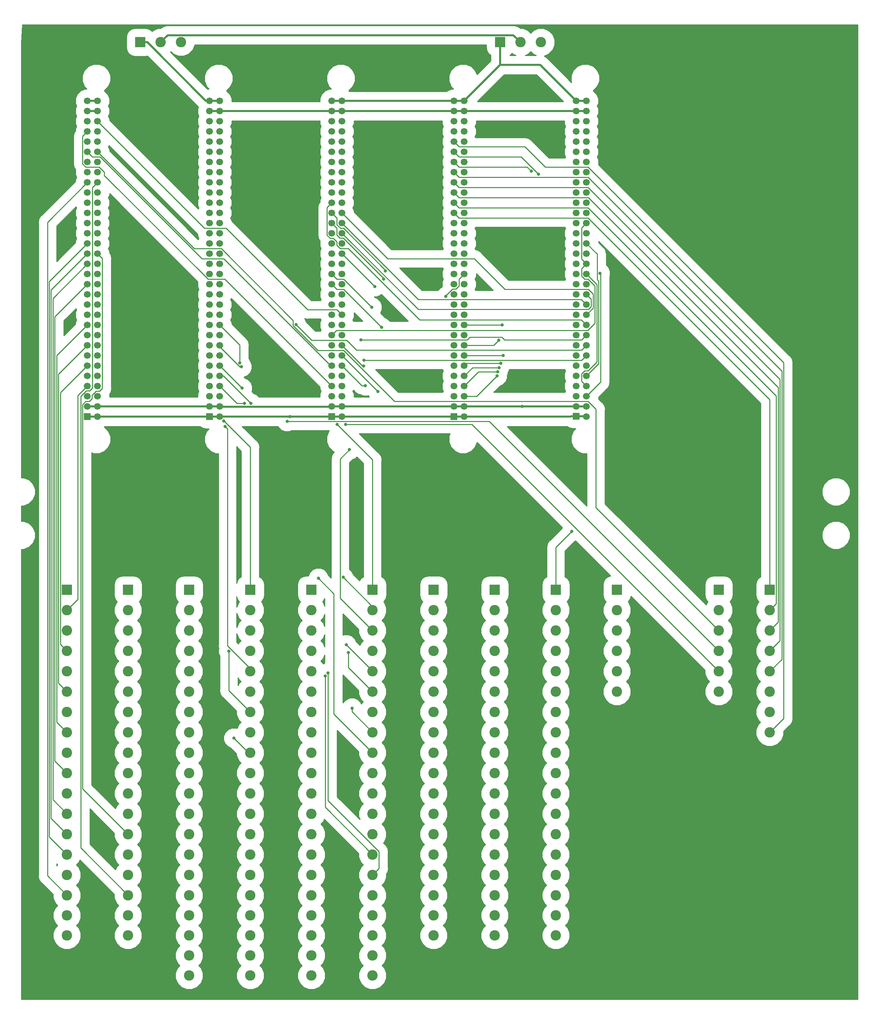
<source format=gbr>
G04 #@! TF.GenerationSoftware,KiCad,Pcbnew,(5.0.0)*
G04 #@! TF.CreationDate,2019-09-22T13:57:06+01:00*
G04 #@! TF.ProjectId,Backplane3,4261636B706C616E65332E6B69636164,rev?*
G04 #@! TF.SameCoordinates,Original*
G04 #@! TF.FileFunction,Copper,L2,Bot,Signal*
G04 #@! TF.FilePolarity,Positive*
%FSLAX46Y46*%
G04 Gerber Fmt 4.6, Leading zero omitted, Abs format (unit mm)*
G04 Created by KiCad (PCBNEW (5.0.0)) date 09/22/19 13:57:06*
%MOMM*%
%LPD*%
G01*
G04 APERTURE LIST*
G04 #@! TA.AperFunction,ComponentPad*
%ADD10R,2.600000X2.600000*%
G04 #@! TD*
G04 #@! TA.AperFunction,ComponentPad*
%ADD11C,2.600000*%
G04 #@! TD*
G04 #@! TA.AperFunction,ComponentPad*
%ADD12C,1.700000*%
G04 #@! TD*
G04 #@! TA.AperFunction,ComponentPad*
%ADD13R,1.700000X1.700000*%
G04 #@! TD*
G04 #@! TA.AperFunction,ViaPad*
%ADD14C,0.800000*%
G04 #@! TD*
G04 #@! TA.AperFunction,Conductor*
%ADD15C,0.500000*%
G04 #@! TD*
G04 #@! TA.AperFunction,Conductor*
%ADD16C,0.250000*%
G04 #@! TD*
G04 #@! TA.AperFunction,NonConductor*
%ADD17C,0.254000*%
G04 #@! TD*
G04 APERTURE END LIST*
D10*
G04 #@! TO.P,J132,1*
G04 #@! TO.N,~P1*
X167640000Y-177800000D03*
D11*
G04 #@! TO.P,J132,2*
G04 #@! TO.N,~P2*
X167640000Y-182880000D03*
G04 #@! TO.P,J132,3*
G04 #@! TO.N,~P3*
X167640000Y-187960000D03*
G04 #@! TO.P,J132,4*
G04 #@! TO.N,~P4*
X167640000Y-193040000D03*
G04 #@! TO.P,J132,5*
G04 #@! TO.N,~VTG*
X167640000Y-198120000D03*
G04 #@! TO.P,J132,6*
G04 #@! TO.N,~RESET~2*
X167640000Y-203200000D03*
G04 #@! TD*
D10*
G04 #@! TO.P,J0,1*
G04 #@! TO.N,GND*
X138500000Y-41250000D03*
D11*
G04 #@! TO.P,J0,2*
G04 #@! TO.N,6v*
X143580000Y-41250000D03*
G04 #@! TO.P,J0,3*
G04 #@! TO.N,Neg6v*
X148660000Y-41250000D03*
G04 #@! TD*
D12*
G04 #@! TO.P,J28,AL*
G04 #@! TO.N,GND*
X38100000Y-55880000D03*
G04 #@! TO.P,J28,32*
X35560000Y-55880000D03*
G04 #@! TO.P,J28,AK*
G04 #@! TO.N,Neg6v*
X38100000Y-58420000D03*
G04 #@! TO.P,J28,31*
X35560000Y-58420000D03*
G04 #@! TO.P,J28,AJ*
G04 #@! TO.N,t4-2*
X38100000Y-60960000D03*
G04 #@! TO.P,J28,30*
G04 #@! TO.N,N/C*
X35560000Y-60960000D03*
G04 #@! TO.P,J28,AH*
G04 #@! TO.N,SBTm*
X38100000Y-63500000D03*
G04 #@! TO.P,J28,29*
G04 #@! TO.N,SBT*
X35560000Y-63500000D03*
G04 #@! TO.P,J28,AF*
G04 #@! TO.N,N/C*
X38100000Y-66040000D03*
G04 #@! TO.P,J28,28*
X35560000Y-66040000D03*
G04 #@! TO.P,J28,AE*
G04 #@! TO.N,RBTm*
X38100000Y-68580000D03*
G04 #@! TO.P,J28,27*
G04 #@! TO.N,RBT*
X35560000Y-68580000D03*
G04 #@! TO.P,J28,AD*
G04 #@! TO.N,SKT4HH*
X38100000Y-71120000D03*
G04 #@! TO.P,J28,26*
G04 #@! TO.N,IP18*
X35560000Y-71120000D03*
G04 #@! TO.P,J28,AC*
G04 #@! TO.N,SKT4GG*
X38100000Y-73660000D03*
G04 #@! TO.P,J28,25*
G04 #@! TO.N,IP17*
X35560000Y-73660000D03*
G04 #@! TO.P,J28,AB*
G04 #@! TO.N,SKT4FF*
X38100000Y-76200000D03*
G04 #@! TO.P,J28,24*
G04 #@! TO.N,IP16*
X35560000Y-76200000D03*
G04 #@! TO.P,J28,AA*
G04 #@! TO.N,N/C*
X38100000Y-78740000D03*
G04 #@! TO.P,J28,23*
X35560000Y-78740000D03*
G04 #@! TO.P,J28,Z*
X38100000Y-81280000D03*
G04 #@! TO.P,J28,22*
X35560000Y-81280000D03*
G04 #@! TO.P,J28,Y*
X38100000Y-83820000D03*
G04 #@! TO.P,J28,21*
X35560000Y-83820000D03*
G04 #@! TO.P,J28,X*
X38100000Y-86360000D03*
G04 #@! TO.P,J28,20*
X35560000Y-86360000D03*
G04 #@! TO.P,J28,W*
G04 #@! TO.N,SKT4EE*
X38100000Y-88900000D03*
G04 #@! TO.P,J28,19*
G04 #@! TO.N,IP15*
X35560000Y-88900000D03*
G04 #@! TO.P,J28,V*
G04 #@! TO.N,SKT4DD*
X38100000Y-91440000D03*
G04 #@! TO.P,J28,18*
G04 #@! TO.N,IP14*
X35560000Y-91440000D03*
G04 #@! TO.P,J28,U*
G04 #@! TO.N,SKT4CC*
X38100000Y-93980000D03*
G04 #@! TO.P,J28,17*
G04 #@! TO.N,IP13*
X35560000Y-93980000D03*
G04 #@! TO.P,J28,T*
G04 #@! TO.N,SKT4BB*
X38100000Y-96520000D03*
G04 #@! TO.P,J28,16*
G04 #@! TO.N,IP12*
X35560000Y-96520000D03*
G04 #@! TO.P,J28,S*
G04 #@! TO.N,SKT4AA*
X38100000Y-99060000D03*
G04 #@! TO.P,J28,15*
G04 #@! TO.N,IP11*
X35560000Y-99060000D03*
G04 #@! TO.P,J28,R*
G04 #@! TO.N,SKT4~z*
X38100000Y-101600000D03*
G04 #@! TO.P,J28,14*
G04 #@! TO.N,IP10*
X35560000Y-101600000D03*
G04 #@! TO.P,J28,P*
G04 #@! TO.N,N/C*
X38100000Y-104140000D03*
G04 #@! TO.P,J28,13*
X35560000Y-104140000D03*
G04 #@! TO.P,J28,N*
X38100000Y-106680000D03*
G04 #@! TO.P,J28,12*
X35560000Y-106680000D03*
G04 #@! TO.P,J28,M*
G04 #@! TO.N,SKT4~y*
X38100000Y-109220000D03*
G04 #@! TO.P,J28,11*
G04 #@! TO.N,IP9*
X35560000Y-109220000D03*
G04 #@! TO.P,J28,L*
G04 #@! TO.N,SKT4~x*
X38100000Y-111760000D03*
G04 #@! TO.P,J28,10*
G04 #@! TO.N,IP8*
X35560000Y-111760000D03*
G04 #@! TO.P,J28,K*
G04 #@! TO.N,SKT4~w*
X38100000Y-114300000D03*
G04 #@! TO.P,J28,9*
G04 #@! TO.N,IP7*
X35560000Y-114300000D03*
G04 #@! TO.P,J28,J*
G04 #@! TO.N,SKT4~v*
X38100000Y-116840000D03*
G04 #@! TO.P,J28,8*
G04 #@! TO.N,IP6*
X35560000Y-116840000D03*
G04 #@! TO.P,J28,H*
G04 #@! TO.N,SKT4~u*
X38100000Y-119380000D03*
G04 #@! TO.P,J28,7*
G04 #@! TO.N,IP5*
X35560000Y-119380000D03*
G04 #@! TO.P,J28,F*
G04 #@! TO.N,SKT4~t*
X38100000Y-121920000D03*
G04 #@! TO.P,J28,6*
G04 #@! TO.N,IP4*
X35560000Y-121920000D03*
G04 #@! TO.P,J28,E*
G04 #@! TO.N,SKT4~s*
X38100000Y-124460000D03*
G04 #@! TO.P,J28,5*
G04 #@! TO.N,IP3*
X35560000Y-124460000D03*
G04 #@! TO.P,J28,D*
G04 #@! TO.N,SKT4~r*
X38100000Y-127000000D03*
G04 #@! TO.P,J28,4*
G04 #@! TO.N,IP2*
X35560000Y-127000000D03*
G04 #@! TO.P,J28,C*
G04 #@! TO.N,SKT4~q*
X38100000Y-129540000D03*
G04 #@! TO.P,J28,3*
G04 #@! TO.N,IP1*
X35560000Y-129540000D03*
G04 #@! TO.P,J28,B*
G04 #@! TO.N,6v*
X38100000Y-132080000D03*
G04 #@! TO.P,J28,2*
X35560000Y-132080000D03*
G04 #@! TO.P,J28,A*
G04 #@! TO.N,GND*
X38100000Y-134620000D03*
D13*
G04 #@! TO.P,J28,1*
X35560000Y-134620000D03*
G04 #@! TD*
D12*
G04 #@! TO.P,J29,AL*
G04 #@! TO.N,GND*
X68580000Y-55880000D03*
G04 #@! TO.P,J29,32*
X66040000Y-55880000D03*
G04 #@! TO.P,J29,AK*
G04 #@! TO.N,Neg6v*
X68580000Y-58420000D03*
G04 #@! TO.P,J29,31*
X66040000Y-58420000D03*
G04 #@! TO.P,J29,AJ*
G04 #@! TO.N,N/C*
X68580000Y-60960000D03*
G04 #@! TO.P,J29,30*
X66040000Y-60960000D03*
G04 #@! TO.P,J29,AH*
G04 #@! TO.N,SKT13E*
X68580000Y-63500000D03*
G04 #@! TO.P,J29,29*
G04 #@! TO.N,INT3*
X66040000Y-63500000D03*
G04 #@! TO.P,J29,AF*
G04 #@! TO.N,SKT13C*
X68580000Y-66040000D03*
G04 #@! TO.P,J29,28*
G04 #@! TO.N,INT2*
X66040000Y-66040000D03*
G04 #@! TO.P,J29,AE*
G04 #@! TO.N,SKT13A*
X68580000Y-68580000D03*
G04 #@! TO.P,J29,27*
G04 #@! TO.N,INT1*
X66040000Y-68580000D03*
G04 #@! TO.P,J29,AD*
G04 #@! TO.N,N/C*
X68580000Y-71120000D03*
G04 #@! TO.P,J29,26*
X66040000Y-71120000D03*
G04 #@! TO.P,J29,AC*
X68580000Y-73660000D03*
G04 #@! TO.P,J29,25*
X66040000Y-73660000D03*
G04 #@! TO.P,J29,AB*
X68580000Y-76200000D03*
G04 #@! TO.P,J29,24*
X66040000Y-76200000D03*
G04 #@! TO.P,J29,AA*
G04 #@! TO.N,SKT14~x*
X68580000Y-78740000D03*
G04 #@! TO.P,J29,23*
G04 #@! TO.N,~WGS~x*
X66040000Y-78740000D03*
G04 #@! TO.P,J29,Z*
G04 #@! TO.N,SKT14~z*
X68580000Y-81280000D03*
G04 #@! TO.P,J29,22*
G04 #@! TO.N,N/C*
X66040000Y-81280000D03*
G04 #@! TO.P,J29,Y*
X68580000Y-83820000D03*
G04 #@! TO.P,J29,21*
G04 #@! TO.N,~RGS~x*
X66040000Y-83820000D03*
G04 #@! TO.P,J29,X*
G04 #@! TO.N,N/C*
X68580000Y-86360000D03*
G04 #@! TO.P,J29,20*
G04 #@! TO.N,W15*
X66040000Y-86360000D03*
G04 #@! TO.P,J29,W*
G04 #@! TO.N,N/C*
X68580000Y-88900000D03*
G04 #@! TO.P,J29,19*
X66040000Y-88900000D03*
G04 #@! TO.P,J29,V*
G04 #@! TO.N,SKT11S*
X68580000Y-91440000D03*
G04 #@! TO.P,J29,18*
G04 #@! TO.N,N/C*
X66040000Y-91440000D03*
G04 #@! TO.P,J29,U*
G04 #@! TO.N,SKT11C*
X68580000Y-93980000D03*
G04 #@! TO.P,J29,17*
G04 #@! TO.N,W4*
X66040000Y-93980000D03*
G04 #@! TO.P,J29,T*
G04 #@! TO.N,SKT11D*
X68580000Y-96520000D03*
G04 #@! TO.P,J29,16*
G04 #@! TO.N,W3*
X66040000Y-96520000D03*
G04 #@! TO.P,J29,S*
G04 #@! TO.N,SKT11E*
X68580000Y-99060000D03*
G04 #@! TO.P,J29,15*
G04 #@! TO.N,W2*
X66040000Y-99060000D03*
G04 #@! TO.P,J29,R*
G04 #@! TO.N,SKT11V*
X68580000Y-101600000D03*
G04 #@! TO.P,J29,14*
G04 #@! TO.N,W18*
X66040000Y-101600000D03*
G04 #@! TO.P,J29,P*
G04 #@! TO.N,SKT11R*
X68580000Y-104140000D03*
G04 #@! TO.P,J29,13*
G04 #@! TO.N,W14*
X66040000Y-104140000D03*
G04 #@! TO.P,J29,N*
G04 #@! TO.N,SKT11T*
X68580000Y-106680000D03*
G04 #@! TO.P,J29,12*
G04 #@! TO.N,W16*
X66040000Y-106680000D03*
G04 #@! TO.P,J29,M*
G04 #@! TO.N,N/C*
X68580000Y-109220000D03*
G04 #@! TO.P,J29,11*
X66040000Y-109220000D03*
G04 #@! TO.P,J29,L*
G04 #@! TO.N,SKT10E*
X68580000Y-111760000D03*
G04 #@! TO.P,J29,10*
G04 #@! TO.N,IP5'*
X66040000Y-111760000D03*
G04 #@! TO.P,J29,K*
G04 #@! TO.N,SKT10H*
X68580000Y-114300000D03*
G04 #@! TO.P,J29,9*
G04 #@! TO.N,IP8'*
X66040000Y-114300000D03*
G04 #@! TO.P,J29,J*
G04 #@! TO.N,SKT10G*
X68580000Y-116840000D03*
G04 #@! TO.P,J29,8*
G04 #@! TO.N,IP7'*
X66040000Y-116840000D03*
G04 #@! TO.P,J29,H*
G04 #@! TO.N,SKT10F*
X68580000Y-119380000D03*
G04 #@! TO.P,J29,7*
G04 #@! TO.N,IP6'*
X66040000Y-119380000D03*
G04 #@! TO.P,J29,F*
G04 #@! TO.N,SKT10D*
X68580000Y-121920000D03*
G04 #@! TO.P,J29,6*
G04 #@! TO.N,IP4'*
X66040000Y-121920000D03*
G04 #@! TO.P,J29,E*
G04 #@! TO.N,SKT10C*
X68580000Y-124460000D03*
G04 #@! TO.P,J29,5*
G04 #@! TO.N,IP3'*
X66040000Y-124460000D03*
G04 #@! TO.P,J29,D*
G04 #@! TO.N,SKT10B*
X68580000Y-127000000D03*
G04 #@! TO.P,J29,4*
G04 #@! TO.N,IP2'*
X66040000Y-127000000D03*
G04 #@! TO.P,J29,C*
G04 #@! TO.N,SKT10A*
X68580000Y-129540000D03*
G04 #@! TO.P,J29,3*
G04 #@! TO.N,IP1'*
X66040000Y-129540000D03*
G04 #@! TO.P,J29,B*
G04 #@! TO.N,6v*
X68580000Y-132080000D03*
G04 #@! TO.P,J29,2*
X66040000Y-132080000D03*
G04 #@! TO.P,J29,A*
G04 #@! TO.N,GND*
X68580000Y-134620000D03*
D13*
G04 #@! TO.P,J29,1*
X66040000Y-134620000D03*
G04 #@! TD*
D12*
G04 #@! TO.P,J30,AL*
G04 #@! TO.N,GND*
X99060000Y-55880000D03*
G04 #@! TO.P,J30,32*
X96520000Y-55880000D03*
G04 #@! TO.P,J30,AK*
G04 #@! TO.N,Neg6v*
X99060000Y-58420000D03*
G04 #@! TO.P,J30,31*
X96520000Y-58420000D03*
G04 #@! TO.P,J30,AJ*
G04 #@! TO.N,N/C*
X99060000Y-60960000D03*
G04 #@! TO.P,J30,30*
X96520000Y-60960000D03*
G04 #@! TO.P,J30,AH*
X99060000Y-63500000D03*
G04 #@! TO.P,J30,29*
G04 #@! TO.N,TRD*
X96520000Y-63500000D03*
G04 #@! TO.P,J30,AF*
G04 #@! TO.N,N/C*
X99060000Y-66040000D03*
G04 #@! TO.P,J30,28*
G04 #@! TO.N,~Z2*
X96520000Y-66040000D03*
G04 #@! TO.P,J30,AE*
G04 #@! TO.N,N/C*
X99060000Y-68580000D03*
G04 #@! TO.P,J30,27*
X96520000Y-68580000D03*
G04 #@! TO.P,J30,AD*
X99060000Y-71120000D03*
G04 #@! TO.P,J30,26*
G04 #@! TO.N,IIS(TR)*
X96520000Y-71120000D03*
G04 #@! TO.P,J30,AC*
G04 #@! TO.N,~P5*
X99060000Y-73660000D03*
G04 #@! TO.P,J30,25*
G04 #@! TO.N,N/C*
X96520000Y-73660000D03*
G04 #@! TO.P,J30,AB*
X99060000Y-76200000D03*
G04 #@! TO.P,J30,24*
G04 #@! TO.N,~P6*
X96520000Y-76200000D03*
G04 #@! TO.P,J30,AA*
G04 #@! TO.N,~P7*
X99060000Y-78740000D03*
G04 #@! TO.P,J30,23*
G04 #@! TO.N,N/C*
X96520000Y-78740000D03*
G04 #@! TO.P,J30,Z*
G04 #@! TO.N,SKT1MM*
X99060000Y-81280000D03*
G04 #@! TO.P,J30,22*
G04 #@! TO.N,~P8*
X96520000Y-81280000D03*
G04 #@! TO.P,J30,Y*
G04 #@! TO.N,~P9*
X99060000Y-83820000D03*
G04 #@! TO.P,J30,21*
G04 #@! TO.N,SKT13J*
X96520000Y-83820000D03*
G04 #@! TO.P,J30,X*
G04 #@! TO.N,~P10*
X99060000Y-86360000D03*
G04 #@! TO.P,J30,20*
G04 #@! TO.N,SKT13G*
X96520000Y-86360000D03*
G04 #@! TO.P,J30,W*
G04 #@! TO.N,~P11*
X99060000Y-88900000D03*
G04 #@! TO.P,J30,19*
G04 #@! TO.N,N/C*
X96520000Y-88900000D03*
G04 #@! TO.P,J30,V*
G04 #@! TO.N,P12*
X99060000Y-91440000D03*
G04 #@! TO.P,J30,18*
G04 #@! TO.N,~P13*
X96520000Y-91440000D03*
G04 #@! TO.P,J30,U*
G04 #@! TO.N,SKT13N*
X99060000Y-93980000D03*
G04 #@! TO.P,J30,17*
G04 #@! TO.N,N/C*
X96520000Y-93980000D03*
G04 #@! TO.P,J30,T*
G04 #@! TO.N,~P12*
X99060000Y-96520000D03*
G04 #@! TO.P,J30,16*
G04 #@! TO.N,N/C*
X96520000Y-96520000D03*
G04 #@! TO.P,J30,S*
X99060000Y-99060000D03*
G04 #@! TO.P,J30,15*
G04 #@! TO.N,SKT10~h*
X96520000Y-99060000D03*
G04 #@! TO.P,J30,R*
G04 #@! TO.N,P13*
X99060000Y-101600000D03*
G04 #@! TO.P,J30,14*
G04 #@! TO.N,SKT10V*
X96520000Y-101600000D03*
G04 #@! TO.P,J30,P*
G04 #@! TO.N,SKT1LL*
X99060000Y-104140000D03*
G04 #@! TO.P,J30,13*
G04 #@! TO.N,SKT13R*
X96520000Y-104140000D03*
G04 #@! TO.P,J30,N*
G04 #@! TO.N,N/C*
X99060000Y-106680000D03*
G04 #@! TO.P,J30,12*
X96520000Y-106680000D03*
G04 #@! TO.P,J30,M*
G04 #@! TO.N,t4-2*
X99060000Y-109220000D03*
G04 #@! TO.P,J30,11*
G04 #@! TO.N,N/C*
X96520000Y-109220000D03*
G04 #@! TO.P,J30,L*
G04 #@! TO.N,SKT1NN*
X99060000Y-111760000D03*
G04 #@! TO.P,J30,10*
G04 #@! TO.N,MARGIN*
X96520000Y-111760000D03*
G04 #@! TO.P,J30,K*
G04 #@! TO.N,N/C*
X99060000Y-114300000D03*
G04 #@! TO.P,J30,9*
G04 #@! TO.N,~RESET~2*
X96520000Y-114300000D03*
G04 #@! TO.P,J30,J*
G04 #@! TO.N,SZ1*
X99060000Y-116840000D03*
G04 #@! TO.P,J30,8*
G04 #@! TO.N,PC1-4=1*
X96520000Y-116840000D03*
G04 #@! TO.P,J30,H*
G04 #@! TO.N,SKT1PP*
X99060000Y-119380000D03*
G04 #@! TO.P,J30,7*
G04 #@! TO.N,PC5-12=0*
X96520000Y-119380000D03*
G04 #@! TO.P,J30,F*
G04 #@! TO.N,TZ1*
X99060000Y-121920000D03*
G04 #@! TO.P,J30,6*
G04 #@! TO.N,RBT*
X96520000Y-121920000D03*
G04 #@! TO.P,J30,E*
G04 #@! TO.N,SKT13L*
X99060000Y-124460000D03*
G04 #@! TO.P,J30,5*
G04 #@! TO.N,N/C*
X96520000Y-124460000D03*
G04 #@! TO.P,J30,D*
G04 #@! TO.N,SKT10W*
X99060000Y-127000000D03*
G04 #@! TO.P,J30,4*
G04 #@! TO.N,SBT*
X96520000Y-127000000D03*
G04 #@! TO.P,J30,C*
G04 #@! TO.N,SKT10~j*
X99060000Y-129540000D03*
G04 #@! TO.P,J30,3*
G04 #@! TO.N,N/C*
X96520000Y-129540000D03*
G04 #@! TO.P,J30,B*
G04 #@! TO.N,6v*
X99060000Y-132080000D03*
G04 #@! TO.P,J30,2*
X96520000Y-132080000D03*
G04 #@! TO.P,J30,A*
G04 #@! TO.N,GND*
X99060000Y-134620000D03*
D13*
G04 #@! TO.P,J30,1*
X96520000Y-134620000D03*
G04 #@! TD*
D12*
G04 #@! TO.P,J31,AL*
G04 #@! TO.N,GND*
X129540000Y-55880000D03*
G04 #@! TO.P,J31,32*
X127000000Y-55880000D03*
G04 #@! TO.P,J31,AK*
G04 #@! TO.N,Neg6v*
X129540000Y-58420000D03*
G04 #@! TO.P,J31,31*
X127000000Y-58420000D03*
G04 #@! TO.P,J31,AJ*
G04 #@! TO.N,N/C*
X129540000Y-60960000D03*
G04 #@! TO.P,J31,30*
X127000000Y-60960000D03*
G04 #@! TO.P,J31,AH*
X129540000Y-63500000D03*
G04 #@! TO.P,J31,29*
X127000000Y-63500000D03*
G04 #@! TO.P,J31,AF*
G04 #@! TO.N,~A8*
X129540000Y-66040000D03*
G04 #@! TO.P,J31,28*
G04 #@! TO.N,SKT10S*
X127000000Y-66040000D03*
G04 #@! TO.P,J31,AE*
G04 #@! TO.N,~A7*
X129540000Y-68580000D03*
G04 #@! TO.P,J31,27*
G04 #@! TO.N,SKT10R*
X127000000Y-68580000D03*
G04 #@! TO.P,J31,AD*
G04 #@! TO.N,~A6*
X129540000Y-71120000D03*
G04 #@! TO.P,J31,26*
G04 #@! TO.N,SKT10P*
X127000000Y-71120000D03*
G04 #@! TO.P,J31,AC*
G04 #@! TO.N,~A5*
X129540000Y-73660000D03*
G04 #@! TO.P,J31,25*
G04 #@! TO.N,SKT10N*
X127000000Y-73660000D03*
G04 #@! TO.P,J31,AB*
G04 #@! TO.N,~A4*
X129540000Y-76200000D03*
G04 #@! TO.P,J31,24*
G04 #@! TO.N,SKT10M*
X127000000Y-76200000D03*
G04 #@! TO.P,J31,AA*
G04 #@! TO.N,~A3*
X129540000Y-78740000D03*
G04 #@! TO.P,J31,23*
G04 #@! TO.N,SKT10L*
X127000000Y-78740000D03*
G04 #@! TO.P,J31,Z*
G04 #@! TO.N,~A2*
X129540000Y-81280000D03*
G04 #@! TO.P,J31,22*
G04 #@! TO.N,SKT10K*
X127000000Y-81280000D03*
G04 #@! TO.P,J31,Y*
G04 #@! TO.N,~A1*
X129540000Y-83820000D03*
G04 #@! TO.P,J31,21*
G04 #@! TO.N,SKT10J*
X127000000Y-83820000D03*
G04 #@! TO.P,J31,X*
G04 #@! TO.N,~A18*
X129540000Y-86360000D03*
G04 #@! TO.P,J31,20*
G04 #@! TO.N,STK4V*
X127000000Y-86360000D03*
G04 #@! TO.P,J31,W*
G04 #@! TO.N,~A17*
X129540000Y-88900000D03*
G04 #@! TO.P,J31,19*
G04 #@! TO.N,SKT4U*
X127000000Y-88900000D03*
G04 #@! TO.P,J31,V*
G04 #@! TO.N,~A16*
X129540000Y-91440000D03*
G04 #@! TO.P,J31,18*
G04 #@! TO.N,SKT4T*
X127000000Y-91440000D03*
G04 #@! TO.P,J31,U*
G04 #@! TO.N,~A15*
X129540000Y-93980000D03*
G04 #@! TO.P,J31,17*
G04 #@! TO.N,SKT4S*
X127000000Y-93980000D03*
G04 #@! TO.P,J31,T*
G04 #@! TO.N,~A14*
X129540000Y-96520000D03*
G04 #@! TO.P,J31,16*
G04 #@! TO.N,SKT4R*
X127000000Y-96520000D03*
G04 #@! TO.P,J31,S*
G04 #@! TO.N,~A13*
X129540000Y-99060000D03*
G04 #@! TO.P,J31,15*
G04 #@! TO.N,SKT4P*
X127000000Y-99060000D03*
G04 #@! TO.P,J31,R*
G04 #@! TO.N,~A12*
X129540000Y-101600000D03*
G04 #@! TO.P,J31,14*
G04 #@! TO.N,SKT4N*
X127000000Y-101600000D03*
G04 #@! TO.P,J31,P*
G04 #@! TO.N,~A11*
X129540000Y-104140000D03*
G04 #@! TO.P,J31,13*
G04 #@! TO.N,SKT4M*
X127000000Y-104140000D03*
G04 #@! TO.P,J31,N*
G04 #@! TO.N,~A10*
X129540000Y-106680000D03*
G04 #@! TO.P,J31,12*
G04 #@! TO.N,SKT4L*
X127000000Y-106680000D03*
G04 #@! TO.P,J31,M*
G04 #@! TO.N,~A9*
X129540000Y-109220000D03*
G04 #@! TO.P,J31,11*
G04 #@! TO.N,SKT4K*
X127000000Y-109220000D03*
G04 #@! TO.P,J31,L*
G04 #@! TO.N,~A8*
X129540000Y-111760000D03*
G04 #@! TO.P,J31,10*
G04 #@! TO.N,SKT4J*
X127000000Y-111760000D03*
G04 #@! TO.P,J31,K*
G04 #@! TO.N,~A7*
X129540000Y-114300000D03*
G04 #@! TO.P,J31,9*
G04 #@! TO.N,SKT4H*
X127000000Y-114300000D03*
G04 #@! TO.P,J31,J*
G04 #@! TO.N,~A6*
X129540000Y-116840000D03*
G04 #@! TO.P,J31,8*
G04 #@! TO.N,SKT4G*
X127000000Y-116840000D03*
G04 #@! TO.P,J31,H*
G04 #@! TO.N,~A5*
X129540000Y-119380000D03*
G04 #@! TO.P,J31,7*
G04 #@! TO.N,SKT4F*
X127000000Y-119380000D03*
G04 #@! TO.P,J31,F*
G04 #@! TO.N,~A4*
X129540000Y-121920000D03*
G04 #@! TO.P,J31,6*
G04 #@! TO.N,SKT4E*
X127000000Y-121920000D03*
G04 #@! TO.P,J31,E*
G04 #@! TO.N,~A3*
X129540000Y-124460000D03*
G04 #@! TO.P,J31,5*
G04 #@! TO.N,SKT4D*
X127000000Y-124460000D03*
G04 #@! TO.P,J31,D*
G04 #@! TO.N,~A2*
X129540000Y-127000000D03*
G04 #@! TO.P,J31,4*
G04 #@! TO.N,SKT4C*
X127000000Y-127000000D03*
G04 #@! TO.P,J31,C*
G04 #@! TO.N,~A1*
X129540000Y-129540000D03*
G04 #@! TO.P,J31,3*
G04 #@! TO.N,SKT4B*
X127000000Y-129540000D03*
G04 #@! TO.P,J31,B*
G04 #@! TO.N,6v*
X129540000Y-132080000D03*
G04 #@! TO.P,J31,2*
X127000000Y-132080000D03*
G04 #@! TO.P,J31,A*
G04 #@! TO.N,GND*
X129540000Y-134620000D03*
D13*
G04 #@! TO.P,J31,1*
X127000000Y-134620000D03*
G04 #@! TD*
D12*
G04 #@! TO.P,J32,AL*
G04 #@! TO.N,GND*
X160020000Y-55880000D03*
G04 #@! TO.P,J32,32*
X157480000Y-55880000D03*
G04 #@! TO.P,J32,AK*
G04 #@! TO.N,Neg6v*
X160020000Y-58420000D03*
G04 #@! TO.P,J32,31*
X157480000Y-58420000D03*
G04 #@! TO.P,J32,AJ*
G04 #@! TO.N,N/C*
X160020000Y-60960000D03*
G04 #@! TO.P,J32,30*
X157480000Y-60960000D03*
G04 #@! TO.P,J32,AH*
X160020000Y-63500000D03*
G04 #@! TO.P,J32,29*
X157480000Y-63500000D03*
G04 #@! TO.P,J32,AF*
X160020000Y-66040000D03*
G04 #@! TO.P,J32,28*
X157480000Y-66040000D03*
G04 #@! TO.P,J32,AE*
X160020000Y-68580000D03*
G04 #@! TO.P,J32,27*
X157480000Y-68580000D03*
G04 #@! TO.P,J32,AD*
X160020000Y-71120000D03*
G04 #@! TO.P,J32,26*
X157480000Y-71120000D03*
G04 #@! TO.P,J32,AC*
X160020000Y-73660000D03*
G04 #@! TO.P,J32,25*
X157480000Y-73660000D03*
G04 #@! TO.P,J32,AB*
X160020000Y-76200000D03*
G04 #@! TO.P,J32,24*
X157480000Y-76200000D03*
G04 #@! TO.P,J32,AA*
X160020000Y-78740000D03*
G04 #@! TO.P,J32,23*
X157480000Y-78740000D03*
G04 #@! TO.P,J32,Z*
X160020000Y-81280000D03*
G04 #@! TO.P,J32,22*
X157480000Y-81280000D03*
G04 #@! TO.P,J32,Y*
X160020000Y-83820000D03*
G04 #@! TO.P,J32,21*
X157480000Y-83820000D03*
G04 #@! TO.P,J32,X*
G04 #@! TO.N,~RESET~2*
X160020000Y-86360000D03*
G04 #@! TO.P,J32,20*
G04 #@! TO.N,SKT4PP*
X157480000Y-86360000D03*
G04 #@! TO.P,J32,W*
G04 #@! TO.N,~P4*
X160020000Y-88900000D03*
G04 #@! TO.P,J32,19*
G04 #@! TO.N,SKT10~b*
X157480000Y-88900000D03*
G04 #@! TO.P,J32,V*
G04 #@! TO.N,~P3*
X160020000Y-91440000D03*
G04 #@! TO.P,J32,18*
G04 #@! TO.N,SKT10U*
X157480000Y-91440000D03*
G04 #@! TO.P,J32,U*
G04 #@! TO.N,~P1*
X160020000Y-93980000D03*
G04 #@! TO.P,J32,17*
G04 #@! TO.N,SKT10X*
X157480000Y-93980000D03*
G04 #@! TO.P,J32,T*
G04 #@! TO.N,~RESET~2*
X160020000Y-96520000D03*
G04 #@! TO.P,J32,16*
G04 #@! TO.N,SKT10~d*
X157480000Y-96520000D03*
G04 #@! TO.P,J32,S*
G04 #@! TO.N,~P2*
X160020000Y-99060000D03*
G04 #@! TO.P,J32,15*
G04 #@! TO.N,SKT10Y*
X157480000Y-99060000D03*
G04 #@! TO.P,J32,R*
G04 #@! TO.N,~VTG*
X160020000Y-101600000D03*
G04 #@! TO.P,J32,14*
G04 #@! TO.N,SKT5~p*
X157480000Y-101600000D03*
G04 #@! TO.P,J32,P*
G04 #@! TO.N,~P11*
X160020000Y-104140000D03*
G04 #@! TO.P,J32,13*
G04 #@! TO.N,SKT4~g*
X157480000Y-104140000D03*
G04 #@! TO.P,J32,N*
G04 #@! TO.N,~P10*
X160020000Y-106680000D03*
G04 #@! TO.P,J32,12*
G04 #@! TO.N,SKT4~f*
X157480000Y-106680000D03*
G04 #@! TO.P,J32,M*
G04 #@! TO.N,~P9*
X160020000Y-109220000D03*
G04 #@! TO.P,J32,11*
G04 #@! TO.N,SKT4~e*
X157480000Y-109220000D03*
G04 #@! TO.P,J32,L*
G04 #@! TO.N,~P8*
X160020000Y-111760000D03*
G04 #@! TO.P,J32,10*
G04 #@! TO.N,SKT4~d*
X157480000Y-111760000D03*
G04 #@! TO.P,J32,K*
G04 #@! TO.N,~P7*
X160020000Y-114300000D03*
G04 #@! TO.P,J32,9*
G04 #@! TO.N,SKT4~c*
X157480000Y-114300000D03*
G04 #@! TO.P,J32,J*
G04 #@! TO.N,~P6*
X160020000Y-116840000D03*
G04 #@! TO.P,J32,8*
G04 #@! TO.N,SKT4~b*
X157480000Y-116840000D03*
G04 #@! TO.P,J32,H*
G04 #@! TO.N,~P5*
X160020000Y-119380000D03*
G04 #@! TO.P,J32,7*
G04 #@! TO.N,SKT4~a*
X157480000Y-119380000D03*
G04 #@! TO.P,J32,F*
G04 #@! TO.N,~P4*
X160020000Y-121920000D03*
G04 #@! TO.P,J32,6*
G04 #@! TO.N,SKT4Z*
X157480000Y-121920000D03*
G04 #@! TO.P,J32,E*
G04 #@! TO.N,~P3*
X160020000Y-124460000D03*
G04 #@! TO.P,J32,5*
G04 #@! TO.N,SKT4Y*
X157480000Y-124460000D03*
G04 #@! TO.P,J32,D*
G04 #@! TO.N,~P2*
X160020000Y-127000000D03*
G04 #@! TO.P,J32,4*
G04 #@! TO.N,SKT4X*
X157480000Y-127000000D03*
G04 #@! TO.P,J32,C*
G04 #@! TO.N,~P1*
X160020000Y-129540000D03*
G04 #@! TO.P,J32,3*
G04 #@! TO.N,SKT4W*
X157480000Y-129540000D03*
G04 #@! TO.P,J32,B*
G04 #@! TO.N,6v*
X160020000Y-132080000D03*
G04 #@! TO.P,J32,2*
X157480000Y-132080000D03*
G04 #@! TO.P,J32,A*
G04 #@! TO.N,GND*
X160020000Y-134620000D03*
D13*
G04 #@! TO.P,J32,1*
X157480000Y-134556000D03*
G04 #@! TD*
D11*
G04 #@! TO.P,J128,16*
G04 #@! TO.N,SKT4FF*
X45720000Y-254000000D03*
G04 #@! TO.P,J128,15*
G04 #@! TO.N,SKT4EE*
X45720000Y-248920000D03*
G04 #@! TO.P,J128,14*
G04 #@! TO.N,SKT4DD*
X45720000Y-243840000D03*
G04 #@! TO.P,J128,13*
G04 #@! TO.N,SKT4CC*
X45720000Y-238760000D03*
G04 #@! TO.P,J128,12*
G04 #@! TO.N,SKT4BB*
X45720000Y-233680000D03*
G04 #@! TO.P,J128,11*
G04 #@! TO.N,SKT4AA*
X45720000Y-228600000D03*
G04 #@! TO.P,J128,10*
G04 #@! TO.N,SKT4~z*
X45720000Y-223520000D03*
G04 #@! TO.P,J128,9*
G04 #@! TO.N,SKT4~y*
X45720000Y-218440000D03*
G04 #@! TO.P,J128,8*
G04 #@! TO.N,SKT4~x*
X45720000Y-213360000D03*
G04 #@! TO.P,J128,7*
G04 #@! TO.N,SKT4~w*
X45720000Y-208280000D03*
G04 #@! TO.P,J128,6*
G04 #@! TO.N,SKT4~v*
X45720000Y-203200000D03*
G04 #@! TO.P,J128,5*
G04 #@! TO.N,SKT4~u*
X45720000Y-198120000D03*
G04 #@! TO.P,J128,4*
G04 #@! TO.N,SKT4~t*
X45720000Y-193040000D03*
G04 #@! TO.P,J128,3*
G04 #@! TO.N,SKT4~s*
X45720000Y-187960000D03*
G04 #@! TO.P,J128,2*
G04 #@! TO.N,SKT4~r*
X45720000Y-182880000D03*
D10*
G04 #@! TO.P,J128,1*
G04 #@! TO.N,SKT4~q*
X45720000Y-177800000D03*
D11*
G04 #@! TO.P,J128,17*
G04 #@! TO.N,SKT4GG*
X45720000Y-259000000D03*
G04 #@! TO.P,J128,18*
G04 #@! TO.N,SKT4HH*
X45720000Y-264000000D03*
G04 #@! TD*
G04 #@! TO.P,J129,20*
G04 #@! TO.N,SKT13E*
X76200000Y-274000000D03*
G04 #@! TO.P,J129,19*
G04 #@! TO.N,SKT13C*
X76200000Y-269000000D03*
G04 #@! TO.P,J129,18*
G04 #@! TO.N,SKT13A*
X76200000Y-264000000D03*
G04 #@! TO.P,J129,17*
G04 #@! TO.N,SKT14~x*
X76200000Y-259000000D03*
D10*
G04 #@! TO.P,J129,1*
G04 #@! TO.N,SKT10A*
X76200000Y-177800000D03*
D11*
G04 #@! TO.P,J129,2*
G04 #@! TO.N,SKT10B*
X76200000Y-182880000D03*
G04 #@! TO.P,J129,3*
G04 #@! TO.N,SKT10C*
X76200000Y-187960000D03*
G04 #@! TO.P,J129,4*
G04 #@! TO.N,SKT10D*
X76200000Y-193040000D03*
G04 #@! TO.P,J129,5*
G04 #@! TO.N,SKT10F*
X76200000Y-198120000D03*
G04 #@! TO.P,J129,6*
G04 #@! TO.N,SKT10G*
X76200000Y-203200000D03*
G04 #@! TO.P,J129,7*
G04 #@! TO.N,SKT10H*
X76200000Y-208280000D03*
G04 #@! TO.P,J129,8*
G04 #@! TO.N,SKT10E*
X76200000Y-213360000D03*
G04 #@! TO.P,J129,9*
G04 #@! TO.N,SKT11T*
X76200000Y-218440000D03*
G04 #@! TO.P,J129,10*
G04 #@! TO.N,SKT11R*
X76200000Y-223520000D03*
G04 #@! TO.P,J129,11*
G04 #@! TO.N,SKT11V*
X76200000Y-228600000D03*
G04 #@! TO.P,J129,12*
G04 #@! TO.N,SKT11E*
X76200000Y-233680000D03*
G04 #@! TO.P,J129,13*
G04 #@! TO.N,SKT11D*
X76200000Y-238760000D03*
G04 #@! TO.P,J129,14*
G04 #@! TO.N,SKT11C*
X76200000Y-243840000D03*
G04 #@! TO.P,J129,15*
G04 #@! TO.N,SKT11S*
X76200000Y-248920000D03*
G04 #@! TO.P,J129,16*
G04 #@! TO.N,SKT14~z*
X76200000Y-254000000D03*
G04 #@! TD*
G04 #@! TO.P,J130,20*
G04 #@! TO.N,SZ1*
X106680000Y-274000000D03*
G04 #@! TO.P,J130,19*
G04 #@! TO.N,TZ1*
X106680000Y-269000000D03*
G04 #@! TO.P,J130,18*
G04 #@! TO.N,IIS(TR)*
X106680000Y-264000000D03*
G04 #@! TO.P,J130,17*
G04 #@! TO.N,~Z2*
X106680000Y-259000000D03*
D10*
G04 #@! TO.P,J130,1*
G04 #@! TO.N,SKT10~j*
X106680000Y-177800000D03*
D11*
G04 #@! TO.P,J130,2*
G04 #@! TO.N,SKT10W*
X106680000Y-182880000D03*
G04 #@! TO.P,J130,3*
G04 #@! TO.N,SKT13L*
X106680000Y-187960000D03*
G04 #@! TO.P,J130,4*
G04 #@! TO.N,SKT1PP*
X106680000Y-193040000D03*
G04 #@! TO.P,J130,5*
G04 #@! TO.N,SKT1NN*
X106680000Y-198120000D03*
G04 #@! TO.P,J130,6*
G04 #@! TO.N,SKT1LL*
X106680000Y-203200000D03*
G04 #@! TO.P,J130,7*
G04 #@! TO.N,SKT13N*
X106680000Y-208280000D03*
G04 #@! TO.P,J130,8*
G04 #@! TO.N,SKT1MM*
X106680000Y-213360000D03*
G04 #@! TO.P,J130,9*
G04 #@! TO.N,SKT13R*
X106680000Y-218440000D03*
G04 #@! TO.P,J130,10*
G04 #@! TO.N,SKT10V*
X106680000Y-223520000D03*
G04 #@! TO.P,J130,11*
G04 #@! TO.N,SKT10~h*
X106680000Y-228600000D03*
G04 #@! TO.P,J130,12*
G04 #@! TO.N,SKT13G*
X106680000Y-233680000D03*
G04 #@! TO.P,J130,13*
G04 #@! TO.N,SKT13J*
X106680000Y-238760000D03*
G04 #@! TO.P,J130,14*
G04 #@! TO.N,PC1-4=1*
X106680000Y-243840000D03*
G04 #@! TO.P,J130,15*
G04 #@! TO.N,PC5-12=0*
X106680000Y-248920000D03*
G04 #@! TO.P,J130,16*
G04 #@! TO.N,TRD*
X106680000Y-254000000D03*
G04 #@! TD*
G04 #@! TO.P,J131,18*
G04 #@! TO.N,~A18*
X137160000Y-264000000D03*
G04 #@! TO.P,J131,17*
G04 #@! TO.N,~A17*
X137160000Y-259000000D03*
D10*
G04 #@! TO.P,J131,1*
G04 #@! TO.N,~A1*
X137160000Y-177800000D03*
D11*
G04 #@! TO.P,J131,2*
G04 #@! TO.N,~A2*
X137160000Y-182880000D03*
G04 #@! TO.P,J131,3*
G04 #@! TO.N,~A3*
X137160000Y-187960000D03*
G04 #@! TO.P,J131,4*
G04 #@! TO.N,~A4*
X137160000Y-193040000D03*
G04 #@! TO.P,J131,5*
G04 #@! TO.N,~A5*
X137160000Y-198120000D03*
G04 #@! TO.P,J131,6*
G04 #@! TO.N,~A6*
X137160000Y-203200000D03*
G04 #@! TO.P,J131,7*
G04 #@! TO.N,~A7*
X137160000Y-208280000D03*
G04 #@! TO.P,J131,8*
G04 #@! TO.N,~A8*
X137160000Y-213360000D03*
G04 #@! TO.P,J131,9*
G04 #@! TO.N,~A9*
X137160000Y-218440000D03*
G04 #@! TO.P,J131,10*
G04 #@! TO.N,~A10*
X137160000Y-223520000D03*
G04 #@! TO.P,J131,11*
G04 #@! TO.N,~A11*
X137160000Y-228600000D03*
G04 #@! TO.P,J131,12*
G04 #@! TO.N,~A12*
X137160000Y-233680000D03*
G04 #@! TO.P,J131,13*
G04 #@! TO.N,~A13*
X137160000Y-238760000D03*
G04 #@! TO.P,J131,14*
G04 #@! TO.N,~A14*
X137160000Y-243840000D03*
G04 #@! TO.P,J131,15*
G04 #@! TO.N,~A15*
X137160000Y-248920000D03*
G04 #@! TO.P,J131,16*
G04 #@! TO.N,~A16*
X137160000Y-254000000D03*
G04 #@! TD*
G04 #@! TO.P,J228,18*
G04 #@! TO.N,IP18*
X30480000Y-264000000D03*
G04 #@! TO.P,J228,17*
G04 #@! TO.N,IP17*
X30480000Y-259000000D03*
D10*
G04 #@! TO.P,J228,1*
G04 #@! TO.N,IP1*
X30480000Y-177800000D03*
D11*
G04 #@! TO.P,J228,2*
G04 #@! TO.N,IP2*
X30480000Y-182880000D03*
G04 #@! TO.P,J228,3*
G04 #@! TO.N,IP3*
X30480000Y-187960000D03*
G04 #@! TO.P,J228,4*
G04 #@! TO.N,IP4*
X30480000Y-193040000D03*
G04 #@! TO.P,J228,5*
G04 #@! TO.N,IP5*
X30480000Y-198120000D03*
G04 #@! TO.P,J228,6*
G04 #@! TO.N,IP6*
X30480000Y-203200000D03*
G04 #@! TO.P,J228,7*
G04 #@! TO.N,IP7*
X30480000Y-208280000D03*
G04 #@! TO.P,J228,8*
G04 #@! TO.N,IP8*
X30480000Y-213360000D03*
G04 #@! TO.P,J228,9*
G04 #@! TO.N,IP9*
X30480000Y-218440000D03*
G04 #@! TO.P,J228,10*
G04 #@! TO.N,IP10*
X30480000Y-223520000D03*
G04 #@! TO.P,J228,11*
G04 #@! TO.N,IP11*
X30480000Y-228600000D03*
G04 #@! TO.P,J228,12*
G04 #@! TO.N,IP12*
X30480000Y-233680000D03*
G04 #@! TO.P,J228,13*
G04 #@! TO.N,IP13*
X30480000Y-238760000D03*
G04 #@! TO.P,J228,14*
G04 #@! TO.N,IP14*
X30480000Y-243840000D03*
G04 #@! TO.P,J228,15*
G04 #@! TO.N,IP15*
X30480000Y-248920000D03*
G04 #@! TO.P,J228,16*
G04 #@! TO.N,IP16*
X30480000Y-254000000D03*
G04 #@! TD*
G04 #@! TO.P,J229,16*
G04 #@! TO.N,~RGS~x*
X60960000Y-254000000D03*
G04 #@! TO.P,J229,15*
G04 #@! TO.N,W15*
X60960000Y-248920000D03*
G04 #@! TO.P,J229,14*
G04 #@! TO.N,W4*
X60960000Y-243840000D03*
G04 #@! TO.P,J229,13*
G04 #@! TO.N,W3*
X60960000Y-238760000D03*
G04 #@! TO.P,J229,12*
G04 #@! TO.N,W2*
X60960000Y-233680000D03*
G04 #@! TO.P,J229,11*
G04 #@! TO.N,W18*
X60960000Y-228600000D03*
G04 #@! TO.P,J229,10*
G04 #@! TO.N,W14*
X60960000Y-223520000D03*
G04 #@! TO.P,J229,9*
G04 #@! TO.N,W16*
X60960000Y-218440000D03*
G04 #@! TO.P,J229,8*
G04 #@! TO.N,IP5'*
X60960000Y-213360000D03*
G04 #@! TO.P,J229,7*
G04 #@! TO.N,IP8'*
X60960000Y-208280000D03*
G04 #@! TO.P,J229,6*
G04 #@! TO.N,IP7'*
X60960000Y-203200000D03*
G04 #@! TO.P,J229,5*
G04 #@! TO.N,IP6'*
X60960000Y-198120000D03*
G04 #@! TO.P,J229,4*
G04 #@! TO.N,IP4'*
X60960000Y-193040000D03*
G04 #@! TO.P,J229,3*
G04 #@! TO.N,IP3'*
X60960000Y-187960000D03*
G04 #@! TO.P,J229,2*
G04 #@! TO.N,IP2'*
X60960000Y-182880000D03*
D10*
G04 #@! TO.P,J229,1*
G04 #@! TO.N,IP1'*
X60960000Y-177800000D03*
D11*
G04 #@! TO.P,J229,17*
G04 #@! TO.N,~WGS~x*
X60960000Y-259000000D03*
G04 #@! TO.P,J229,18*
G04 #@! TO.N,INT1*
X60960000Y-264000000D03*
G04 #@! TO.P,J229,19*
G04 #@! TO.N,INT2*
X60960000Y-269000000D03*
G04 #@! TO.P,J229,20*
G04 #@! TO.N,INT3*
X60960000Y-274000000D03*
G04 #@! TD*
G04 #@! TO.P,J230,16*
G04 #@! TO.N,N/C*
X91440000Y-254000000D03*
G04 #@! TO.P,J230,15*
X91440000Y-248920000D03*
G04 #@! TO.P,J230,14*
X91440000Y-243840000D03*
G04 #@! TO.P,J230,13*
X91440000Y-238760000D03*
G04 #@! TO.P,J230,12*
X91440000Y-233680000D03*
G04 #@! TO.P,J230,11*
G04 #@! TO.N,~P5*
X91440000Y-228600000D03*
G04 #@! TO.P,J230,10*
G04 #@! TO.N,~P6*
X91440000Y-223520000D03*
G04 #@! TO.P,J230,9*
G04 #@! TO.N,~P7*
X91440000Y-218440000D03*
G04 #@! TO.P,J230,8*
G04 #@! TO.N,~P8*
X91440000Y-213360000D03*
G04 #@! TO.P,J230,7*
G04 #@! TO.N,~P9*
X91440000Y-208280000D03*
G04 #@! TO.P,J230,6*
G04 #@! TO.N,~P10*
X91440000Y-203200000D03*
G04 #@! TO.P,J230,5*
G04 #@! TO.N,~P11*
X91440000Y-198120000D03*
G04 #@! TO.P,J230,4*
G04 #@! TO.N,~P12*
X91440000Y-193040000D03*
G04 #@! TO.P,J230,3*
G04 #@! TO.N,~P13*
X91440000Y-187960000D03*
G04 #@! TO.P,J230,2*
G04 #@! TO.N,P12*
X91440000Y-182880000D03*
D10*
G04 #@! TO.P,J230,1*
G04 #@! TO.N,P13*
X91440000Y-177800000D03*
D11*
G04 #@! TO.P,J230,17*
G04 #@! TO.N,N/C*
X91440000Y-259000000D03*
G04 #@! TO.P,J230,18*
X91440000Y-264000000D03*
G04 #@! TO.P,J230,19*
X91440000Y-269000000D03*
G04 #@! TO.P,J230,20*
G04 #@! TO.N,MARGIN*
X91440000Y-274000000D03*
G04 #@! TD*
G04 #@! TO.P,J231,16*
G04 #@! TO.N,SKT4T*
X121920000Y-254000000D03*
G04 #@! TO.P,J231,15*
G04 #@! TO.N,SKT4S*
X121920000Y-248920000D03*
G04 #@! TO.P,J231,14*
G04 #@! TO.N,SKT4R*
X121920000Y-243840000D03*
G04 #@! TO.P,J231,13*
G04 #@! TO.N,SKT4P*
X121920000Y-238760000D03*
G04 #@! TO.P,J231,12*
G04 #@! TO.N,SKT4N*
X121920000Y-233680000D03*
G04 #@! TO.P,J231,11*
G04 #@! TO.N,SKT4M*
X121920000Y-228600000D03*
G04 #@! TO.P,J231,10*
G04 #@! TO.N,SKT4L*
X121920000Y-223520000D03*
G04 #@! TO.P,J231,9*
G04 #@! TO.N,SKT4K*
X121920000Y-218440000D03*
G04 #@! TO.P,J231,8*
G04 #@! TO.N,SKT4J*
X121920000Y-213360000D03*
G04 #@! TO.P,J231,7*
G04 #@! TO.N,SKT4H*
X121920000Y-208280000D03*
G04 #@! TO.P,J231,6*
G04 #@! TO.N,SKT4G*
X121920000Y-203200000D03*
G04 #@! TO.P,J231,5*
G04 #@! TO.N,SKT4F*
X121920000Y-198120000D03*
G04 #@! TO.P,J231,4*
G04 #@! TO.N,SKT4E*
X121920000Y-193040000D03*
G04 #@! TO.P,J231,3*
G04 #@! TO.N,SKT4D*
X121920000Y-187960000D03*
G04 #@! TO.P,J231,2*
G04 #@! TO.N,SKT4C*
X121920000Y-182880000D03*
D10*
G04 #@! TO.P,J231,1*
G04 #@! TO.N,SKT4B*
X121920000Y-177800000D03*
D11*
G04 #@! TO.P,J231,17*
G04 #@! TO.N,SKT4U*
X121920000Y-259000000D03*
G04 #@! TO.P,J231,18*
G04 #@! TO.N,STK4V*
X121920000Y-264000000D03*
G04 #@! TD*
G04 #@! TO.P,J232,16*
G04 #@! TO.N,SKT10U*
X152400000Y-254000000D03*
G04 #@! TO.P,J232,15*
G04 #@! TO.N,SKT10X*
X152400000Y-248920000D03*
G04 #@! TO.P,J232,14*
G04 #@! TO.N,SKT10~d*
X152400000Y-243840000D03*
G04 #@! TO.P,J232,13*
G04 #@! TO.N,SKT10Y*
X152400000Y-238760000D03*
G04 #@! TO.P,J232,12*
G04 #@! TO.N,SKT5~p*
X152400000Y-233680000D03*
G04 #@! TO.P,J232,11*
G04 #@! TO.N,SKT4~g*
X152400000Y-228600000D03*
G04 #@! TO.P,J232,10*
G04 #@! TO.N,SKT4~f*
X152400000Y-223520000D03*
G04 #@! TO.P,J232,9*
G04 #@! TO.N,SKT4~e*
X152400000Y-218440000D03*
G04 #@! TO.P,J232,8*
G04 #@! TO.N,SKT4~d*
X152400000Y-213360000D03*
G04 #@! TO.P,J232,7*
G04 #@! TO.N,SKT4~c*
X152400000Y-208280000D03*
G04 #@! TO.P,J232,6*
G04 #@! TO.N,SKT4~b*
X152400000Y-203200000D03*
G04 #@! TO.P,J232,5*
G04 #@! TO.N,SKT4~a*
X152400000Y-198120000D03*
G04 #@! TO.P,J232,4*
G04 #@! TO.N,SKT4Z*
X152400000Y-193040000D03*
G04 #@! TO.P,J232,3*
G04 #@! TO.N,SKT4Y*
X152400000Y-187960000D03*
G04 #@! TO.P,J232,2*
G04 #@! TO.N,SKT4X*
X152400000Y-182880000D03*
D10*
G04 #@! TO.P,J232,1*
G04 #@! TO.N,SKT4W*
X152400000Y-177800000D03*
D11*
G04 #@! TO.P,J232,17*
G04 #@! TO.N,SKT10~b*
X152400000Y-259000000D03*
G04 #@! TO.P,J232,18*
G04 #@! TO.N,SKT4PP*
X152400000Y-264000000D03*
G04 #@! TD*
G04 #@! TO.P,J328,6*
G04 #@! TO.N,N/C*
X193040000Y-203200000D03*
G04 #@! TO.P,J328,5*
G04 #@! TO.N,t4-2*
X193040000Y-198120000D03*
G04 #@! TO.P,J328,4*
G04 #@! TO.N,SBTm*
X193040000Y-193040000D03*
G04 #@! TO.P,J328,3*
G04 #@! TO.N,RBTm*
X193040000Y-187960000D03*
G04 #@! TO.P,J328,2*
G04 #@! TO.N,N/C*
X193040000Y-182880000D03*
D10*
G04 #@! TO.P,J328,1*
X193040000Y-177800000D03*
G04 #@! TD*
D11*
G04 #@! TO.P,J331,8*
G04 #@! TO.N,SKT10S*
X205740000Y-213360000D03*
G04 #@! TO.P,J331,7*
G04 #@! TO.N,SKT10R*
X205740000Y-208280000D03*
G04 #@! TO.P,J331,6*
G04 #@! TO.N,SKT10P*
X205740000Y-203200000D03*
G04 #@! TO.P,J331,5*
G04 #@! TO.N,SKT10N*
X205740000Y-198120000D03*
G04 #@! TO.P,J331,4*
G04 #@! TO.N,SKT10M*
X205740000Y-193040000D03*
G04 #@! TO.P,J331,3*
G04 #@! TO.N,SKT10L*
X205740000Y-187960000D03*
G04 #@! TO.P,J331,2*
G04 #@! TO.N,SKT10K*
X205740000Y-182880000D03*
D10*
G04 #@! TO.P,J331,1*
G04 #@! TO.N,SKT10J*
X205740000Y-177800000D03*
G04 #@! TD*
D11*
G04 #@! TO.P,J1,3*
G04 #@! TO.N,Neg6v*
X58910000Y-41250000D03*
G04 #@! TO.P,J1,2*
G04 #@! TO.N,6v*
X53830000Y-41250000D03*
D10*
G04 #@! TO.P,J1,1*
G04 #@! TO.N,GND*
X48750000Y-41250000D03*
G04 #@! TD*
D14*
G04 #@! TO.N,GND*
X86101800Y-134620000D03*
G04 #@! TO.N,6v*
X144029600Y-132080000D03*
G04 #@! TO.N,TZ1*
X104880200Y-126888500D03*
G04 #@! TO.N,t4-2*
X99952800Y-136548700D03*
G04 #@! TO.N,SZ1*
X104430400Y-121998200D03*
G04 #@! TO.N,SBTm*
X85371700Y-135820400D03*
G04 #@! TO.N,PC5-12=0*
X95599600Y-198536100D03*
G04 #@! TO.N,PC1-4=1*
X94851300Y-199259500D03*
G04 #@! TO.N,SKT11T*
X72087600Y-214776000D03*
G04 #@! TO.N,SKT10E*
X73591000Y-121195400D03*
G04 #@! TO.N,SKT10H*
X70819600Y-193120700D03*
G04 #@! TO.N,SKT10G*
X74015000Y-122207900D03*
G04 #@! TO.N,SKT10F*
X69954100Y-137095800D03*
G04 #@! TO.N,SKT10D*
X74147600Y-127487600D03*
G04 #@! TO.N,SKT10C*
X76325800Y-131289300D03*
G04 #@! TO.N,SKT10B*
X74768000Y-131292200D03*
G04 #@! TO.N,SKT10A*
X69543500Y-135720400D03*
G04 #@! TO.N,~P5*
X104545800Y-120555300D03*
G04 #@! TO.N,~P6*
X87610000Y-111651900D03*
G04 #@! TO.N,~P7*
X103820500Y-115476800D03*
G04 #@! TO.N,SKT1MM*
X101550900Y-207302500D03*
G04 #@! TO.N,SKT13J*
X109909100Y-98279800D03*
G04 #@! TO.N,SKT13G*
X109459800Y-100359700D03*
G04 #@! TO.N,SKT13N*
X107237100Y-102157100D03*
G04 #@! TO.N,SKT10~h*
X106511800Y-107343400D03*
G04 #@! TO.N,SKT10V*
X108971700Y-112376200D03*
G04 #@! TO.N,SKT1LL*
X100650300Y-193486100D03*
G04 #@! TO.N,SKT13R*
X93182100Y-174917500D03*
G04 #@! TO.N,SKT1NN*
X100153500Y-191492600D03*
G04 #@! TO.N,SKT1PP*
X108022000Y-128342000D03*
G04 #@! TO.N,SKT13L*
X100943400Y-142839700D03*
G04 #@! TO.N,SKT10W*
X99354000Y-174683800D03*
G04 #@! TO.N,SKT10~j*
X97869500Y-136566400D03*
G04 #@! TO.N,~A8*
X139008500Y-111760000D03*
G04 #@! TO.N,SKT10R*
X148061000Y-74181400D03*
G04 #@! TO.N,~A6*
X138179400Y-115522200D03*
G04 #@! TO.N,SKT10P*
X146260800Y-73438200D03*
G04 #@! TO.N,~A5*
X139285100Y-119380000D03*
G04 #@! TO.N,~A4*
X138699600Y-121339200D03*
G04 #@! TO.N,~A3*
X138253200Y-122399600D03*
G04 #@! TO.N,~A2*
X137912000Y-123440300D03*
G04 #@! TO.N,~A1*
X137754400Y-124463200D03*
G04 #@! TO.N,~A13*
X124961900Y-104663400D03*
G04 #@! TO.N,~P1*
X163396200Y-98868500D03*
G04 #@! TO.N,SKT4W*
X156348800Y-163219400D03*
G04 #@! TD*
D15*
G04 #@! TO.N,GND*
X157480000Y-134556000D02*
X156179700Y-134556000D01*
X129540000Y-134620000D02*
X156115700Y-134620000D01*
X156115700Y-134620000D02*
X156179700Y-134556000D01*
X127000000Y-134620000D02*
X129540000Y-134620000D01*
X96520000Y-134620000D02*
X95219700Y-134620000D01*
X95219700Y-134620000D02*
X86101800Y-134620000D01*
X160020000Y-55880000D02*
X157480000Y-55880000D01*
X157480000Y-55880000D02*
X148520000Y-46920000D01*
X148520000Y-46920000D02*
X138500000Y-46920000D01*
X138500000Y-46920000D02*
X138500000Y-41250000D01*
X129540000Y-55880000D02*
X138500000Y-46920000D01*
X127000000Y-55880000D02*
X129540000Y-55880000D01*
X48750000Y-41250000D02*
X50500300Y-41250000D01*
X66040000Y-55880000D02*
X65130300Y-55880000D01*
X65130300Y-55880000D02*
X50500300Y-41250000D01*
X68580000Y-55880000D02*
X66040000Y-55880000D01*
X127000000Y-134620000D02*
X99060000Y-134620000D01*
X86101800Y-134620000D02*
X68580000Y-134620000D01*
X66040000Y-134620000D02*
X38100000Y-134620000D01*
X68580000Y-134620000D02*
X66040000Y-134620000D01*
X35560000Y-55880000D02*
X38100000Y-55880000D01*
X35560000Y-134620000D02*
X38100000Y-134620000D01*
X99060000Y-55880000D02*
X127000000Y-55880000D01*
X96520000Y-55880000D02*
X99060000Y-55880000D01*
X99060000Y-134620000D02*
X96520000Y-134620000D01*
X157480000Y-134556000D02*
X159956000Y-134556000D01*
X159956000Y-134556000D02*
X160020000Y-134620000D01*
G04 #@! TO.N,Neg6v*
X129540000Y-58420000D02*
X157480000Y-58420000D01*
X127000000Y-58420000D02*
X129540000Y-58420000D01*
X96520000Y-58420000D02*
X99060000Y-58420000D01*
X68580000Y-58420000D02*
X96520000Y-58420000D01*
X66040000Y-58420000D02*
X68580000Y-58420000D01*
X35560000Y-58420000D02*
X38100000Y-58420000D01*
X99060000Y-58420000D02*
X127000000Y-58420000D01*
X157480000Y-58420000D02*
X160020000Y-58420000D01*
G04 #@! TO.N,6v*
X68580000Y-132080000D02*
X68642500Y-132142500D01*
X68642500Y-132142500D02*
X96457500Y-132142500D01*
X96457500Y-132142500D02*
X96520000Y-132080000D01*
X127000000Y-132080000D02*
X99060000Y-132080000D01*
X129540000Y-132080000D02*
X127000000Y-132080000D01*
X144029600Y-132080000D02*
X129540000Y-132080000D01*
X157480000Y-132080000D02*
X144029600Y-132080000D01*
X99060000Y-132080000D02*
X96520000Y-132080000D01*
X35560000Y-132080000D02*
X38100000Y-132080000D01*
X66040000Y-132080000D02*
X38100000Y-132080000D01*
X68580000Y-132080000D02*
X66040000Y-132080000D01*
X160020000Y-132080000D02*
X157480000Y-132080000D01*
X53830000Y-41250000D02*
X55580400Y-39499600D01*
X55580400Y-39499600D02*
X141829600Y-39499600D01*
X141829600Y-39499600D02*
X143580000Y-41250000D01*
D16*
G04 #@! TO.N,TZ1*
X104880200Y-126888500D02*
X104028500Y-126888500D01*
X104028500Y-126888500D02*
X99060000Y-121920000D01*
G04 #@! TO.N,t4-2*
X193040000Y-198120000D02*
X131468700Y-136548700D01*
X131468700Y-136548700D02*
X99952800Y-136548700D01*
X99060000Y-109220000D02*
X97790000Y-107950000D01*
X97790000Y-107950000D02*
X90469000Y-107950000D01*
X90469000Y-107950000D02*
X70149000Y-87630000D01*
X70149000Y-87630000D02*
X64770000Y-87630000D01*
X64770000Y-87630000D02*
X38100000Y-60960000D01*
G04 #@! TO.N,SZ1*
X99060000Y-116840000D02*
X104218200Y-121998200D01*
X104218200Y-121998200D02*
X104430400Y-121998200D01*
G04 #@! TO.N,RBTm*
X38100000Y-68580000D02*
X62230000Y-92710000D01*
X62230000Y-92710000D02*
X68982200Y-92710000D01*
X68982200Y-92710000D02*
X86884700Y-110612500D01*
X86884700Y-110612500D02*
X86884700Y-111952300D01*
X86884700Y-111952300D02*
X93042400Y-118110000D01*
X93042400Y-118110000D02*
X99461200Y-118110000D01*
X99461200Y-118110000D02*
X112161200Y-130810000D01*
X112161200Y-130810000D02*
X160425300Y-130810000D01*
X160425300Y-130810000D02*
X162392200Y-132776900D01*
X162392200Y-132776900D02*
X162392200Y-157312200D01*
X162392200Y-157312200D02*
X193040000Y-187960000D01*
G04 #@! TO.N,SBTm*
X193040000Y-193040000D02*
X135820400Y-135820400D01*
X135820400Y-135820400D02*
X85371700Y-135820400D01*
G04 #@! TO.N,PC5-12=0*
X106680000Y-248920000D02*
X108305300Y-247294700D01*
X108305300Y-247294700D02*
X108305300Y-243086100D01*
X108305300Y-243086100D02*
X95599600Y-230380400D01*
X95599600Y-230380400D02*
X95599600Y-198536100D01*
G04 #@! TO.N,PC1-4=1*
X106680000Y-243840000D02*
X94851300Y-232011300D01*
X94851300Y-232011300D02*
X94851300Y-199259500D01*
G04 #@! TO.N,SBT*
X96520000Y-127000000D02*
X69850000Y-100330000D01*
X69850000Y-100330000D02*
X65645300Y-100330000D01*
X65645300Y-100330000D02*
X39789600Y-74474300D01*
X39789600Y-74474300D02*
X39789600Y-73676300D01*
X39789600Y-73676300D02*
X38503300Y-72390000D01*
X38503300Y-72390000D02*
X35165500Y-72390000D01*
X35165500Y-72390000D02*
X34377300Y-71601800D01*
X34377300Y-71601800D02*
X34377300Y-64682700D01*
X34377300Y-64682700D02*
X35560000Y-63500000D01*
G04 #@! TO.N,RBT*
X35560000Y-68580000D02*
X36830000Y-69850000D01*
X36830000Y-69850000D02*
X38733100Y-69850000D01*
X38733100Y-69850000D02*
X64133100Y-95250000D01*
X64133100Y-95250000D02*
X69545500Y-95250000D01*
X69545500Y-95250000D02*
X96215500Y-121920000D01*
X96215500Y-121920000D02*
X96520000Y-121920000D01*
G04 #@! TO.N,SKT4FF*
X38100000Y-76200000D02*
X36830000Y-77470000D01*
X36830000Y-77470000D02*
X36830000Y-127487800D01*
X36830000Y-127487800D02*
X36142400Y-128175400D01*
X36142400Y-128175400D02*
X35258200Y-128175400D01*
X35258200Y-128175400D02*
X33891000Y-129542600D01*
X33891000Y-129542600D02*
X33891000Y-242171000D01*
X33891000Y-242171000D02*
X45720000Y-254000000D01*
G04 #@! TO.N,IP16*
X35560000Y-76200000D02*
X25596100Y-86163900D01*
X25596100Y-86163900D02*
X25596100Y-249116100D01*
X25596100Y-249116100D02*
X30480000Y-254000000D01*
G04 #@! TO.N,IP14*
X35560000Y-91440000D02*
X26046400Y-100953600D01*
X26046400Y-100953600D02*
X26046400Y-239406400D01*
X26046400Y-239406400D02*
X30480000Y-243840000D01*
G04 #@! TO.N,SKT4CC*
X45720000Y-238760000D02*
X34341400Y-227381400D01*
X34341400Y-227381400D02*
X34341400Y-131623400D01*
X34341400Y-131623400D02*
X35154800Y-130810000D01*
X35154800Y-130810000D02*
X36043900Y-130810000D01*
X36043900Y-130810000D02*
X36735300Y-130118600D01*
X36735300Y-130118600D02*
X36735300Y-129240400D01*
X36735300Y-129240400D02*
X37705700Y-128270000D01*
X37705700Y-128270000D02*
X38588700Y-128270000D01*
X38588700Y-128270000D02*
X39300400Y-127558300D01*
X39300400Y-127558300D02*
X39300400Y-95180400D01*
X39300400Y-95180400D02*
X38100000Y-93980000D01*
G04 #@! TO.N,IP13*
X30480000Y-238760000D02*
X26496800Y-234776800D01*
X26496800Y-234776800D02*
X26496800Y-103043200D01*
X26496800Y-103043200D02*
X35560000Y-93980000D01*
G04 #@! TO.N,IP12*
X30480000Y-233680000D02*
X26954800Y-230154800D01*
X26954800Y-230154800D02*
X26954800Y-105125200D01*
X26954800Y-105125200D02*
X35560000Y-96520000D01*
G04 #@! TO.N,IP10*
X30480000Y-223520000D02*
X27411200Y-220451200D01*
X27411200Y-220451200D02*
X27411200Y-109748800D01*
X27411200Y-109748800D02*
X35560000Y-101600000D01*
G04 #@! TO.N,IP8*
X30480000Y-213360000D02*
X27905700Y-210785700D01*
X27905700Y-210785700D02*
X27905700Y-119414300D01*
X27905700Y-119414300D02*
X35560000Y-111760000D01*
G04 #@! TO.N,IP6*
X30480000Y-203200000D02*
X28380200Y-201100200D01*
X28380200Y-201100200D02*
X28380200Y-124019800D01*
X28380200Y-124019800D02*
X35560000Y-116840000D01*
G04 #@! TO.N,IP4*
X30480000Y-193040000D02*
X28854600Y-191414600D01*
X28854600Y-191414600D02*
X28854600Y-128625400D01*
X28854600Y-128625400D02*
X35560000Y-121920000D01*
G04 #@! TO.N,IP2*
X30480000Y-182880000D02*
X33207200Y-180152800D01*
X33207200Y-180152800D02*
X33207200Y-129352800D01*
X33207200Y-129352800D02*
X35560000Y-127000000D01*
G04 #@! TO.N,SKT11T*
X76200000Y-218440000D02*
X75751600Y-218440000D01*
X75751600Y-218440000D02*
X72087600Y-214776000D01*
G04 #@! TO.N,SKT10E*
X73591000Y-121195400D02*
X73591000Y-116771000D01*
X73591000Y-116771000D02*
X68580000Y-111760000D01*
G04 #@! TO.N,SKT10H*
X76200000Y-208280000D02*
X70819600Y-202899600D01*
X70819600Y-202899600D02*
X70819600Y-193120700D01*
G04 #@! TO.N,SKT10G*
X68580000Y-116840000D02*
X68580000Y-117210100D01*
X68580000Y-117210100D02*
X73577700Y-122207800D01*
X73577700Y-122207800D02*
X74015000Y-122207800D01*
X74015000Y-122207800D02*
X74015000Y-122207900D01*
G04 #@! TO.N,SKT10F*
X76200000Y-198120000D02*
X76200000Y-197475300D01*
X76200000Y-197475300D02*
X70485000Y-191760300D01*
X70485000Y-191760300D02*
X70485000Y-137626700D01*
X70485000Y-137626700D02*
X69954100Y-137095800D01*
G04 #@! TO.N,SKT10D*
X68580000Y-121920000D02*
X74147600Y-127487600D01*
G04 #@! TO.N,SKT10C*
X68580000Y-124460000D02*
X69496500Y-124460000D01*
X69496500Y-124460000D02*
X76325800Y-131289300D01*
G04 #@! TO.N,SKT10B*
X74768000Y-131292200D02*
X72872200Y-131292200D01*
X72872200Y-131292200D02*
X68580000Y-127000000D01*
G04 #@! TO.N,SKT10A*
X76200000Y-177800000D02*
X76200000Y-142269400D01*
X76200000Y-142269400D02*
X69651000Y-135720400D01*
X69651000Y-135720400D02*
X69543500Y-135720400D01*
G04 #@! TO.N,~P5*
X160020000Y-119380000D02*
X158844700Y-120555300D01*
X158844700Y-120555300D02*
X104545800Y-120555300D01*
G04 #@! TO.N,~P6*
X87610000Y-111651900D02*
X91528100Y-115570000D01*
X91528100Y-115570000D02*
X100235500Y-115570000D01*
X100235500Y-115570000D02*
X102696100Y-118030600D01*
X102696100Y-118030600D02*
X158829400Y-118030600D01*
X158829400Y-118030600D02*
X160020000Y-116840000D01*
G04 #@! TO.N,~P7*
X160020000Y-114300000D02*
X158822700Y-115497300D01*
X158822700Y-115497300D02*
X139613300Y-115497300D01*
X139613300Y-115497300D02*
X138906400Y-114790400D01*
X138906400Y-114790400D02*
X130952700Y-114790400D01*
X130952700Y-114790400D02*
X130266300Y-115476800D01*
X130266300Y-115476800D02*
X103820500Y-115476800D01*
G04 #@! TO.N,SKT1MM*
X106680000Y-213360000D02*
X101550900Y-208230900D01*
X101550900Y-208230900D02*
X101550900Y-207302500D01*
G04 #@! TO.N,~P8*
X96520000Y-81280000D02*
X95337600Y-82462400D01*
X95337600Y-82462400D02*
X95337600Y-89380700D01*
X95337600Y-89380700D02*
X96126900Y-90170000D01*
X96126900Y-90170000D02*
X96914300Y-90170000D01*
X96914300Y-90170000D02*
X97790200Y-91045900D01*
X97790200Y-91045900D02*
X97790200Y-91859800D01*
X97790200Y-91859800D02*
X98640400Y-92710000D01*
X98640400Y-92710000D02*
X100639100Y-92710000D01*
X100639100Y-92710000D02*
X118419100Y-110490000D01*
X118419100Y-110490000D02*
X158750000Y-110490000D01*
X158750000Y-110490000D02*
X160020000Y-111760000D01*
G04 #@! TO.N,~P9*
X99060000Y-83820000D02*
X110490000Y-95250000D01*
X110490000Y-95250000D02*
X132071100Y-95250000D01*
X132071100Y-95250000D02*
X139691100Y-102870000D01*
X139691100Y-102870000D02*
X160482500Y-102870000D01*
X160482500Y-102870000D02*
X161658100Y-104045600D01*
X161658100Y-104045600D02*
X161658100Y-107581900D01*
X161658100Y-107581900D02*
X160020000Y-109220000D01*
G04 #@! TO.N,SKT13J*
X96520000Y-83820000D02*
X97790000Y-85090000D01*
X97790000Y-85090000D02*
X97790000Y-86756400D01*
X97790000Y-86756400D02*
X98663600Y-87630000D01*
X98663600Y-87630000D02*
X99456400Y-87630000D01*
X99456400Y-87630000D02*
X109909100Y-98082700D01*
X109909100Y-98082700D02*
X109909100Y-98279800D01*
G04 #@! TO.N,~P10*
X160020000Y-106680000D02*
X158750000Y-105410000D01*
X158750000Y-105410000D02*
X118110000Y-105410000D01*
X118110000Y-105410000D02*
X99060000Y-86360000D01*
G04 #@! TO.N,SKT13G*
X96520000Y-86360000D02*
X97790000Y-87630000D01*
X97790000Y-87630000D02*
X97790000Y-89331000D01*
X97790000Y-89331000D02*
X98534400Y-90075400D01*
X98534400Y-90075400D02*
X99364000Y-90075400D01*
X99364000Y-90075400D02*
X109459800Y-100171200D01*
X109459800Y-100171200D02*
X109459800Y-100359700D01*
G04 #@! TO.N,~P11*
X99060000Y-88900000D02*
X118055300Y-107895300D01*
X118055300Y-107895300D02*
X160486900Y-107895300D01*
X160486900Y-107895300D02*
X161207700Y-107174500D01*
X161207700Y-107174500D02*
X161207700Y-105327700D01*
X161207700Y-105327700D02*
X160020000Y-104140000D01*
G04 #@! TO.N,SKT13N*
X99060000Y-93980000D02*
X107237100Y-102157100D01*
G04 #@! TO.N,SKT10~h*
X106511800Y-107343400D02*
X99498400Y-100330000D01*
X99498400Y-100330000D02*
X97790000Y-100330000D01*
X97790000Y-100330000D02*
X96520000Y-99060000D01*
G04 #@! TO.N,SKT10V*
X96520000Y-101600000D02*
X97790000Y-102870000D01*
X97790000Y-102870000D02*
X99465500Y-102870000D01*
X99465500Y-102870000D02*
X108971700Y-112376200D01*
G04 #@! TO.N,SKT1LL*
X106680000Y-203200000D02*
X100650300Y-197170300D01*
X100650300Y-197170300D02*
X100650300Y-193486100D01*
G04 #@! TO.N,SKT13R*
X106680000Y-218440000D02*
X97034600Y-208794600D01*
X97034600Y-208794600D02*
X97034600Y-178770000D01*
X97034600Y-178770000D02*
X93182100Y-174917500D01*
G04 #@! TO.N,SKT1NN*
X106680000Y-198120000D02*
X106680000Y-198019100D01*
X106680000Y-198019100D02*
X100153500Y-191492600D01*
G04 #@! TO.N,~RESET~2*
X160020000Y-96520000D02*
X158801700Y-97738300D01*
X158801700Y-97738300D02*
X158801700Y-99542700D01*
X158801700Y-99542700D02*
X159589000Y-100330000D01*
X159589000Y-100330000D02*
X160428100Y-100330000D01*
X160428100Y-100330000D02*
X162138100Y-102040000D01*
X162138100Y-102040000D02*
X162138100Y-111346200D01*
X162138100Y-111346200D02*
X160359800Y-113124500D01*
X160359800Y-113124500D02*
X97695500Y-113124500D01*
X97695500Y-113124500D02*
X96520000Y-114300000D01*
X160020000Y-96520000D02*
X158842900Y-95342900D01*
X158842900Y-95342900D02*
X158842900Y-87537100D01*
X158842900Y-87537100D02*
X160020000Y-86360000D01*
G04 #@! TO.N,SKT1PP*
X99060000Y-119380000D02*
X108022000Y-128342000D01*
G04 #@! TO.N,SKT13L*
X106680000Y-187960000D02*
X98628700Y-179908700D01*
X98628700Y-179908700D02*
X98628700Y-145154400D01*
X98628700Y-145154400D02*
X100943400Y-142839700D01*
G04 #@! TO.N,SKT10W*
X106680000Y-182880000D02*
X106680000Y-182009800D01*
X106680000Y-182009800D02*
X99354000Y-174683800D01*
G04 #@! TO.N,SKT10~j*
X106680000Y-177800000D02*
X106680000Y-145376900D01*
X106680000Y-145376900D02*
X97869500Y-136566400D01*
G04 #@! TO.N,~A8*
X129540000Y-111760000D02*
X139008500Y-111760000D01*
G04 #@! TO.N,SKT10S*
X205740000Y-213360000D02*
X209182200Y-209917800D01*
X209182200Y-209917800D02*
X209182200Y-121145200D01*
X209182200Y-121145200D02*
X160427000Y-72390000D01*
X160427000Y-72390000D02*
X149718200Y-72390000D01*
X149718200Y-72390000D02*
X144638200Y-67310000D01*
X144638200Y-67310000D02*
X128270000Y-67310000D01*
X128270000Y-67310000D02*
X127000000Y-66040000D01*
G04 #@! TO.N,SKT10R*
X127000000Y-68580000D02*
X128270000Y-69850000D01*
X128270000Y-69850000D02*
X143729600Y-69850000D01*
X143729600Y-69850000D02*
X148061000Y-74181400D01*
G04 #@! TO.N,~A6*
X129540000Y-116840000D02*
X136861600Y-116840000D01*
X136861600Y-116840000D02*
X138179400Y-115522200D01*
G04 #@! TO.N,SKT10P*
X127000000Y-71120000D02*
X128270000Y-72390000D01*
X128270000Y-72390000D02*
X145212600Y-72390000D01*
X145212600Y-72390000D02*
X146260800Y-73438200D01*
G04 #@! TO.N,~A5*
X129540000Y-119380000D02*
X139285100Y-119380000D01*
G04 #@! TO.N,SKT10N*
X127000000Y-73660000D02*
X128270000Y-74930000D01*
X128270000Y-74930000D02*
X160424000Y-74930000D01*
X160424000Y-74930000D02*
X208731900Y-123237900D01*
X208731900Y-123237900D02*
X208731900Y-195128100D01*
X208731900Y-195128100D02*
X205740000Y-198120000D01*
G04 #@! TO.N,~A4*
X129540000Y-121920000D02*
X130120800Y-121339200D01*
X130120800Y-121339200D02*
X138699600Y-121339200D01*
G04 #@! TO.N,SKT10M*
X205740000Y-193040000D02*
X208281600Y-190498400D01*
X208281600Y-190498400D02*
X208281600Y-125304400D01*
X208281600Y-125304400D02*
X160447200Y-77470000D01*
X160447200Y-77470000D02*
X128270000Y-77470000D01*
X128270000Y-77470000D02*
X127000000Y-76200000D01*
G04 #@! TO.N,~A3*
X129540000Y-124460000D02*
X131600400Y-122399600D01*
X131600400Y-122399600D02*
X138253200Y-122399600D01*
G04 #@! TO.N,SKT10L*
X205740000Y-187960000D02*
X207831200Y-185868800D01*
X207831200Y-185868800D02*
X207831200Y-127373000D01*
X207831200Y-127373000D02*
X160468200Y-80010000D01*
X160468200Y-80010000D02*
X128270000Y-80010000D01*
X128270000Y-80010000D02*
X127000000Y-78740000D01*
G04 #@! TO.N,~A2*
X129540000Y-127000000D02*
X133099700Y-123440300D01*
X133099700Y-123440300D02*
X137912000Y-123440300D01*
G04 #@! TO.N,SKT10K*
X205740000Y-182880000D02*
X207365400Y-181254600D01*
X207365400Y-181254600D02*
X207365400Y-129485500D01*
X207365400Y-129485500D02*
X160429900Y-82550000D01*
X160429900Y-82550000D02*
X128270000Y-82550000D01*
X128270000Y-82550000D02*
X127000000Y-81280000D01*
G04 #@! TO.N,~A1*
X129540000Y-129540000D02*
X132677600Y-129540000D01*
X132677600Y-129540000D02*
X137754400Y-124463200D01*
G04 #@! TO.N,SKT10J*
X205740000Y-177800000D02*
X205740000Y-130370100D01*
X205740000Y-130370100D02*
X160459900Y-85090000D01*
X160459900Y-85090000D02*
X128270000Y-85090000D01*
X128270000Y-85090000D02*
X127000000Y-83820000D01*
G04 #@! TO.N,~A13*
X129540000Y-99060000D02*
X128270000Y-100330000D01*
X128270000Y-100330000D02*
X128270000Y-102031000D01*
X128270000Y-102031000D02*
X127525600Y-102775400D01*
X127525600Y-102775400D02*
X126648500Y-102775400D01*
X126648500Y-102775400D02*
X124961900Y-104462000D01*
X124961900Y-104462000D02*
X124961900Y-104663400D01*
G04 #@! TO.N,~P3*
X160020000Y-124460000D02*
X163086900Y-121393100D01*
X163086900Y-121393100D02*
X163086900Y-100853100D01*
X163086900Y-100853100D02*
X162670900Y-100437100D01*
X162670900Y-100437100D02*
X162670900Y-94090900D01*
X162670900Y-94090900D02*
X160020000Y-91440000D01*
G04 #@! TO.N,~P1*
X160020000Y-129540000D02*
X163546600Y-126013400D01*
X163546600Y-126013400D02*
X163546600Y-99018900D01*
X163546600Y-99018900D02*
X163396200Y-98868500D01*
G04 #@! TO.N,~P2*
X160020000Y-127000000D02*
X158844600Y-125824600D01*
X158844600Y-125824600D02*
X158844600Y-123934400D01*
X158844600Y-123934400D02*
X159589000Y-123190000D01*
X159589000Y-123190000D02*
X160412300Y-123190000D01*
X160412300Y-123190000D02*
X162636500Y-120965800D01*
X162636500Y-120965800D02*
X162636500Y-101676500D01*
X162636500Y-101676500D02*
X160020000Y-99060000D01*
G04 #@! TO.N,SKT4W*
X152400000Y-177800000D02*
X152400000Y-167168200D01*
X152400000Y-167168200D02*
X156348800Y-163219400D01*
G04 #@! TD*
D17*
G36*
X227623000Y-279873000D02*
X19127000Y-279873000D01*
X19127000Y-167689000D01*
X19747983Y-167689000D01*
X21037689Y-167154786D01*
X22024786Y-166167689D01*
X22559000Y-164877983D01*
X22559000Y-163482017D01*
X22024786Y-162192311D01*
X21037689Y-161205214D01*
X19747983Y-160671000D01*
X19127000Y-160671000D01*
X19127000Y-156839000D01*
X19747983Y-156839000D01*
X21037689Y-156304786D01*
X22024786Y-155317689D01*
X22559000Y-154027983D01*
X22559000Y-152632017D01*
X22024786Y-151342311D01*
X21037689Y-150355214D01*
X19747983Y-149821000D01*
X19127000Y-149821000D01*
X19127000Y-86163900D01*
X23267355Y-86163900D01*
X23312100Y-86388850D01*
X23312101Y-248891145D01*
X23267355Y-249116100D01*
X23444619Y-250007272D01*
X23513163Y-250109854D01*
X23949429Y-250762772D01*
X24140134Y-250890197D01*
X27021000Y-253771064D01*
X27021000Y-254688038D01*
X27547601Y-255959366D01*
X28088235Y-256500000D01*
X27547601Y-257040634D01*
X27021000Y-258311962D01*
X27021000Y-259688038D01*
X27547601Y-260959366D01*
X28088235Y-261500000D01*
X27547601Y-262040634D01*
X27021000Y-263311962D01*
X27021000Y-264688038D01*
X27547601Y-265959366D01*
X28520634Y-266932399D01*
X29791962Y-267459000D01*
X31168038Y-267459000D01*
X32439366Y-266932399D01*
X33412399Y-265959366D01*
X33939000Y-264688038D01*
X33939000Y-263311962D01*
X33412399Y-262040634D01*
X32871765Y-261500000D01*
X33412399Y-260959366D01*
X33939000Y-259688038D01*
X33939000Y-258311962D01*
X33412399Y-257040634D01*
X32871765Y-256500000D01*
X33412399Y-255959366D01*
X33939000Y-254688038D01*
X33939000Y-253311962D01*
X33412399Y-252040634D01*
X32831765Y-251460000D01*
X33412399Y-250879366D01*
X33939000Y-249608038D01*
X33939000Y-248231962D01*
X33412399Y-246960634D01*
X32831765Y-246380000D01*
X33412399Y-245799366D01*
X33669238Y-245179301D01*
X42261000Y-253771064D01*
X42261000Y-254688038D01*
X42787601Y-255959366D01*
X43328235Y-256500000D01*
X42787601Y-257040634D01*
X42261000Y-258311962D01*
X42261000Y-259688038D01*
X42787601Y-260959366D01*
X43328235Y-261500000D01*
X42787601Y-262040634D01*
X42261000Y-263311962D01*
X42261000Y-264688038D01*
X42787601Y-265959366D01*
X43760634Y-266932399D01*
X45031962Y-267459000D01*
X46408038Y-267459000D01*
X47679366Y-266932399D01*
X48652399Y-265959366D01*
X49179000Y-264688038D01*
X49179000Y-263311962D01*
X48652399Y-262040634D01*
X48111765Y-261500000D01*
X48652399Y-260959366D01*
X49179000Y-259688038D01*
X49179000Y-258311962D01*
X48652399Y-257040634D01*
X48111765Y-256500000D01*
X48652399Y-255959366D01*
X49179000Y-254688038D01*
X49179000Y-253311962D01*
X48652399Y-252040634D01*
X48071765Y-251460000D01*
X48652399Y-250879366D01*
X49179000Y-249608038D01*
X49179000Y-248231962D01*
X48652399Y-246960634D01*
X48071765Y-246380000D01*
X48652399Y-245799366D01*
X49179000Y-244528038D01*
X49179000Y-243151962D01*
X48652399Y-241880634D01*
X48071765Y-241300000D01*
X48652399Y-240719366D01*
X49179000Y-239448038D01*
X49179000Y-238071962D01*
X48652399Y-236800634D01*
X48071765Y-236220000D01*
X48652399Y-235639366D01*
X49179000Y-234368038D01*
X49179000Y-232991962D01*
X48652399Y-231720634D01*
X48071765Y-231140000D01*
X48652399Y-230559366D01*
X49179000Y-229288038D01*
X49179000Y-227911962D01*
X48652399Y-226640634D01*
X48071765Y-226060000D01*
X48652399Y-225479366D01*
X49179000Y-224208038D01*
X49179000Y-222831962D01*
X48652399Y-221560634D01*
X48071765Y-220980000D01*
X48652399Y-220399366D01*
X49179000Y-219128038D01*
X49179000Y-217751962D01*
X48652399Y-216480634D01*
X48071765Y-215900000D01*
X48652399Y-215319366D01*
X49179000Y-214048038D01*
X49179000Y-212671962D01*
X48652399Y-211400634D01*
X48071765Y-210820000D01*
X48652399Y-210239366D01*
X49179000Y-208968038D01*
X49179000Y-207591962D01*
X48652399Y-206320634D01*
X48071765Y-205740000D01*
X48652399Y-205159366D01*
X49179000Y-203888038D01*
X49179000Y-202511962D01*
X48652399Y-201240634D01*
X48071765Y-200660000D01*
X48652399Y-200079366D01*
X49179000Y-198808038D01*
X49179000Y-197431962D01*
X48652399Y-196160634D01*
X48071765Y-195580000D01*
X48652399Y-194999366D01*
X49179000Y-193728038D01*
X49179000Y-192351962D01*
X48652399Y-191080634D01*
X48071765Y-190500000D01*
X48652399Y-189919366D01*
X49179000Y-188648038D01*
X49179000Y-187271962D01*
X48652399Y-186000634D01*
X48071765Y-185420000D01*
X48652399Y-184839366D01*
X49179000Y-183568038D01*
X49179000Y-182191962D01*
X48652399Y-180920634D01*
X48463713Y-180731948D01*
X48576552Y-180656552D01*
X49053733Y-179942400D01*
X49221297Y-179100000D01*
X49221297Y-176500000D01*
X57458703Y-176500000D01*
X57458703Y-179100000D01*
X57626267Y-179942400D01*
X58103448Y-180656552D01*
X58216287Y-180731948D01*
X58027601Y-180920634D01*
X57501000Y-182191962D01*
X57501000Y-183568038D01*
X58027601Y-184839366D01*
X58608235Y-185420000D01*
X58027601Y-186000634D01*
X57501000Y-187271962D01*
X57501000Y-188648038D01*
X58027601Y-189919366D01*
X58608235Y-190500000D01*
X58027601Y-191080634D01*
X57501000Y-192351962D01*
X57501000Y-193728038D01*
X58027601Y-194999366D01*
X58608235Y-195580000D01*
X58027601Y-196160634D01*
X57501000Y-197431962D01*
X57501000Y-198808038D01*
X58027601Y-200079366D01*
X58608235Y-200660000D01*
X58027601Y-201240634D01*
X57501000Y-202511962D01*
X57501000Y-203888038D01*
X58027601Y-205159366D01*
X58608235Y-205740000D01*
X58027601Y-206320634D01*
X57501000Y-207591962D01*
X57501000Y-208968038D01*
X58027601Y-210239366D01*
X58608235Y-210820000D01*
X58027601Y-211400634D01*
X57501000Y-212671962D01*
X57501000Y-214048038D01*
X58027601Y-215319366D01*
X58608235Y-215900000D01*
X58027601Y-216480634D01*
X57501000Y-217751962D01*
X57501000Y-219128038D01*
X58027601Y-220399366D01*
X58608235Y-220980000D01*
X58027601Y-221560634D01*
X57501000Y-222831962D01*
X57501000Y-224208038D01*
X58027601Y-225479366D01*
X58608235Y-226060000D01*
X58027601Y-226640634D01*
X57501000Y-227911962D01*
X57501000Y-229288038D01*
X58027601Y-230559366D01*
X58608235Y-231140000D01*
X58027601Y-231720634D01*
X57501000Y-232991962D01*
X57501000Y-234368038D01*
X58027601Y-235639366D01*
X58608235Y-236220000D01*
X58027601Y-236800634D01*
X57501000Y-238071962D01*
X57501000Y-239448038D01*
X58027601Y-240719366D01*
X58608235Y-241300000D01*
X58027601Y-241880634D01*
X57501000Y-243151962D01*
X57501000Y-244528038D01*
X58027601Y-245799366D01*
X58608235Y-246380000D01*
X58027601Y-246960634D01*
X57501000Y-248231962D01*
X57501000Y-249608038D01*
X58027601Y-250879366D01*
X58608235Y-251460000D01*
X58027601Y-252040634D01*
X57501000Y-253311962D01*
X57501000Y-254688038D01*
X58027601Y-255959366D01*
X58568235Y-256500000D01*
X58027601Y-257040634D01*
X57501000Y-258311962D01*
X57501000Y-259688038D01*
X58027601Y-260959366D01*
X58568235Y-261500000D01*
X58027601Y-262040634D01*
X57501000Y-263311962D01*
X57501000Y-264688038D01*
X58027601Y-265959366D01*
X58568235Y-266500000D01*
X58027601Y-267040634D01*
X57501000Y-268311962D01*
X57501000Y-269688038D01*
X58027601Y-270959366D01*
X58568235Y-271500000D01*
X58027601Y-272040634D01*
X57501000Y-273311962D01*
X57501000Y-274688038D01*
X58027601Y-275959366D01*
X59000634Y-276932399D01*
X60271962Y-277459000D01*
X61648038Y-277459000D01*
X62919366Y-276932399D01*
X63892399Y-275959366D01*
X64419000Y-274688038D01*
X64419000Y-273311962D01*
X63892399Y-272040634D01*
X63351765Y-271500000D01*
X63892399Y-270959366D01*
X64419000Y-269688038D01*
X64419000Y-268311962D01*
X63892399Y-267040634D01*
X63351765Y-266500000D01*
X63892399Y-265959366D01*
X64419000Y-264688038D01*
X64419000Y-263311962D01*
X63892399Y-262040634D01*
X63351765Y-261500000D01*
X63892399Y-260959366D01*
X64419000Y-259688038D01*
X64419000Y-258311962D01*
X63892399Y-257040634D01*
X63351765Y-256500000D01*
X63892399Y-255959366D01*
X64419000Y-254688038D01*
X64419000Y-253311962D01*
X63892399Y-252040634D01*
X63311765Y-251460000D01*
X63892399Y-250879366D01*
X64419000Y-249608038D01*
X64419000Y-248231962D01*
X63892399Y-246960634D01*
X63311765Y-246380000D01*
X63892399Y-245799366D01*
X64419000Y-244528038D01*
X64419000Y-243151962D01*
X63892399Y-241880634D01*
X63311765Y-241300000D01*
X63892399Y-240719366D01*
X64419000Y-239448038D01*
X64419000Y-238071962D01*
X63892399Y-236800634D01*
X63311765Y-236220000D01*
X63892399Y-235639366D01*
X64419000Y-234368038D01*
X64419000Y-232991962D01*
X63892399Y-231720634D01*
X63311765Y-231140000D01*
X63892399Y-230559366D01*
X64419000Y-229288038D01*
X64419000Y-227911962D01*
X63892399Y-226640634D01*
X63311765Y-226060000D01*
X63892399Y-225479366D01*
X64419000Y-224208038D01*
X64419000Y-222831962D01*
X63892399Y-221560634D01*
X63311765Y-220980000D01*
X63892399Y-220399366D01*
X64419000Y-219128038D01*
X64419000Y-217751962D01*
X63892399Y-216480634D01*
X63311765Y-215900000D01*
X63892399Y-215319366D01*
X64419000Y-214048038D01*
X64419000Y-212671962D01*
X63892399Y-211400634D01*
X63311765Y-210820000D01*
X63892399Y-210239366D01*
X64419000Y-208968038D01*
X64419000Y-207591962D01*
X63892399Y-206320634D01*
X63311765Y-205740000D01*
X63892399Y-205159366D01*
X64419000Y-203888038D01*
X64419000Y-202511962D01*
X63892399Y-201240634D01*
X63311765Y-200660000D01*
X63892399Y-200079366D01*
X64419000Y-198808038D01*
X64419000Y-197431962D01*
X63892399Y-196160634D01*
X63311765Y-195580000D01*
X63892399Y-194999366D01*
X64419000Y-193728038D01*
X64419000Y-192351962D01*
X63892399Y-191080634D01*
X63311765Y-190500000D01*
X63892399Y-189919366D01*
X64419000Y-188648038D01*
X64419000Y-187271962D01*
X63892399Y-186000634D01*
X63311765Y-185420000D01*
X63892399Y-184839366D01*
X64419000Y-183568038D01*
X64419000Y-182191962D01*
X63892399Y-180920634D01*
X63703713Y-180731948D01*
X63816552Y-180656552D01*
X64293733Y-179942400D01*
X64461297Y-179100000D01*
X64461297Y-176500000D01*
X64293733Y-175657600D01*
X63816552Y-174943448D01*
X63102400Y-174466267D01*
X62260000Y-174298703D01*
X59660000Y-174298703D01*
X58817600Y-174466267D01*
X58103448Y-174943448D01*
X57626267Y-175657600D01*
X57458703Y-176500000D01*
X49221297Y-176500000D01*
X49053733Y-175657600D01*
X48576552Y-174943448D01*
X47862400Y-174466267D01*
X47020000Y-174298703D01*
X44420000Y-174298703D01*
X43577600Y-174466267D01*
X42863448Y-174943448D01*
X42386267Y-175657600D01*
X42218703Y-176500000D01*
X42218703Y-179100000D01*
X42386267Y-179942400D01*
X42863448Y-180656552D01*
X42976287Y-180731948D01*
X42787601Y-180920634D01*
X42261000Y-182191962D01*
X42261000Y-183568038D01*
X42787601Y-184839366D01*
X43368235Y-185420000D01*
X42787601Y-186000634D01*
X42261000Y-187271962D01*
X42261000Y-188648038D01*
X42787601Y-189919366D01*
X43368235Y-190500000D01*
X42787601Y-191080634D01*
X42261000Y-192351962D01*
X42261000Y-193728038D01*
X42787601Y-194999366D01*
X43368235Y-195580000D01*
X42787601Y-196160634D01*
X42261000Y-197431962D01*
X42261000Y-198808038D01*
X42787601Y-200079366D01*
X43368235Y-200660000D01*
X42787601Y-201240634D01*
X42261000Y-202511962D01*
X42261000Y-203888038D01*
X42787601Y-205159366D01*
X43368235Y-205740000D01*
X42787601Y-206320634D01*
X42261000Y-207591962D01*
X42261000Y-208968038D01*
X42787601Y-210239366D01*
X43368235Y-210820000D01*
X42787601Y-211400634D01*
X42261000Y-212671962D01*
X42261000Y-214048038D01*
X42787601Y-215319366D01*
X43368235Y-215900000D01*
X42787601Y-216480634D01*
X42261000Y-217751962D01*
X42261000Y-219128038D01*
X42787601Y-220399366D01*
X43368235Y-220980000D01*
X42787601Y-221560634D01*
X42261000Y-222831962D01*
X42261000Y-224208038D01*
X42787601Y-225479366D01*
X43368235Y-226060000D01*
X42787601Y-226640634D01*
X42261000Y-227911962D01*
X42261000Y-229288038D01*
X42787601Y-230559366D01*
X43368235Y-231140000D01*
X42787601Y-231720634D01*
X42530762Y-232340698D01*
X36625400Y-226435337D01*
X36625400Y-143615699D01*
X37092071Y-143809000D01*
X38507929Y-143809000D01*
X39816012Y-143267175D01*
X40817175Y-142266012D01*
X41359000Y-140957929D01*
X41359000Y-139542071D01*
X40817175Y-138233988D01*
X39816012Y-137232825D01*
X39735495Y-137199474D01*
X39804462Y-137170907D01*
X39946369Y-137029000D01*
X63637112Y-137029000D01*
X64347600Y-137503733D01*
X65190000Y-137671297D01*
X65825516Y-137671297D01*
X65262825Y-138233988D01*
X64721000Y-139542071D01*
X64721000Y-140957929D01*
X65262825Y-142266012D01*
X66263988Y-143267175D01*
X67572071Y-143809000D01*
X68201001Y-143809000D01*
X68201000Y-191535350D01*
X68156255Y-191760300D01*
X68201000Y-191985250D01*
X68201000Y-191985253D01*
X68304516Y-192505661D01*
X68260600Y-192611683D01*
X68260600Y-193629717D01*
X68535601Y-194293629D01*
X68535600Y-202674650D01*
X68490855Y-202899600D01*
X68535600Y-203124550D01*
X68535600Y-203124553D01*
X68668119Y-203790772D01*
X69172928Y-204546272D01*
X69363636Y-204673699D01*
X72741000Y-208051064D01*
X72741000Y-208968038D01*
X73267601Y-210239366D01*
X73848235Y-210820000D01*
X73267601Y-211400634D01*
X72880709Y-212334675D01*
X72596617Y-212217000D01*
X71578583Y-212217000D01*
X70638043Y-212606584D01*
X69918184Y-213326443D01*
X69528600Y-214266983D01*
X69528600Y-215285017D01*
X69918184Y-216225557D01*
X70638043Y-216945416D01*
X71301953Y-217220416D01*
X72741000Y-218659464D01*
X72741000Y-219128038D01*
X73267601Y-220399366D01*
X73848235Y-220980000D01*
X73267601Y-221560634D01*
X72741000Y-222831962D01*
X72741000Y-224208038D01*
X73267601Y-225479366D01*
X73848235Y-226060000D01*
X73267601Y-226640634D01*
X72741000Y-227911962D01*
X72741000Y-229288038D01*
X73267601Y-230559366D01*
X73848235Y-231140000D01*
X73267601Y-231720634D01*
X72741000Y-232991962D01*
X72741000Y-234368038D01*
X73267601Y-235639366D01*
X73848235Y-236220000D01*
X73267601Y-236800634D01*
X72741000Y-238071962D01*
X72741000Y-239448038D01*
X73267601Y-240719366D01*
X73848235Y-241300000D01*
X73267601Y-241880634D01*
X72741000Y-243151962D01*
X72741000Y-244528038D01*
X73267601Y-245799366D01*
X73848235Y-246380000D01*
X73267601Y-246960634D01*
X72741000Y-248231962D01*
X72741000Y-249608038D01*
X73267601Y-250879366D01*
X73848235Y-251460000D01*
X73267601Y-252040634D01*
X72741000Y-253311962D01*
X72741000Y-254688038D01*
X73267601Y-255959366D01*
X73808235Y-256500000D01*
X73267601Y-257040634D01*
X72741000Y-258311962D01*
X72741000Y-259688038D01*
X73267601Y-260959366D01*
X73808235Y-261500000D01*
X73267601Y-262040634D01*
X72741000Y-263311962D01*
X72741000Y-264688038D01*
X73267601Y-265959366D01*
X73808235Y-266500000D01*
X73267601Y-267040634D01*
X72741000Y-268311962D01*
X72741000Y-269688038D01*
X73267601Y-270959366D01*
X73808235Y-271500000D01*
X73267601Y-272040634D01*
X72741000Y-273311962D01*
X72741000Y-274688038D01*
X73267601Y-275959366D01*
X74240634Y-276932399D01*
X75511962Y-277459000D01*
X76888038Y-277459000D01*
X78159366Y-276932399D01*
X79132399Y-275959366D01*
X79659000Y-274688038D01*
X79659000Y-273311962D01*
X79132399Y-272040634D01*
X78591765Y-271500000D01*
X79132399Y-270959366D01*
X79659000Y-269688038D01*
X79659000Y-268311962D01*
X79132399Y-267040634D01*
X78591765Y-266500000D01*
X79132399Y-265959366D01*
X79659000Y-264688038D01*
X79659000Y-263311962D01*
X79132399Y-262040634D01*
X78591765Y-261500000D01*
X79132399Y-260959366D01*
X79659000Y-259688038D01*
X79659000Y-258311962D01*
X79132399Y-257040634D01*
X78591765Y-256500000D01*
X79132399Y-255959366D01*
X79659000Y-254688038D01*
X79659000Y-253311962D01*
X79132399Y-252040634D01*
X78551765Y-251460000D01*
X79132399Y-250879366D01*
X79659000Y-249608038D01*
X79659000Y-248231962D01*
X79132399Y-246960634D01*
X78551765Y-246380000D01*
X79132399Y-245799366D01*
X79659000Y-244528038D01*
X79659000Y-243151962D01*
X79132399Y-241880634D01*
X78551765Y-241300000D01*
X79132399Y-240719366D01*
X79659000Y-239448038D01*
X79659000Y-238071962D01*
X79132399Y-236800634D01*
X78551765Y-236220000D01*
X79132399Y-235639366D01*
X79659000Y-234368038D01*
X79659000Y-232991962D01*
X79132399Y-231720634D01*
X78551765Y-231140000D01*
X79132399Y-230559366D01*
X79659000Y-229288038D01*
X79659000Y-227911962D01*
X79132399Y-226640634D01*
X78551765Y-226060000D01*
X79132399Y-225479366D01*
X79659000Y-224208038D01*
X79659000Y-222831962D01*
X79132399Y-221560634D01*
X78551765Y-220980000D01*
X79132399Y-220399366D01*
X79659000Y-219128038D01*
X79659000Y-217751962D01*
X79132399Y-216480634D01*
X78551765Y-215900000D01*
X79132399Y-215319366D01*
X79659000Y-214048038D01*
X79659000Y-212671962D01*
X79132399Y-211400634D01*
X78551765Y-210820000D01*
X79132399Y-210239366D01*
X79659000Y-208968038D01*
X79659000Y-207591962D01*
X79132399Y-206320634D01*
X78551765Y-205740000D01*
X79132399Y-205159366D01*
X79659000Y-203888038D01*
X79659000Y-202511962D01*
X79132399Y-201240634D01*
X78551765Y-200660000D01*
X79132399Y-200079366D01*
X79659000Y-198808038D01*
X79659000Y-197431962D01*
X79132399Y-196160634D01*
X78551765Y-195580000D01*
X79132399Y-194999366D01*
X79659000Y-193728038D01*
X79659000Y-192351962D01*
X79132399Y-191080634D01*
X78551765Y-190500000D01*
X79132399Y-189919366D01*
X79659000Y-188648038D01*
X79659000Y-187271962D01*
X79132399Y-186000634D01*
X78551765Y-185420000D01*
X79132399Y-184839366D01*
X79659000Y-183568038D01*
X79659000Y-182191962D01*
X79132399Y-180920634D01*
X78943713Y-180731948D01*
X79056552Y-180656552D01*
X79533733Y-179942400D01*
X79701297Y-179100000D01*
X79701297Y-176500000D01*
X79533733Y-175657600D01*
X79056552Y-174943448D01*
X78484000Y-174560881D01*
X78484000Y-142494354D01*
X78528746Y-142269400D01*
X78351481Y-141378227D01*
X77974098Y-140813434D01*
X77846672Y-140622728D01*
X77655966Y-140495302D01*
X74189663Y-137029000D01*
X83102476Y-137029000D01*
X83202284Y-137269957D01*
X83922143Y-137989816D01*
X84862683Y-138379400D01*
X85880717Y-138379400D01*
X86544626Y-138104400D01*
X95788527Y-138104400D01*
X95830470Y-138146343D01*
X95742825Y-138233988D01*
X95201000Y-139542071D01*
X95201000Y-140957929D01*
X95742825Y-142266012D01*
X96743988Y-143267175D01*
X97113177Y-143420098D01*
X96982029Y-143507728D01*
X96854603Y-143698434D01*
X96854602Y-143698435D01*
X96477219Y-144263228D01*
X96299955Y-145154400D01*
X96344701Y-145379355D01*
X96344700Y-174850037D01*
X95626516Y-174131853D01*
X95351516Y-173467943D01*
X94631657Y-172748084D01*
X93691117Y-172358500D01*
X92673083Y-172358500D01*
X91732543Y-172748084D01*
X91012684Y-173467943D01*
X90668572Y-174298703D01*
X90140000Y-174298703D01*
X89297600Y-174466267D01*
X88583448Y-174943448D01*
X88106267Y-175657600D01*
X87938703Y-176500000D01*
X87938703Y-179100000D01*
X88106267Y-179942400D01*
X88583448Y-180656552D01*
X88696287Y-180731948D01*
X88507601Y-180920634D01*
X87981000Y-182191962D01*
X87981000Y-183568038D01*
X88507601Y-184839366D01*
X89088235Y-185420000D01*
X88507601Y-186000634D01*
X87981000Y-187271962D01*
X87981000Y-188648038D01*
X88507601Y-189919366D01*
X89088235Y-190500000D01*
X88507601Y-191080634D01*
X87981000Y-192351962D01*
X87981000Y-193728038D01*
X88507601Y-194999366D01*
X89088235Y-195580000D01*
X88507601Y-196160634D01*
X87981000Y-197431962D01*
X87981000Y-198808038D01*
X88507601Y-200079366D01*
X89088235Y-200660000D01*
X88507601Y-201240634D01*
X87981000Y-202511962D01*
X87981000Y-203888038D01*
X88507601Y-205159366D01*
X89088235Y-205740000D01*
X88507601Y-206320634D01*
X87981000Y-207591962D01*
X87981000Y-208968038D01*
X88507601Y-210239366D01*
X89088235Y-210820000D01*
X88507601Y-211400634D01*
X87981000Y-212671962D01*
X87981000Y-214048038D01*
X88507601Y-215319366D01*
X89088235Y-215900000D01*
X88507601Y-216480634D01*
X87981000Y-217751962D01*
X87981000Y-219128038D01*
X88507601Y-220399366D01*
X89088235Y-220980000D01*
X88507601Y-221560634D01*
X87981000Y-222831962D01*
X87981000Y-224208038D01*
X88507601Y-225479366D01*
X89088235Y-226060000D01*
X88507601Y-226640634D01*
X87981000Y-227911962D01*
X87981000Y-229288038D01*
X88507601Y-230559366D01*
X89088235Y-231140000D01*
X88507601Y-231720634D01*
X87981000Y-232991962D01*
X87981000Y-234368038D01*
X88507601Y-235639366D01*
X89088235Y-236220000D01*
X88507601Y-236800634D01*
X87981000Y-238071962D01*
X87981000Y-239448038D01*
X88507601Y-240719366D01*
X89088235Y-241300000D01*
X88507601Y-241880634D01*
X87981000Y-243151962D01*
X87981000Y-244528038D01*
X88507601Y-245799366D01*
X89088235Y-246380000D01*
X88507601Y-246960634D01*
X87981000Y-248231962D01*
X87981000Y-249608038D01*
X88507601Y-250879366D01*
X89088235Y-251460000D01*
X88507601Y-252040634D01*
X87981000Y-253311962D01*
X87981000Y-254688038D01*
X88507601Y-255959366D01*
X89048235Y-256500000D01*
X88507601Y-257040634D01*
X87981000Y-258311962D01*
X87981000Y-259688038D01*
X88507601Y-260959366D01*
X89048235Y-261500000D01*
X88507601Y-262040634D01*
X87981000Y-263311962D01*
X87981000Y-264688038D01*
X88507601Y-265959366D01*
X89048235Y-266500000D01*
X88507601Y-267040634D01*
X87981000Y-268311962D01*
X87981000Y-269688038D01*
X88507601Y-270959366D01*
X89048235Y-271500000D01*
X88507601Y-272040634D01*
X87981000Y-273311962D01*
X87981000Y-274688038D01*
X88507601Y-275959366D01*
X89480634Y-276932399D01*
X90751962Y-277459000D01*
X92128038Y-277459000D01*
X93399366Y-276932399D01*
X94372399Y-275959366D01*
X94899000Y-274688038D01*
X94899000Y-273311962D01*
X94372399Y-272040634D01*
X93831765Y-271500000D01*
X94372399Y-270959366D01*
X94899000Y-269688038D01*
X94899000Y-268311962D01*
X94372399Y-267040634D01*
X93831765Y-266500000D01*
X94372399Y-265959366D01*
X94899000Y-264688038D01*
X94899000Y-263311962D01*
X94372399Y-262040634D01*
X93831765Y-261500000D01*
X94372399Y-260959366D01*
X94899000Y-259688038D01*
X94899000Y-258311962D01*
X94372399Y-257040634D01*
X93831765Y-256500000D01*
X94372399Y-255959366D01*
X94899000Y-254688038D01*
X94899000Y-253311962D01*
X94372399Y-252040634D01*
X93791765Y-251460000D01*
X94372399Y-250879366D01*
X94899000Y-249608038D01*
X94899000Y-248231962D01*
X94372399Y-246960634D01*
X93791765Y-246380000D01*
X94372399Y-245799366D01*
X94899000Y-244528038D01*
X94899000Y-243151962D01*
X94372399Y-241880634D01*
X93791765Y-241300000D01*
X94372399Y-240719366D01*
X94899000Y-239448038D01*
X94899000Y-238071962D01*
X94372399Y-236800634D01*
X93791765Y-236220000D01*
X94372399Y-235639366D01*
X94629238Y-235019301D01*
X103221000Y-243611064D01*
X103221000Y-244528038D01*
X103747601Y-245799366D01*
X104328235Y-246380000D01*
X103747601Y-246960634D01*
X103221000Y-248231962D01*
X103221000Y-249608038D01*
X103747601Y-250879366D01*
X104328235Y-251460000D01*
X103747601Y-252040634D01*
X103221000Y-253311962D01*
X103221000Y-254688038D01*
X103747601Y-255959366D01*
X104288235Y-256500000D01*
X103747601Y-257040634D01*
X103221000Y-258311962D01*
X103221000Y-259688038D01*
X103747601Y-260959366D01*
X104288235Y-261500000D01*
X103747601Y-262040634D01*
X103221000Y-263311962D01*
X103221000Y-264688038D01*
X103747601Y-265959366D01*
X104288235Y-266500000D01*
X103747601Y-267040634D01*
X103221000Y-268311962D01*
X103221000Y-269688038D01*
X103747601Y-270959366D01*
X104288235Y-271500000D01*
X103747601Y-272040634D01*
X103221000Y-273311962D01*
X103221000Y-274688038D01*
X103747601Y-275959366D01*
X104720634Y-276932399D01*
X105991962Y-277459000D01*
X107368038Y-277459000D01*
X108639366Y-276932399D01*
X109612399Y-275959366D01*
X110139000Y-274688038D01*
X110139000Y-273311962D01*
X109612399Y-272040634D01*
X109071765Y-271500000D01*
X109612399Y-270959366D01*
X110139000Y-269688038D01*
X110139000Y-268311962D01*
X109612399Y-267040634D01*
X109071765Y-266500000D01*
X109612399Y-265959366D01*
X110139000Y-264688038D01*
X110139000Y-263311962D01*
X109612399Y-262040634D01*
X109071765Y-261500000D01*
X109612399Y-260959366D01*
X110139000Y-259688038D01*
X110139000Y-258311962D01*
X109612399Y-257040634D01*
X109071765Y-256500000D01*
X109612399Y-255959366D01*
X110139000Y-254688038D01*
X110139000Y-253311962D01*
X109612399Y-252040634D01*
X109031765Y-251460000D01*
X109612399Y-250879366D01*
X110139000Y-249608038D01*
X110139000Y-248661465D01*
X110456781Y-248185873D01*
X110589300Y-247519654D01*
X110589300Y-247519651D01*
X110634045Y-247294701D01*
X110589300Y-247069751D01*
X110589300Y-243311049D01*
X110634045Y-243086099D01*
X110589300Y-242861149D01*
X110589300Y-242861146D01*
X110456781Y-242194927D01*
X109951972Y-241439428D01*
X109761266Y-241312002D01*
X109390514Y-240941251D01*
X109612399Y-240719366D01*
X110139000Y-239448038D01*
X110139000Y-238071962D01*
X109612399Y-236800634D01*
X109031765Y-236220000D01*
X109612399Y-235639366D01*
X110139000Y-234368038D01*
X110139000Y-232991962D01*
X109612399Y-231720634D01*
X109031765Y-231140000D01*
X109612399Y-230559366D01*
X110139000Y-229288038D01*
X110139000Y-227911962D01*
X109612399Y-226640634D01*
X109031765Y-226060000D01*
X109612399Y-225479366D01*
X110139000Y-224208038D01*
X110139000Y-222831962D01*
X109612399Y-221560634D01*
X109031765Y-220980000D01*
X109612399Y-220399366D01*
X110139000Y-219128038D01*
X110139000Y-217751962D01*
X109612399Y-216480634D01*
X109031765Y-215900000D01*
X109612399Y-215319366D01*
X110139000Y-214048038D01*
X110139000Y-212671962D01*
X109612399Y-211400634D01*
X109031765Y-210820000D01*
X109612399Y-210239366D01*
X110139000Y-208968038D01*
X110139000Y-207591962D01*
X109612399Y-206320634D01*
X109031765Y-205740000D01*
X109612399Y-205159366D01*
X110139000Y-203888038D01*
X110139000Y-202511962D01*
X109612399Y-201240634D01*
X109031765Y-200660000D01*
X109612399Y-200079366D01*
X110139000Y-198808038D01*
X110139000Y-197431962D01*
X109612399Y-196160634D01*
X109031765Y-195580000D01*
X109612399Y-194999366D01*
X110139000Y-193728038D01*
X110139000Y-192351962D01*
X109612399Y-191080634D01*
X109031765Y-190500000D01*
X109612399Y-189919366D01*
X110139000Y-188648038D01*
X110139000Y-187271962D01*
X109612399Y-186000634D01*
X109031765Y-185420000D01*
X109612399Y-184839366D01*
X110139000Y-183568038D01*
X110139000Y-182191962D01*
X109612399Y-180920634D01*
X109423713Y-180731948D01*
X109536552Y-180656552D01*
X110013733Y-179942400D01*
X110181297Y-179100000D01*
X110181297Y-176500000D01*
X118418703Y-176500000D01*
X118418703Y-179100000D01*
X118586267Y-179942400D01*
X119063448Y-180656552D01*
X119176287Y-180731948D01*
X118987601Y-180920634D01*
X118461000Y-182191962D01*
X118461000Y-183568038D01*
X118987601Y-184839366D01*
X119568235Y-185420000D01*
X118987601Y-186000634D01*
X118461000Y-187271962D01*
X118461000Y-188648038D01*
X118987601Y-189919366D01*
X119568235Y-190500000D01*
X118987601Y-191080634D01*
X118461000Y-192351962D01*
X118461000Y-193728038D01*
X118987601Y-194999366D01*
X119568235Y-195580000D01*
X118987601Y-196160634D01*
X118461000Y-197431962D01*
X118461000Y-198808038D01*
X118987601Y-200079366D01*
X119568235Y-200660000D01*
X118987601Y-201240634D01*
X118461000Y-202511962D01*
X118461000Y-203888038D01*
X118987601Y-205159366D01*
X119568235Y-205740000D01*
X118987601Y-206320634D01*
X118461000Y-207591962D01*
X118461000Y-208968038D01*
X118987601Y-210239366D01*
X119568235Y-210820000D01*
X118987601Y-211400634D01*
X118461000Y-212671962D01*
X118461000Y-214048038D01*
X118987601Y-215319366D01*
X119568235Y-215900000D01*
X118987601Y-216480634D01*
X118461000Y-217751962D01*
X118461000Y-219128038D01*
X118987601Y-220399366D01*
X119568235Y-220980000D01*
X118987601Y-221560634D01*
X118461000Y-222831962D01*
X118461000Y-224208038D01*
X118987601Y-225479366D01*
X119568235Y-226060000D01*
X118987601Y-226640634D01*
X118461000Y-227911962D01*
X118461000Y-229288038D01*
X118987601Y-230559366D01*
X119568235Y-231140000D01*
X118987601Y-231720634D01*
X118461000Y-232991962D01*
X118461000Y-234368038D01*
X118987601Y-235639366D01*
X119568235Y-236220000D01*
X118987601Y-236800634D01*
X118461000Y-238071962D01*
X118461000Y-239448038D01*
X118987601Y-240719366D01*
X119568235Y-241300000D01*
X118987601Y-241880634D01*
X118461000Y-243151962D01*
X118461000Y-244528038D01*
X118987601Y-245799366D01*
X119568235Y-246380000D01*
X118987601Y-246960634D01*
X118461000Y-248231962D01*
X118461000Y-249608038D01*
X118987601Y-250879366D01*
X119568235Y-251460000D01*
X118987601Y-252040634D01*
X118461000Y-253311962D01*
X118461000Y-254688038D01*
X118987601Y-255959366D01*
X119528235Y-256500000D01*
X118987601Y-257040634D01*
X118461000Y-258311962D01*
X118461000Y-259688038D01*
X118987601Y-260959366D01*
X119528235Y-261500000D01*
X118987601Y-262040634D01*
X118461000Y-263311962D01*
X118461000Y-264688038D01*
X118987601Y-265959366D01*
X119960634Y-266932399D01*
X121231962Y-267459000D01*
X122608038Y-267459000D01*
X123879366Y-266932399D01*
X124852399Y-265959366D01*
X125379000Y-264688038D01*
X125379000Y-263311962D01*
X124852399Y-262040634D01*
X124311765Y-261500000D01*
X124852399Y-260959366D01*
X125379000Y-259688038D01*
X125379000Y-258311962D01*
X124852399Y-257040634D01*
X124311765Y-256500000D01*
X124852399Y-255959366D01*
X125379000Y-254688038D01*
X125379000Y-253311962D01*
X124852399Y-252040634D01*
X124271765Y-251460000D01*
X124852399Y-250879366D01*
X125379000Y-249608038D01*
X125379000Y-248231962D01*
X124852399Y-246960634D01*
X124271765Y-246380000D01*
X124852399Y-245799366D01*
X125379000Y-244528038D01*
X125379000Y-243151962D01*
X124852399Y-241880634D01*
X124271765Y-241300000D01*
X124852399Y-240719366D01*
X125379000Y-239448038D01*
X125379000Y-238071962D01*
X124852399Y-236800634D01*
X124271765Y-236220000D01*
X124852399Y-235639366D01*
X125379000Y-234368038D01*
X125379000Y-232991962D01*
X124852399Y-231720634D01*
X124271765Y-231140000D01*
X124852399Y-230559366D01*
X125379000Y-229288038D01*
X125379000Y-227911962D01*
X124852399Y-226640634D01*
X124271765Y-226060000D01*
X124852399Y-225479366D01*
X125379000Y-224208038D01*
X125379000Y-222831962D01*
X124852399Y-221560634D01*
X124271765Y-220980000D01*
X124852399Y-220399366D01*
X125379000Y-219128038D01*
X125379000Y-217751962D01*
X124852399Y-216480634D01*
X124271765Y-215900000D01*
X124852399Y-215319366D01*
X125379000Y-214048038D01*
X125379000Y-212671962D01*
X124852399Y-211400634D01*
X124271765Y-210820000D01*
X124852399Y-210239366D01*
X125379000Y-208968038D01*
X125379000Y-207591962D01*
X124852399Y-206320634D01*
X124271765Y-205740000D01*
X124852399Y-205159366D01*
X125379000Y-203888038D01*
X125379000Y-202511962D01*
X124852399Y-201240634D01*
X124271765Y-200660000D01*
X124852399Y-200079366D01*
X125379000Y-198808038D01*
X125379000Y-197431962D01*
X124852399Y-196160634D01*
X124271765Y-195580000D01*
X124852399Y-194999366D01*
X125379000Y-193728038D01*
X125379000Y-192351962D01*
X124852399Y-191080634D01*
X124271765Y-190500000D01*
X124852399Y-189919366D01*
X125379000Y-188648038D01*
X125379000Y-187271962D01*
X124852399Y-186000634D01*
X124271765Y-185420000D01*
X124852399Y-184839366D01*
X125379000Y-183568038D01*
X125379000Y-182191962D01*
X124852399Y-180920634D01*
X124663713Y-180731948D01*
X124776552Y-180656552D01*
X125253733Y-179942400D01*
X125421297Y-179100000D01*
X125421297Y-176500000D01*
X133658703Y-176500000D01*
X133658703Y-179100000D01*
X133826267Y-179942400D01*
X134303448Y-180656552D01*
X134416287Y-180731948D01*
X134227601Y-180920634D01*
X133701000Y-182191962D01*
X133701000Y-183568038D01*
X134227601Y-184839366D01*
X134808235Y-185420000D01*
X134227601Y-186000634D01*
X133701000Y-187271962D01*
X133701000Y-188648038D01*
X134227601Y-189919366D01*
X134808235Y-190500000D01*
X134227601Y-191080634D01*
X133701000Y-192351962D01*
X133701000Y-193728038D01*
X134227601Y-194999366D01*
X134808235Y-195580000D01*
X134227601Y-196160634D01*
X133701000Y-197431962D01*
X133701000Y-198808038D01*
X134227601Y-200079366D01*
X134808235Y-200660000D01*
X134227601Y-201240634D01*
X133701000Y-202511962D01*
X133701000Y-203888038D01*
X134227601Y-205159366D01*
X134808235Y-205740000D01*
X134227601Y-206320634D01*
X133701000Y-207591962D01*
X133701000Y-208968038D01*
X134227601Y-210239366D01*
X134808235Y-210820000D01*
X134227601Y-211400634D01*
X133701000Y-212671962D01*
X133701000Y-214048038D01*
X134227601Y-215319366D01*
X134808235Y-215900000D01*
X134227601Y-216480634D01*
X133701000Y-217751962D01*
X133701000Y-219128038D01*
X134227601Y-220399366D01*
X134808235Y-220980000D01*
X134227601Y-221560634D01*
X133701000Y-222831962D01*
X133701000Y-224208038D01*
X134227601Y-225479366D01*
X134808235Y-226060000D01*
X134227601Y-226640634D01*
X133701000Y-227911962D01*
X133701000Y-229288038D01*
X134227601Y-230559366D01*
X134808235Y-231140000D01*
X134227601Y-231720634D01*
X133701000Y-232991962D01*
X133701000Y-234368038D01*
X134227601Y-235639366D01*
X134808235Y-236220000D01*
X134227601Y-236800634D01*
X133701000Y-238071962D01*
X133701000Y-239448038D01*
X134227601Y-240719366D01*
X134808235Y-241300000D01*
X134227601Y-241880634D01*
X133701000Y-243151962D01*
X133701000Y-244528038D01*
X134227601Y-245799366D01*
X134808235Y-246380000D01*
X134227601Y-246960634D01*
X133701000Y-248231962D01*
X133701000Y-249608038D01*
X134227601Y-250879366D01*
X134808235Y-251460000D01*
X134227601Y-252040634D01*
X133701000Y-253311962D01*
X133701000Y-254688038D01*
X134227601Y-255959366D01*
X134768235Y-256500000D01*
X134227601Y-257040634D01*
X133701000Y-258311962D01*
X133701000Y-259688038D01*
X134227601Y-260959366D01*
X134768235Y-261500000D01*
X134227601Y-262040634D01*
X133701000Y-263311962D01*
X133701000Y-264688038D01*
X134227601Y-265959366D01*
X135200634Y-266932399D01*
X136471962Y-267459000D01*
X137848038Y-267459000D01*
X139119366Y-266932399D01*
X140092399Y-265959366D01*
X140619000Y-264688038D01*
X140619000Y-263311962D01*
X140092399Y-262040634D01*
X139551765Y-261500000D01*
X140092399Y-260959366D01*
X140619000Y-259688038D01*
X140619000Y-258311962D01*
X140092399Y-257040634D01*
X139551765Y-256500000D01*
X140092399Y-255959366D01*
X140619000Y-254688038D01*
X140619000Y-253311962D01*
X140092399Y-252040634D01*
X139511765Y-251460000D01*
X140092399Y-250879366D01*
X140619000Y-249608038D01*
X140619000Y-248231962D01*
X140092399Y-246960634D01*
X139511765Y-246380000D01*
X140092399Y-245799366D01*
X140619000Y-244528038D01*
X140619000Y-243151962D01*
X140092399Y-241880634D01*
X139511765Y-241300000D01*
X140092399Y-240719366D01*
X140619000Y-239448038D01*
X140619000Y-238071962D01*
X140092399Y-236800634D01*
X139511765Y-236220000D01*
X140092399Y-235639366D01*
X140619000Y-234368038D01*
X140619000Y-232991962D01*
X140092399Y-231720634D01*
X139511765Y-231140000D01*
X140092399Y-230559366D01*
X140619000Y-229288038D01*
X140619000Y-227911962D01*
X140092399Y-226640634D01*
X139511765Y-226060000D01*
X140092399Y-225479366D01*
X140619000Y-224208038D01*
X140619000Y-222831962D01*
X140092399Y-221560634D01*
X139511765Y-220980000D01*
X140092399Y-220399366D01*
X140619000Y-219128038D01*
X140619000Y-217751962D01*
X140092399Y-216480634D01*
X139511765Y-215900000D01*
X140092399Y-215319366D01*
X140619000Y-214048038D01*
X140619000Y-212671962D01*
X140092399Y-211400634D01*
X139511765Y-210820000D01*
X140092399Y-210239366D01*
X140619000Y-208968038D01*
X140619000Y-207591962D01*
X140092399Y-206320634D01*
X139511765Y-205740000D01*
X140092399Y-205159366D01*
X140619000Y-203888038D01*
X140619000Y-202511962D01*
X140092399Y-201240634D01*
X139511765Y-200660000D01*
X140092399Y-200079366D01*
X140619000Y-198808038D01*
X140619000Y-197431962D01*
X140092399Y-196160634D01*
X139511765Y-195580000D01*
X140092399Y-194999366D01*
X140619000Y-193728038D01*
X140619000Y-192351962D01*
X140092399Y-191080634D01*
X139511765Y-190500000D01*
X140092399Y-189919366D01*
X140619000Y-188648038D01*
X140619000Y-187271962D01*
X140092399Y-186000634D01*
X139511765Y-185420000D01*
X140092399Y-184839366D01*
X140619000Y-183568038D01*
X140619000Y-182191962D01*
X140092399Y-180920634D01*
X139903713Y-180731948D01*
X140016552Y-180656552D01*
X140493733Y-179942400D01*
X140661297Y-179100000D01*
X140661297Y-176500000D01*
X140493733Y-175657600D01*
X140016552Y-174943448D01*
X139302400Y-174466267D01*
X138460000Y-174298703D01*
X135860000Y-174298703D01*
X135017600Y-174466267D01*
X134303448Y-174943448D01*
X133826267Y-175657600D01*
X133658703Y-176500000D01*
X125421297Y-176500000D01*
X125253733Y-175657600D01*
X124776552Y-174943448D01*
X124062400Y-174466267D01*
X123220000Y-174298703D01*
X120620000Y-174298703D01*
X119777600Y-174466267D01*
X119063448Y-174943448D01*
X118586267Y-175657600D01*
X118418703Y-176500000D01*
X110181297Y-176500000D01*
X110013733Y-175657600D01*
X109536552Y-174943448D01*
X108964000Y-174560881D01*
X108964000Y-145601854D01*
X109008746Y-145376900D01*
X108831481Y-144485727D01*
X108454098Y-143920934D01*
X108326672Y-143730228D01*
X108135966Y-143602802D01*
X103365863Y-138832700D01*
X125974831Y-138832700D01*
X125681000Y-139542071D01*
X125681000Y-140957929D01*
X126222825Y-142266012D01*
X127223988Y-143267175D01*
X128532071Y-143809000D01*
X129947929Y-143809000D01*
X131256012Y-143267175D01*
X132257175Y-142266012D01*
X132754734Y-141064797D01*
X153968617Y-162278680D01*
X153904384Y-162433752D01*
X150944034Y-165394103D01*
X150753329Y-165521528D01*
X150625903Y-165712234D01*
X150625902Y-165712235D01*
X150248519Y-166277028D01*
X150071255Y-167168200D01*
X150116001Y-167393155D01*
X150116000Y-174560881D01*
X149543448Y-174943448D01*
X149066267Y-175657600D01*
X148898703Y-176500000D01*
X148898703Y-179100000D01*
X149066267Y-179942400D01*
X149543448Y-180656552D01*
X149656287Y-180731948D01*
X149467601Y-180920634D01*
X148941000Y-182191962D01*
X148941000Y-183568038D01*
X149467601Y-184839366D01*
X150048235Y-185420000D01*
X149467601Y-186000634D01*
X148941000Y-187271962D01*
X148941000Y-188648038D01*
X149467601Y-189919366D01*
X150048235Y-190500000D01*
X149467601Y-191080634D01*
X148941000Y-192351962D01*
X148941000Y-193728038D01*
X149467601Y-194999366D01*
X150048235Y-195580000D01*
X149467601Y-196160634D01*
X148941000Y-197431962D01*
X148941000Y-198808038D01*
X149467601Y-200079366D01*
X150048235Y-200660000D01*
X149467601Y-201240634D01*
X148941000Y-202511962D01*
X148941000Y-203888038D01*
X149467601Y-205159366D01*
X150048235Y-205740000D01*
X149467601Y-206320634D01*
X148941000Y-207591962D01*
X148941000Y-208968038D01*
X149467601Y-210239366D01*
X150048235Y-210820000D01*
X149467601Y-211400634D01*
X148941000Y-212671962D01*
X148941000Y-214048038D01*
X149467601Y-215319366D01*
X150048235Y-215900000D01*
X149467601Y-216480634D01*
X148941000Y-217751962D01*
X148941000Y-219128038D01*
X149467601Y-220399366D01*
X150048235Y-220980000D01*
X149467601Y-221560634D01*
X148941000Y-222831962D01*
X148941000Y-224208038D01*
X149467601Y-225479366D01*
X150048235Y-226060000D01*
X149467601Y-226640634D01*
X148941000Y-227911962D01*
X148941000Y-229288038D01*
X149467601Y-230559366D01*
X150048235Y-231140000D01*
X149467601Y-231720634D01*
X148941000Y-232991962D01*
X148941000Y-234368038D01*
X149467601Y-235639366D01*
X150048235Y-236220000D01*
X149467601Y-236800634D01*
X148941000Y-238071962D01*
X148941000Y-239448038D01*
X149467601Y-240719366D01*
X150048235Y-241300000D01*
X149467601Y-241880634D01*
X148941000Y-243151962D01*
X148941000Y-244528038D01*
X149467601Y-245799366D01*
X150048235Y-246380000D01*
X149467601Y-246960634D01*
X148941000Y-248231962D01*
X148941000Y-249608038D01*
X149467601Y-250879366D01*
X150048235Y-251460000D01*
X149467601Y-252040634D01*
X148941000Y-253311962D01*
X148941000Y-254688038D01*
X149467601Y-255959366D01*
X150008235Y-256500000D01*
X149467601Y-257040634D01*
X148941000Y-258311962D01*
X148941000Y-259688038D01*
X149467601Y-260959366D01*
X150008235Y-261500000D01*
X149467601Y-262040634D01*
X148941000Y-263311962D01*
X148941000Y-264688038D01*
X149467601Y-265959366D01*
X150440634Y-266932399D01*
X151711962Y-267459000D01*
X153088038Y-267459000D01*
X154359366Y-266932399D01*
X155332399Y-265959366D01*
X155859000Y-264688038D01*
X155859000Y-263311962D01*
X155332399Y-262040634D01*
X154791765Y-261500000D01*
X155332399Y-260959366D01*
X155859000Y-259688038D01*
X155859000Y-258311962D01*
X155332399Y-257040634D01*
X154791765Y-256500000D01*
X155332399Y-255959366D01*
X155859000Y-254688038D01*
X155859000Y-253311962D01*
X155332399Y-252040634D01*
X154751765Y-251460000D01*
X155332399Y-250879366D01*
X155859000Y-249608038D01*
X155859000Y-248231962D01*
X155332399Y-246960634D01*
X154751765Y-246380000D01*
X155332399Y-245799366D01*
X155859000Y-244528038D01*
X155859000Y-243151962D01*
X155332399Y-241880634D01*
X154751765Y-241300000D01*
X155332399Y-240719366D01*
X155859000Y-239448038D01*
X155859000Y-238071962D01*
X155332399Y-236800634D01*
X154751765Y-236220000D01*
X155332399Y-235639366D01*
X155859000Y-234368038D01*
X155859000Y-232991962D01*
X155332399Y-231720634D01*
X154751765Y-231140000D01*
X155332399Y-230559366D01*
X155859000Y-229288038D01*
X155859000Y-227911962D01*
X155332399Y-226640634D01*
X154751765Y-226060000D01*
X155332399Y-225479366D01*
X155859000Y-224208038D01*
X155859000Y-222831962D01*
X155332399Y-221560634D01*
X154751765Y-220980000D01*
X155332399Y-220399366D01*
X155859000Y-219128038D01*
X155859000Y-217751962D01*
X155332399Y-216480634D01*
X154751765Y-215900000D01*
X155332399Y-215319366D01*
X155859000Y-214048038D01*
X155859000Y-212671962D01*
X155332399Y-211400634D01*
X154751765Y-210820000D01*
X155332399Y-210239366D01*
X155859000Y-208968038D01*
X155859000Y-207591962D01*
X155332399Y-206320634D01*
X154751765Y-205740000D01*
X155332399Y-205159366D01*
X155859000Y-203888038D01*
X155859000Y-202511962D01*
X155332399Y-201240634D01*
X154751765Y-200660000D01*
X155332399Y-200079366D01*
X155859000Y-198808038D01*
X155859000Y-197431962D01*
X155332399Y-196160634D01*
X154751765Y-195580000D01*
X155332399Y-194999366D01*
X155859000Y-193728038D01*
X155859000Y-192351962D01*
X155332399Y-191080634D01*
X154751765Y-190500000D01*
X155332399Y-189919366D01*
X155859000Y-188648038D01*
X155859000Y-187271962D01*
X155332399Y-186000634D01*
X154751765Y-185420000D01*
X155332399Y-184839366D01*
X155859000Y-183568038D01*
X155859000Y-182191962D01*
X155332399Y-180920634D01*
X155143713Y-180731948D01*
X155256552Y-180656552D01*
X155733733Y-179942400D01*
X155901297Y-179100000D01*
X155901297Y-176500000D01*
X155733733Y-175657600D01*
X155256552Y-174943448D01*
X154684000Y-174560881D01*
X154684000Y-168114263D01*
X157134448Y-165663816D01*
X157289520Y-165599583D01*
X166046934Y-174356998D01*
X165497600Y-174466267D01*
X164783448Y-174943448D01*
X164306267Y-175657600D01*
X164138703Y-176500000D01*
X164138703Y-179100000D01*
X164306267Y-179942400D01*
X164783448Y-180656552D01*
X164896287Y-180731948D01*
X164707601Y-180920634D01*
X164181000Y-182191962D01*
X164181000Y-183568038D01*
X164707601Y-184839366D01*
X165288235Y-185420000D01*
X164707601Y-186000634D01*
X164181000Y-187271962D01*
X164181000Y-188648038D01*
X164707601Y-189919366D01*
X165288235Y-190500000D01*
X164707601Y-191080634D01*
X164181000Y-192351962D01*
X164181000Y-193728038D01*
X164707601Y-194999366D01*
X165288235Y-195580000D01*
X164707601Y-196160634D01*
X164181000Y-197431962D01*
X164181000Y-198808038D01*
X164707601Y-200079366D01*
X165288235Y-200660000D01*
X164707601Y-201240634D01*
X164181000Y-202511962D01*
X164181000Y-203888038D01*
X164707601Y-205159366D01*
X165680634Y-206132399D01*
X166951962Y-206659000D01*
X168328038Y-206659000D01*
X169599366Y-206132399D01*
X170572399Y-205159366D01*
X171099000Y-203888038D01*
X171099000Y-202511962D01*
X170572399Y-201240634D01*
X169991765Y-200660000D01*
X170572399Y-200079366D01*
X171099000Y-198808038D01*
X171099000Y-197431962D01*
X170572399Y-196160634D01*
X169991765Y-195580000D01*
X170572399Y-194999366D01*
X171099000Y-193728038D01*
X171099000Y-192351962D01*
X170572399Y-191080634D01*
X169991765Y-190500000D01*
X170572399Y-189919366D01*
X171099000Y-188648038D01*
X171099000Y-187271962D01*
X170572399Y-186000634D01*
X169991765Y-185420000D01*
X170572399Y-184839366D01*
X171099000Y-183568038D01*
X171099000Y-182191962D01*
X170572399Y-180920634D01*
X170383713Y-180731948D01*
X170496552Y-180656552D01*
X170973733Y-179942400D01*
X171083002Y-179393066D01*
X189581000Y-197891064D01*
X189581000Y-198808038D01*
X190107601Y-200079366D01*
X190688235Y-200660000D01*
X190107601Y-201240634D01*
X189581000Y-202511962D01*
X189581000Y-203888038D01*
X190107601Y-205159366D01*
X191080634Y-206132399D01*
X192351962Y-206659000D01*
X193728038Y-206659000D01*
X194999366Y-206132399D01*
X195972399Y-205159366D01*
X196499000Y-203888038D01*
X196499000Y-202511962D01*
X195972399Y-201240634D01*
X195391765Y-200660000D01*
X195972399Y-200079366D01*
X196499000Y-198808038D01*
X196499000Y-197431962D01*
X195972399Y-196160634D01*
X195391765Y-195580000D01*
X195972399Y-194999366D01*
X196499000Y-193728038D01*
X196499000Y-192351962D01*
X195972399Y-191080634D01*
X195391765Y-190500000D01*
X195972399Y-189919366D01*
X196499000Y-188648038D01*
X196499000Y-187271962D01*
X195972399Y-186000634D01*
X195391765Y-185420000D01*
X195972399Y-184839366D01*
X196499000Y-183568038D01*
X196499000Y-182191962D01*
X195972399Y-180920634D01*
X195783713Y-180731948D01*
X195896552Y-180656552D01*
X196373733Y-179942400D01*
X196541297Y-179100000D01*
X196541297Y-176500000D01*
X196373733Y-175657600D01*
X195896552Y-174943448D01*
X195182400Y-174466267D01*
X194340000Y-174298703D01*
X191740000Y-174298703D01*
X190897600Y-174466267D01*
X190183448Y-174943448D01*
X189706267Y-175657600D01*
X189538703Y-176500000D01*
X189538703Y-179100000D01*
X189706267Y-179942400D01*
X190183448Y-180656552D01*
X190296287Y-180731948D01*
X190107601Y-180920634D01*
X189850762Y-181540698D01*
X164676200Y-156366137D01*
X164676200Y-133001854D01*
X164720946Y-132776900D01*
X164543681Y-131885727D01*
X164166298Y-131320934D01*
X164038872Y-131130228D01*
X163848167Y-131002803D01*
X163015788Y-130170424D01*
X163029000Y-130138527D01*
X163029000Y-129761063D01*
X165002567Y-127787497D01*
X165193272Y-127660072D01*
X165320943Y-127469000D01*
X165698081Y-126904573D01*
X165875346Y-126013400D01*
X165830600Y-125788446D01*
X165830600Y-99678328D01*
X165955200Y-99377517D01*
X165955200Y-98359483D01*
X165565616Y-97418943D01*
X164954900Y-96808227D01*
X164954900Y-94315854D01*
X164999646Y-94090900D01*
X164857175Y-93374646D01*
X164822381Y-93199727D01*
X164619414Y-92895966D01*
X164444998Y-92634934D01*
X164317572Y-92444228D01*
X164126866Y-92316802D01*
X163029000Y-91218936D01*
X163029000Y-90889163D01*
X203456001Y-131316165D01*
X203456000Y-174560881D01*
X202883448Y-174943448D01*
X202406267Y-175657600D01*
X202238703Y-176500000D01*
X202238703Y-179100000D01*
X202406267Y-179942400D01*
X202883448Y-180656552D01*
X202996287Y-180731948D01*
X202807601Y-180920634D01*
X202281000Y-182191962D01*
X202281000Y-183568038D01*
X202807601Y-184839366D01*
X203388235Y-185420000D01*
X202807601Y-186000634D01*
X202281000Y-187271962D01*
X202281000Y-188648038D01*
X202807601Y-189919366D01*
X203388235Y-190500000D01*
X202807601Y-191080634D01*
X202281000Y-192351962D01*
X202281000Y-193728038D01*
X202807601Y-194999366D01*
X203388235Y-195580000D01*
X202807601Y-196160634D01*
X202281000Y-197431962D01*
X202281000Y-198808038D01*
X202807601Y-200079366D01*
X203388235Y-200660000D01*
X202807601Y-201240634D01*
X202281000Y-202511962D01*
X202281000Y-203888038D01*
X202807601Y-205159366D01*
X203388235Y-205740000D01*
X202807601Y-206320634D01*
X202281000Y-207591962D01*
X202281000Y-208968038D01*
X202807601Y-210239366D01*
X203388235Y-210820000D01*
X202807601Y-211400634D01*
X202281000Y-212671962D01*
X202281000Y-214048038D01*
X202807601Y-215319366D01*
X203780634Y-216292399D01*
X205051962Y-216819000D01*
X206428038Y-216819000D01*
X207699366Y-216292399D01*
X208672399Y-215319366D01*
X209199000Y-214048038D01*
X209199000Y-213131064D01*
X210638167Y-211691897D01*
X210828872Y-211564472D01*
X211333681Y-210808973D01*
X211466200Y-210142754D01*
X211466200Y-210142750D01*
X211510945Y-209917800D01*
X211466200Y-209692850D01*
X211466200Y-163482017D01*
X218741000Y-163482017D01*
X218741000Y-164877983D01*
X219275214Y-166167689D01*
X220262311Y-167154786D01*
X221552017Y-167689000D01*
X222947983Y-167689000D01*
X224237689Y-167154786D01*
X225224786Y-166167689D01*
X225759000Y-164877983D01*
X225759000Y-163482017D01*
X225224786Y-162192311D01*
X224237689Y-161205214D01*
X222947983Y-160671000D01*
X221552017Y-160671000D01*
X220262311Y-161205214D01*
X219275214Y-162192311D01*
X218741000Y-163482017D01*
X211466200Y-163482017D01*
X211466200Y-152632017D01*
X218741000Y-152632017D01*
X218741000Y-154027983D01*
X219275214Y-155317689D01*
X220262311Y-156304786D01*
X221552017Y-156839000D01*
X222947983Y-156839000D01*
X224237689Y-156304786D01*
X225224786Y-155317689D01*
X225759000Y-154027983D01*
X225759000Y-152632017D01*
X225224786Y-151342311D01*
X224237689Y-150355214D01*
X222947983Y-149821000D01*
X221552017Y-149821000D01*
X220262311Y-150355214D01*
X219275214Y-151342311D01*
X218741000Y-152632017D01*
X211466200Y-152632017D01*
X211466200Y-121370149D01*
X211510945Y-121145199D01*
X211466200Y-120920249D01*
X211466200Y-120920246D01*
X211333681Y-120254027D01*
X211033449Y-119804698D01*
X210956298Y-119689234D01*
X210828872Y-119498528D01*
X210638166Y-119371102D01*
X163016286Y-71749222D01*
X163029000Y-71718527D01*
X163029000Y-70521473D01*
X162750867Y-69849999D01*
X163029000Y-69178527D01*
X163029000Y-67981473D01*
X162750867Y-67309999D01*
X163029000Y-66638527D01*
X163029000Y-65441473D01*
X162750867Y-64770000D01*
X163029000Y-64098527D01*
X163029000Y-62901473D01*
X162750867Y-62230000D01*
X163029000Y-61558527D01*
X163029000Y-60361473D01*
X162750867Y-59690000D01*
X163029000Y-59018527D01*
X163029000Y-57821473D01*
X162750867Y-57150000D01*
X163029000Y-56478527D01*
X163029000Y-55281473D01*
X162570907Y-54175538D01*
X161724462Y-53329093D01*
X161655495Y-53300526D01*
X161736012Y-53267175D01*
X162737175Y-52266012D01*
X163279000Y-50957929D01*
X163279000Y-49542071D01*
X162737175Y-48233988D01*
X161736012Y-47232825D01*
X160427929Y-46691000D01*
X159012071Y-46691000D01*
X157703988Y-47232825D01*
X156702825Y-48233988D01*
X156161000Y-49542071D01*
X156161000Y-50957929D01*
X156299756Y-51292915D01*
X150391194Y-45384355D01*
X150256792Y-45183208D01*
X149470916Y-44658102D01*
X150619366Y-44182399D01*
X151592399Y-43209366D01*
X152119000Y-41938038D01*
X152119000Y-40561962D01*
X151592399Y-39290634D01*
X150619366Y-38317601D01*
X149348038Y-37791000D01*
X147971962Y-37791000D01*
X146700634Y-38317601D01*
X146120000Y-38898235D01*
X145539366Y-38317601D01*
X144268038Y-37791000D01*
X143585229Y-37791000D01*
X143566392Y-37762808D01*
X142769545Y-37230372D01*
X142066865Y-37090600D01*
X142066860Y-37090600D01*
X141829600Y-37043406D01*
X141592340Y-37090600D01*
X55817659Y-37090600D01*
X55580399Y-37043406D01*
X55343139Y-37090600D01*
X55343135Y-37090600D01*
X54640455Y-37230372D01*
X53843608Y-37762808D01*
X53824771Y-37791000D01*
X53141962Y-37791000D01*
X51870634Y-38317601D01*
X51681948Y-38506287D01*
X51606552Y-38393448D01*
X50892400Y-37916267D01*
X50050000Y-37748703D01*
X47450000Y-37748703D01*
X46607600Y-37916267D01*
X45893448Y-38393448D01*
X45416267Y-39107600D01*
X45248703Y-39950000D01*
X45248703Y-42550000D01*
X45416267Y-43392400D01*
X45893448Y-44106552D01*
X46607600Y-44583733D01*
X47450000Y-44751297D01*
X50050000Y-44751297D01*
X50504377Y-44660916D01*
X63216675Y-57373215D01*
X63031000Y-57821473D01*
X63031000Y-59018527D01*
X63309133Y-59690000D01*
X63031000Y-60361473D01*
X63031000Y-61558527D01*
X63309133Y-62230000D01*
X63031000Y-62901473D01*
X63031000Y-64098527D01*
X63309133Y-64770000D01*
X63031000Y-65441473D01*
X63031000Y-66638527D01*
X63309133Y-67309999D01*
X63031000Y-67981473D01*
X63031000Y-69178527D01*
X63309133Y-69849999D01*
X63031000Y-70521473D01*
X63031000Y-71718527D01*
X63309133Y-72389999D01*
X63031000Y-73061473D01*
X63031000Y-74258527D01*
X63309133Y-74929999D01*
X63031000Y-75601473D01*
X63031000Y-76798527D01*
X63309133Y-77469999D01*
X63031000Y-78141473D01*
X63031000Y-79338527D01*
X63309133Y-80009999D01*
X63031000Y-80681473D01*
X63031000Y-81878527D01*
X63309133Y-82549999D01*
X63195177Y-82825114D01*
X41109000Y-60738937D01*
X41109000Y-60361473D01*
X40830867Y-59690000D01*
X41109000Y-59018527D01*
X41109000Y-57821473D01*
X40830867Y-57150000D01*
X41109000Y-56478527D01*
X41109000Y-55281473D01*
X40650907Y-54175538D01*
X39804462Y-53329093D01*
X39735495Y-53300526D01*
X39816012Y-53267175D01*
X40817175Y-52266012D01*
X41359000Y-50957929D01*
X41359000Y-49542071D01*
X40817175Y-48233988D01*
X39816012Y-47232825D01*
X38507929Y-46691000D01*
X37092071Y-46691000D01*
X35783988Y-47232825D01*
X34782825Y-48233988D01*
X34241000Y-49542071D01*
X34241000Y-50957929D01*
X34782825Y-52266012D01*
X35387813Y-52871000D01*
X34961473Y-52871000D01*
X33855538Y-53329093D01*
X33009093Y-54175538D01*
X32551000Y-55281473D01*
X32551000Y-56478527D01*
X32829133Y-57150000D01*
X32551000Y-57821473D01*
X32551000Y-59018527D01*
X32829133Y-59690000D01*
X32551000Y-60361473D01*
X32551000Y-61558527D01*
X32829133Y-62230000D01*
X32551000Y-62901473D01*
X32551000Y-63304861D01*
X32225819Y-63791528D01*
X32048555Y-64682700D01*
X32093301Y-64907654D01*
X32093300Y-71376850D01*
X32048555Y-71601800D01*
X32093300Y-71826750D01*
X32093300Y-71826753D01*
X32225819Y-72492972D01*
X32571925Y-73010956D01*
X32551000Y-73061473D01*
X32551000Y-74258527D01*
X32829133Y-74929999D01*
X32551000Y-75601473D01*
X32551000Y-75978936D01*
X24140136Y-84389800D01*
X23949428Y-84517228D01*
X23444619Y-85272728D01*
X23312100Y-85938947D01*
X23312100Y-85938950D01*
X23267355Y-86163900D01*
X19127000Y-86163900D01*
X19127000Y-41503331D01*
X19370491Y-36877000D01*
X227623000Y-36877000D01*
X227623000Y-279873000D01*
X227623000Y-279873000D01*
G37*
X227623000Y-279873000D02*
X19127000Y-279873000D01*
X19127000Y-167689000D01*
X19747983Y-167689000D01*
X21037689Y-167154786D01*
X22024786Y-166167689D01*
X22559000Y-164877983D01*
X22559000Y-163482017D01*
X22024786Y-162192311D01*
X21037689Y-161205214D01*
X19747983Y-160671000D01*
X19127000Y-160671000D01*
X19127000Y-156839000D01*
X19747983Y-156839000D01*
X21037689Y-156304786D01*
X22024786Y-155317689D01*
X22559000Y-154027983D01*
X22559000Y-152632017D01*
X22024786Y-151342311D01*
X21037689Y-150355214D01*
X19747983Y-149821000D01*
X19127000Y-149821000D01*
X19127000Y-86163900D01*
X23267355Y-86163900D01*
X23312100Y-86388850D01*
X23312101Y-248891145D01*
X23267355Y-249116100D01*
X23444619Y-250007272D01*
X23513163Y-250109854D01*
X23949429Y-250762772D01*
X24140134Y-250890197D01*
X27021000Y-253771064D01*
X27021000Y-254688038D01*
X27547601Y-255959366D01*
X28088235Y-256500000D01*
X27547601Y-257040634D01*
X27021000Y-258311962D01*
X27021000Y-259688038D01*
X27547601Y-260959366D01*
X28088235Y-261500000D01*
X27547601Y-262040634D01*
X27021000Y-263311962D01*
X27021000Y-264688038D01*
X27547601Y-265959366D01*
X28520634Y-266932399D01*
X29791962Y-267459000D01*
X31168038Y-267459000D01*
X32439366Y-266932399D01*
X33412399Y-265959366D01*
X33939000Y-264688038D01*
X33939000Y-263311962D01*
X33412399Y-262040634D01*
X32871765Y-261500000D01*
X33412399Y-260959366D01*
X33939000Y-259688038D01*
X33939000Y-258311962D01*
X33412399Y-257040634D01*
X32871765Y-256500000D01*
X33412399Y-255959366D01*
X33939000Y-254688038D01*
X33939000Y-253311962D01*
X33412399Y-252040634D01*
X32831765Y-251460000D01*
X33412399Y-250879366D01*
X33939000Y-249608038D01*
X33939000Y-248231962D01*
X33412399Y-246960634D01*
X32831765Y-246380000D01*
X33412399Y-245799366D01*
X33669238Y-245179301D01*
X42261000Y-253771064D01*
X42261000Y-254688038D01*
X42787601Y-255959366D01*
X43328235Y-256500000D01*
X42787601Y-257040634D01*
X42261000Y-258311962D01*
X42261000Y-259688038D01*
X42787601Y-260959366D01*
X43328235Y-261500000D01*
X42787601Y-262040634D01*
X42261000Y-263311962D01*
X42261000Y-264688038D01*
X42787601Y-265959366D01*
X43760634Y-266932399D01*
X45031962Y-267459000D01*
X46408038Y-267459000D01*
X47679366Y-266932399D01*
X48652399Y-265959366D01*
X49179000Y-264688038D01*
X49179000Y-263311962D01*
X48652399Y-262040634D01*
X48111765Y-261500000D01*
X48652399Y-260959366D01*
X49179000Y-259688038D01*
X49179000Y-258311962D01*
X48652399Y-257040634D01*
X48111765Y-256500000D01*
X48652399Y-255959366D01*
X49179000Y-254688038D01*
X49179000Y-253311962D01*
X48652399Y-252040634D01*
X48071765Y-251460000D01*
X48652399Y-250879366D01*
X49179000Y-249608038D01*
X49179000Y-248231962D01*
X48652399Y-246960634D01*
X48071765Y-246380000D01*
X48652399Y-245799366D01*
X49179000Y-244528038D01*
X49179000Y-243151962D01*
X48652399Y-241880634D01*
X48071765Y-241300000D01*
X48652399Y-240719366D01*
X49179000Y-239448038D01*
X49179000Y-238071962D01*
X48652399Y-236800634D01*
X48071765Y-236220000D01*
X48652399Y-235639366D01*
X49179000Y-234368038D01*
X49179000Y-232991962D01*
X48652399Y-231720634D01*
X48071765Y-231140000D01*
X48652399Y-230559366D01*
X49179000Y-229288038D01*
X49179000Y-227911962D01*
X48652399Y-226640634D01*
X48071765Y-226060000D01*
X48652399Y-225479366D01*
X49179000Y-224208038D01*
X49179000Y-222831962D01*
X48652399Y-221560634D01*
X48071765Y-220980000D01*
X48652399Y-220399366D01*
X49179000Y-219128038D01*
X49179000Y-217751962D01*
X48652399Y-216480634D01*
X48071765Y-215900000D01*
X48652399Y-215319366D01*
X49179000Y-214048038D01*
X49179000Y-212671962D01*
X48652399Y-211400634D01*
X48071765Y-210820000D01*
X48652399Y-210239366D01*
X49179000Y-208968038D01*
X49179000Y-207591962D01*
X48652399Y-206320634D01*
X48071765Y-205740000D01*
X48652399Y-205159366D01*
X49179000Y-203888038D01*
X49179000Y-202511962D01*
X48652399Y-201240634D01*
X48071765Y-200660000D01*
X48652399Y-200079366D01*
X49179000Y-198808038D01*
X49179000Y-197431962D01*
X48652399Y-196160634D01*
X48071765Y-195580000D01*
X48652399Y-194999366D01*
X49179000Y-193728038D01*
X49179000Y-192351962D01*
X48652399Y-191080634D01*
X48071765Y-190500000D01*
X48652399Y-189919366D01*
X49179000Y-188648038D01*
X49179000Y-187271962D01*
X48652399Y-186000634D01*
X48071765Y-185420000D01*
X48652399Y-184839366D01*
X49179000Y-183568038D01*
X49179000Y-182191962D01*
X48652399Y-180920634D01*
X48463713Y-180731948D01*
X48576552Y-180656552D01*
X49053733Y-179942400D01*
X49221297Y-179100000D01*
X49221297Y-176500000D01*
X57458703Y-176500000D01*
X57458703Y-179100000D01*
X57626267Y-179942400D01*
X58103448Y-180656552D01*
X58216287Y-180731948D01*
X58027601Y-180920634D01*
X57501000Y-182191962D01*
X57501000Y-183568038D01*
X58027601Y-184839366D01*
X58608235Y-185420000D01*
X58027601Y-186000634D01*
X57501000Y-187271962D01*
X57501000Y-188648038D01*
X58027601Y-189919366D01*
X58608235Y-190500000D01*
X58027601Y-191080634D01*
X57501000Y-192351962D01*
X57501000Y-193728038D01*
X58027601Y-194999366D01*
X58608235Y-195580000D01*
X58027601Y-196160634D01*
X57501000Y-197431962D01*
X57501000Y-198808038D01*
X58027601Y-200079366D01*
X58608235Y-200660000D01*
X58027601Y-201240634D01*
X57501000Y-202511962D01*
X57501000Y-203888038D01*
X58027601Y-205159366D01*
X58608235Y-205740000D01*
X58027601Y-206320634D01*
X57501000Y-207591962D01*
X57501000Y-208968038D01*
X58027601Y-210239366D01*
X58608235Y-210820000D01*
X58027601Y-211400634D01*
X57501000Y-212671962D01*
X57501000Y-214048038D01*
X58027601Y-215319366D01*
X58608235Y-215900000D01*
X58027601Y-216480634D01*
X57501000Y-217751962D01*
X57501000Y-219128038D01*
X58027601Y-220399366D01*
X58608235Y-220980000D01*
X58027601Y-221560634D01*
X57501000Y-222831962D01*
X57501000Y-224208038D01*
X58027601Y-225479366D01*
X58608235Y-226060000D01*
X58027601Y-226640634D01*
X57501000Y-227911962D01*
X57501000Y-229288038D01*
X58027601Y-230559366D01*
X58608235Y-231140000D01*
X58027601Y-231720634D01*
X57501000Y-232991962D01*
X57501000Y-234368038D01*
X58027601Y-235639366D01*
X58608235Y-236220000D01*
X58027601Y-236800634D01*
X57501000Y-238071962D01*
X57501000Y-239448038D01*
X58027601Y-240719366D01*
X58608235Y-241300000D01*
X58027601Y-241880634D01*
X57501000Y-243151962D01*
X57501000Y-244528038D01*
X58027601Y-245799366D01*
X58608235Y-246380000D01*
X58027601Y-246960634D01*
X57501000Y-248231962D01*
X57501000Y-249608038D01*
X58027601Y-250879366D01*
X58608235Y-251460000D01*
X58027601Y-252040634D01*
X57501000Y-253311962D01*
X57501000Y-254688038D01*
X58027601Y-255959366D01*
X58568235Y-256500000D01*
X58027601Y-257040634D01*
X57501000Y-258311962D01*
X57501000Y-259688038D01*
X58027601Y-260959366D01*
X58568235Y-261500000D01*
X58027601Y-262040634D01*
X57501000Y-263311962D01*
X57501000Y-264688038D01*
X58027601Y-265959366D01*
X58568235Y-266500000D01*
X58027601Y-267040634D01*
X57501000Y-268311962D01*
X57501000Y-269688038D01*
X58027601Y-270959366D01*
X58568235Y-271500000D01*
X58027601Y-272040634D01*
X57501000Y-273311962D01*
X57501000Y-274688038D01*
X58027601Y-275959366D01*
X59000634Y-276932399D01*
X60271962Y-277459000D01*
X61648038Y-277459000D01*
X62919366Y-276932399D01*
X63892399Y-275959366D01*
X64419000Y-274688038D01*
X64419000Y-273311962D01*
X63892399Y-272040634D01*
X63351765Y-271500000D01*
X63892399Y-270959366D01*
X64419000Y-269688038D01*
X64419000Y-268311962D01*
X63892399Y-267040634D01*
X63351765Y-266500000D01*
X63892399Y-265959366D01*
X64419000Y-264688038D01*
X64419000Y-263311962D01*
X63892399Y-262040634D01*
X63351765Y-261500000D01*
X63892399Y-260959366D01*
X64419000Y-259688038D01*
X64419000Y-258311962D01*
X63892399Y-257040634D01*
X63351765Y-256500000D01*
X63892399Y-255959366D01*
X64419000Y-254688038D01*
X64419000Y-253311962D01*
X63892399Y-252040634D01*
X63311765Y-251460000D01*
X63892399Y-250879366D01*
X64419000Y-249608038D01*
X64419000Y-248231962D01*
X63892399Y-246960634D01*
X63311765Y-246380000D01*
X63892399Y-245799366D01*
X64419000Y-244528038D01*
X64419000Y-243151962D01*
X63892399Y-241880634D01*
X63311765Y-241300000D01*
X63892399Y-240719366D01*
X64419000Y-239448038D01*
X64419000Y-238071962D01*
X63892399Y-236800634D01*
X63311765Y-236220000D01*
X63892399Y-235639366D01*
X64419000Y-234368038D01*
X64419000Y-232991962D01*
X63892399Y-231720634D01*
X63311765Y-231140000D01*
X63892399Y-230559366D01*
X64419000Y-229288038D01*
X64419000Y-227911962D01*
X63892399Y-226640634D01*
X63311765Y-226060000D01*
X63892399Y-225479366D01*
X64419000Y-224208038D01*
X64419000Y-222831962D01*
X63892399Y-221560634D01*
X63311765Y-220980000D01*
X63892399Y-220399366D01*
X64419000Y-219128038D01*
X64419000Y-217751962D01*
X63892399Y-216480634D01*
X63311765Y-215900000D01*
X63892399Y-215319366D01*
X64419000Y-214048038D01*
X64419000Y-212671962D01*
X63892399Y-211400634D01*
X63311765Y-210820000D01*
X63892399Y-210239366D01*
X64419000Y-208968038D01*
X64419000Y-207591962D01*
X63892399Y-206320634D01*
X63311765Y-205740000D01*
X63892399Y-205159366D01*
X64419000Y-203888038D01*
X64419000Y-202511962D01*
X63892399Y-201240634D01*
X63311765Y-200660000D01*
X63892399Y-200079366D01*
X64419000Y-198808038D01*
X64419000Y-197431962D01*
X63892399Y-196160634D01*
X63311765Y-195580000D01*
X63892399Y-194999366D01*
X64419000Y-193728038D01*
X64419000Y-192351962D01*
X63892399Y-191080634D01*
X63311765Y-190500000D01*
X63892399Y-189919366D01*
X64419000Y-188648038D01*
X64419000Y-187271962D01*
X63892399Y-186000634D01*
X63311765Y-185420000D01*
X63892399Y-184839366D01*
X64419000Y-183568038D01*
X64419000Y-182191962D01*
X63892399Y-180920634D01*
X63703713Y-180731948D01*
X63816552Y-180656552D01*
X64293733Y-179942400D01*
X64461297Y-179100000D01*
X64461297Y-176500000D01*
X64293733Y-175657600D01*
X63816552Y-174943448D01*
X63102400Y-174466267D01*
X62260000Y-174298703D01*
X59660000Y-174298703D01*
X58817600Y-174466267D01*
X58103448Y-174943448D01*
X57626267Y-175657600D01*
X57458703Y-176500000D01*
X49221297Y-176500000D01*
X49053733Y-175657600D01*
X48576552Y-174943448D01*
X47862400Y-174466267D01*
X47020000Y-174298703D01*
X44420000Y-174298703D01*
X43577600Y-174466267D01*
X42863448Y-174943448D01*
X42386267Y-175657600D01*
X42218703Y-176500000D01*
X42218703Y-179100000D01*
X42386267Y-179942400D01*
X42863448Y-180656552D01*
X42976287Y-180731948D01*
X42787601Y-180920634D01*
X42261000Y-182191962D01*
X42261000Y-183568038D01*
X42787601Y-184839366D01*
X43368235Y-185420000D01*
X42787601Y-186000634D01*
X42261000Y-187271962D01*
X42261000Y-188648038D01*
X42787601Y-189919366D01*
X43368235Y-190500000D01*
X42787601Y-191080634D01*
X42261000Y-192351962D01*
X42261000Y-193728038D01*
X42787601Y-194999366D01*
X43368235Y-195580000D01*
X42787601Y-196160634D01*
X42261000Y-197431962D01*
X42261000Y-198808038D01*
X42787601Y-200079366D01*
X43368235Y-200660000D01*
X42787601Y-201240634D01*
X42261000Y-202511962D01*
X42261000Y-203888038D01*
X42787601Y-205159366D01*
X43368235Y-205740000D01*
X42787601Y-206320634D01*
X42261000Y-207591962D01*
X42261000Y-208968038D01*
X42787601Y-210239366D01*
X43368235Y-210820000D01*
X42787601Y-211400634D01*
X42261000Y-212671962D01*
X42261000Y-214048038D01*
X42787601Y-215319366D01*
X43368235Y-215900000D01*
X42787601Y-216480634D01*
X42261000Y-217751962D01*
X42261000Y-219128038D01*
X42787601Y-220399366D01*
X43368235Y-220980000D01*
X42787601Y-221560634D01*
X42261000Y-222831962D01*
X42261000Y-224208038D01*
X42787601Y-225479366D01*
X43368235Y-226060000D01*
X42787601Y-226640634D01*
X42261000Y-227911962D01*
X42261000Y-229288038D01*
X42787601Y-230559366D01*
X43368235Y-231140000D01*
X42787601Y-231720634D01*
X42530762Y-232340698D01*
X36625400Y-226435337D01*
X36625400Y-143615699D01*
X37092071Y-143809000D01*
X38507929Y-143809000D01*
X39816012Y-143267175D01*
X40817175Y-142266012D01*
X41359000Y-140957929D01*
X41359000Y-139542071D01*
X40817175Y-138233988D01*
X39816012Y-137232825D01*
X39735495Y-137199474D01*
X39804462Y-137170907D01*
X39946369Y-137029000D01*
X63637112Y-137029000D01*
X64347600Y-137503733D01*
X65190000Y-137671297D01*
X65825516Y-137671297D01*
X65262825Y-138233988D01*
X64721000Y-139542071D01*
X64721000Y-140957929D01*
X65262825Y-142266012D01*
X66263988Y-143267175D01*
X67572071Y-143809000D01*
X68201001Y-143809000D01*
X68201000Y-191535350D01*
X68156255Y-191760300D01*
X68201000Y-191985250D01*
X68201000Y-191985253D01*
X68304516Y-192505661D01*
X68260600Y-192611683D01*
X68260600Y-193629717D01*
X68535601Y-194293629D01*
X68535600Y-202674650D01*
X68490855Y-202899600D01*
X68535600Y-203124550D01*
X68535600Y-203124553D01*
X68668119Y-203790772D01*
X69172928Y-204546272D01*
X69363636Y-204673699D01*
X72741000Y-208051064D01*
X72741000Y-208968038D01*
X73267601Y-210239366D01*
X73848235Y-210820000D01*
X73267601Y-211400634D01*
X72880709Y-212334675D01*
X72596617Y-212217000D01*
X71578583Y-212217000D01*
X70638043Y-212606584D01*
X69918184Y-213326443D01*
X69528600Y-214266983D01*
X69528600Y-215285017D01*
X69918184Y-216225557D01*
X70638043Y-216945416D01*
X71301953Y-217220416D01*
X72741000Y-218659464D01*
X72741000Y-219128038D01*
X73267601Y-220399366D01*
X73848235Y-220980000D01*
X73267601Y-221560634D01*
X72741000Y-222831962D01*
X72741000Y-224208038D01*
X73267601Y-225479366D01*
X73848235Y-226060000D01*
X73267601Y-226640634D01*
X72741000Y-227911962D01*
X72741000Y-229288038D01*
X73267601Y-230559366D01*
X73848235Y-231140000D01*
X73267601Y-231720634D01*
X72741000Y-232991962D01*
X72741000Y-234368038D01*
X73267601Y-235639366D01*
X73848235Y-236220000D01*
X73267601Y-236800634D01*
X72741000Y-238071962D01*
X72741000Y-239448038D01*
X73267601Y-240719366D01*
X73848235Y-241300000D01*
X73267601Y-241880634D01*
X72741000Y-243151962D01*
X72741000Y-244528038D01*
X73267601Y-245799366D01*
X73848235Y-246380000D01*
X73267601Y-246960634D01*
X72741000Y-248231962D01*
X72741000Y-249608038D01*
X73267601Y-250879366D01*
X73848235Y-251460000D01*
X73267601Y-252040634D01*
X72741000Y-253311962D01*
X72741000Y-254688038D01*
X73267601Y-255959366D01*
X73808235Y-256500000D01*
X73267601Y-257040634D01*
X72741000Y-258311962D01*
X72741000Y-259688038D01*
X73267601Y-260959366D01*
X73808235Y-261500000D01*
X73267601Y-262040634D01*
X72741000Y-263311962D01*
X72741000Y-264688038D01*
X73267601Y-265959366D01*
X73808235Y-266500000D01*
X73267601Y-267040634D01*
X72741000Y-268311962D01*
X72741000Y-269688038D01*
X73267601Y-270959366D01*
X73808235Y-271500000D01*
X73267601Y-272040634D01*
X72741000Y-273311962D01*
X72741000Y-274688038D01*
X73267601Y-275959366D01*
X74240634Y-276932399D01*
X75511962Y-277459000D01*
X76888038Y-277459000D01*
X78159366Y-276932399D01*
X79132399Y-275959366D01*
X79659000Y-274688038D01*
X79659000Y-273311962D01*
X79132399Y-272040634D01*
X78591765Y-271500000D01*
X79132399Y-270959366D01*
X79659000Y-269688038D01*
X79659000Y-268311962D01*
X79132399Y-267040634D01*
X78591765Y-266500000D01*
X79132399Y-265959366D01*
X79659000Y-264688038D01*
X79659000Y-263311962D01*
X79132399Y-262040634D01*
X78591765Y-261500000D01*
X79132399Y-260959366D01*
X79659000Y-259688038D01*
X79659000Y-258311962D01*
X79132399Y-257040634D01*
X78591765Y-256500000D01*
X79132399Y-255959366D01*
X79659000Y-254688038D01*
X79659000Y-253311962D01*
X79132399Y-252040634D01*
X78551765Y-251460000D01*
X79132399Y-250879366D01*
X79659000Y-249608038D01*
X79659000Y-248231962D01*
X79132399Y-246960634D01*
X78551765Y-246380000D01*
X79132399Y-245799366D01*
X79659000Y-244528038D01*
X79659000Y-243151962D01*
X79132399Y-241880634D01*
X78551765Y-241300000D01*
X79132399Y-240719366D01*
X79659000Y-239448038D01*
X79659000Y-238071962D01*
X79132399Y-236800634D01*
X78551765Y-236220000D01*
X79132399Y-235639366D01*
X79659000Y-234368038D01*
X79659000Y-232991962D01*
X79132399Y-231720634D01*
X78551765Y-231140000D01*
X79132399Y-230559366D01*
X79659000Y-229288038D01*
X79659000Y-227911962D01*
X79132399Y-226640634D01*
X78551765Y-226060000D01*
X79132399Y-225479366D01*
X79659000Y-224208038D01*
X79659000Y-222831962D01*
X79132399Y-221560634D01*
X78551765Y-220980000D01*
X79132399Y-220399366D01*
X79659000Y-219128038D01*
X79659000Y-217751962D01*
X79132399Y-216480634D01*
X78551765Y-215900000D01*
X79132399Y-215319366D01*
X79659000Y-214048038D01*
X79659000Y-212671962D01*
X79132399Y-211400634D01*
X78551765Y-210820000D01*
X79132399Y-210239366D01*
X79659000Y-208968038D01*
X79659000Y-207591962D01*
X79132399Y-206320634D01*
X78551765Y-205740000D01*
X79132399Y-205159366D01*
X79659000Y-203888038D01*
X79659000Y-202511962D01*
X79132399Y-201240634D01*
X78551765Y-200660000D01*
X79132399Y-200079366D01*
X79659000Y-198808038D01*
X79659000Y-197431962D01*
X79132399Y-196160634D01*
X78551765Y-195580000D01*
X79132399Y-194999366D01*
X79659000Y-193728038D01*
X79659000Y-192351962D01*
X79132399Y-191080634D01*
X78551765Y-190500000D01*
X79132399Y-189919366D01*
X79659000Y-188648038D01*
X79659000Y-187271962D01*
X79132399Y-186000634D01*
X78551765Y-185420000D01*
X79132399Y-184839366D01*
X79659000Y-183568038D01*
X79659000Y-182191962D01*
X79132399Y-180920634D01*
X78943713Y-180731948D01*
X79056552Y-180656552D01*
X79533733Y-179942400D01*
X79701297Y-179100000D01*
X79701297Y-176500000D01*
X79533733Y-175657600D01*
X79056552Y-174943448D01*
X78484000Y-174560881D01*
X78484000Y-142494354D01*
X78528746Y-142269400D01*
X78351481Y-141378227D01*
X77974098Y-140813434D01*
X77846672Y-140622728D01*
X77655966Y-140495302D01*
X74189663Y-137029000D01*
X83102476Y-137029000D01*
X83202284Y-137269957D01*
X83922143Y-137989816D01*
X84862683Y-138379400D01*
X85880717Y-138379400D01*
X86544626Y-138104400D01*
X95788527Y-138104400D01*
X95830470Y-138146343D01*
X95742825Y-138233988D01*
X95201000Y-139542071D01*
X95201000Y-140957929D01*
X95742825Y-142266012D01*
X96743988Y-143267175D01*
X97113177Y-143420098D01*
X96982029Y-143507728D01*
X96854603Y-143698434D01*
X96854602Y-143698435D01*
X96477219Y-144263228D01*
X96299955Y-145154400D01*
X96344701Y-145379355D01*
X96344700Y-174850037D01*
X95626516Y-174131853D01*
X95351516Y-173467943D01*
X94631657Y-172748084D01*
X93691117Y-172358500D01*
X92673083Y-172358500D01*
X91732543Y-172748084D01*
X91012684Y-173467943D01*
X90668572Y-174298703D01*
X90140000Y-174298703D01*
X89297600Y-174466267D01*
X88583448Y-174943448D01*
X88106267Y-175657600D01*
X87938703Y-176500000D01*
X87938703Y-179100000D01*
X88106267Y-179942400D01*
X88583448Y-180656552D01*
X88696287Y-180731948D01*
X88507601Y-180920634D01*
X87981000Y-182191962D01*
X87981000Y-183568038D01*
X88507601Y-184839366D01*
X89088235Y-185420000D01*
X88507601Y-186000634D01*
X87981000Y-187271962D01*
X87981000Y-188648038D01*
X88507601Y-189919366D01*
X89088235Y-190500000D01*
X88507601Y-191080634D01*
X87981000Y-192351962D01*
X87981000Y-193728038D01*
X88507601Y-194999366D01*
X89088235Y-195580000D01*
X88507601Y-196160634D01*
X87981000Y-197431962D01*
X87981000Y-198808038D01*
X88507601Y-200079366D01*
X89088235Y-200660000D01*
X88507601Y-201240634D01*
X87981000Y-202511962D01*
X87981000Y-203888038D01*
X88507601Y-205159366D01*
X89088235Y-205740000D01*
X88507601Y-206320634D01*
X87981000Y-207591962D01*
X87981000Y-208968038D01*
X88507601Y-210239366D01*
X89088235Y-210820000D01*
X88507601Y-211400634D01*
X87981000Y-212671962D01*
X87981000Y-214048038D01*
X88507601Y-215319366D01*
X89088235Y-215900000D01*
X88507601Y-216480634D01*
X87981000Y-217751962D01*
X87981000Y-219128038D01*
X88507601Y-220399366D01*
X89088235Y-220980000D01*
X88507601Y-221560634D01*
X87981000Y-222831962D01*
X87981000Y-224208038D01*
X88507601Y-225479366D01*
X89088235Y-226060000D01*
X88507601Y-226640634D01*
X87981000Y-227911962D01*
X87981000Y-229288038D01*
X88507601Y-230559366D01*
X89088235Y-231140000D01*
X88507601Y-231720634D01*
X87981000Y-232991962D01*
X87981000Y-234368038D01*
X88507601Y-235639366D01*
X89088235Y-236220000D01*
X88507601Y-236800634D01*
X87981000Y-238071962D01*
X87981000Y-239448038D01*
X88507601Y-240719366D01*
X89088235Y-241300000D01*
X88507601Y-241880634D01*
X87981000Y-243151962D01*
X87981000Y-244528038D01*
X88507601Y-245799366D01*
X89088235Y-246380000D01*
X88507601Y-246960634D01*
X87981000Y-248231962D01*
X87981000Y-249608038D01*
X88507601Y-250879366D01*
X89088235Y-251460000D01*
X88507601Y-252040634D01*
X87981000Y-253311962D01*
X87981000Y-254688038D01*
X88507601Y-255959366D01*
X89048235Y-256500000D01*
X88507601Y-257040634D01*
X87981000Y-258311962D01*
X87981000Y-259688038D01*
X88507601Y-260959366D01*
X89048235Y-261500000D01*
X88507601Y-262040634D01*
X87981000Y-263311962D01*
X87981000Y-264688038D01*
X88507601Y-265959366D01*
X89048235Y-266500000D01*
X88507601Y-267040634D01*
X87981000Y-268311962D01*
X87981000Y-269688038D01*
X88507601Y-270959366D01*
X89048235Y-271500000D01*
X88507601Y-272040634D01*
X87981000Y-273311962D01*
X87981000Y-274688038D01*
X88507601Y-275959366D01*
X89480634Y-276932399D01*
X90751962Y-277459000D01*
X92128038Y-277459000D01*
X93399366Y-276932399D01*
X94372399Y-275959366D01*
X94899000Y-274688038D01*
X94899000Y-273311962D01*
X94372399Y-272040634D01*
X93831765Y-271500000D01*
X94372399Y-270959366D01*
X94899000Y-269688038D01*
X94899000Y-268311962D01*
X94372399Y-267040634D01*
X93831765Y-266500000D01*
X94372399Y-265959366D01*
X94899000Y-264688038D01*
X94899000Y-263311962D01*
X94372399Y-262040634D01*
X93831765Y-261500000D01*
X94372399Y-260959366D01*
X94899000Y-259688038D01*
X94899000Y-258311962D01*
X94372399Y-257040634D01*
X93831765Y-256500000D01*
X94372399Y-255959366D01*
X94899000Y-254688038D01*
X94899000Y-253311962D01*
X94372399Y-252040634D01*
X93791765Y-251460000D01*
X94372399Y-250879366D01*
X94899000Y-249608038D01*
X94899000Y-248231962D01*
X94372399Y-246960634D01*
X93791765Y-246380000D01*
X94372399Y-245799366D01*
X94899000Y-244528038D01*
X94899000Y-243151962D01*
X94372399Y-241880634D01*
X93791765Y-241300000D01*
X94372399Y-240719366D01*
X94899000Y-239448038D01*
X94899000Y-238071962D01*
X94372399Y-236800634D01*
X93791765Y-236220000D01*
X94372399Y-235639366D01*
X94629238Y-235019301D01*
X103221000Y-243611064D01*
X103221000Y-244528038D01*
X103747601Y-245799366D01*
X104328235Y-246380000D01*
X103747601Y-246960634D01*
X103221000Y-248231962D01*
X103221000Y-249608038D01*
X103747601Y-250879366D01*
X104328235Y-251460000D01*
X103747601Y-252040634D01*
X103221000Y-253311962D01*
X103221000Y-254688038D01*
X103747601Y-255959366D01*
X104288235Y-256500000D01*
X103747601Y-257040634D01*
X103221000Y-258311962D01*
X103221000Y-259688038D01*
X103747601Y-260959366D01*
X104288235Y-261500000D01*
X103747601Y-262040634D01*
X103221000Y-263311962D01*
X103221000Y-264688038D01*
X103747601Y-265959366D01*
X104288235Y-266500000D01*
X103747601Y-267040634D01*
X103221000Y-268311962D01*
X103221000Y-269688038D01*
X103747601Y-270959366D01*
X104288235Y-271500000D01*
X103747601Y-272040634D01*
X103221000Y-273311962D01*
X103221000Y-274688038D01*
X103747601Y-275959366D01*
X104720634Y-276932399D01*
X105991962Y-277459000D01*
X107368038Y-277459000D01*
X108639366Y-276932399D01*
X109612399Y-275959366D01*
X110139000Y-274688038D01*
X110139000Y-273311962D01*
X109612399Y-272040634D01*
X109071765Y-271500000D01*
X109612399Y-270959366D01*
X110139000Y-269688038D01*
X110139000Y-268311962D01*
X109612399Y-267040634D01*
X109071765Y-266500000D01*
X109612399Y-265959366D01*
X110139000Y-264688038D01*
X110139000Y-263311962D01*
X109612399Y-262040634D01*
X109071765Y-261500000D01*
X109612399Y-260959366D01*
X110139000Y-259688038D01*
X110139000Y-258311962D01*
X109612399Y-257040634D01*
X109071765Y-256500000D01*
X109612399Y-255959366D01*
X110139000Y-254688038D01*
X110139000Y-253311962D01*
X109612399Y-252040634D01*
X109031765Y-251460000D01*
X109612399Y-250879366D01*
X110139000Y-249608038D01*
X110139000Y-248661465D01*
X110456781Y-248185873D01*
X110589300Y-247519654D01*
X110589300Y-247519651D01*
X110634045Y-247294701D01*
X110589300Y-247069751D01*
X110589300Y-243311049D01*
X110634045Y-243086099D01*
X110589300Y-242861149D01*
X110589300Y-242861146D01*
X110456781Y-242194927D01*
X109951972Y-241439428D01*
X109761266Y-241312002D01*
X109390514Y-240941251D01*
X109612399Y-240719366D01*
X110139000Y-239448038D01*
X110139000Y-238071962D01*
X109612399Y-236800634D01*
X109031765Y-236220000D01*
X109612399Y-235639366D01*
X110139000Y-234368038D01*
X110139000Y-232991962D01*
X109612399Y-231720634D01*
X109031765Y-231140000D01*
X109612399Y-230559366D01*
X110139000Y-229288038D01*
X110139000Y-227911962D01*
X109612399Y-226640634D01*
X109031765Y-226060000D01*
X109612399Y-225479366D01*
X110139000Y-224208038D01*
X110139000Y-222831962D01*
X109612399Y-221560634D01*
X109031765Y-220980000D01*
X109612399Y-220399366D01*
X110139000Y-219128038D01*
X110139000Y-217751962D01*
X109612399Y-216480634D01*
X109031765Y-215900000D01*
X109612399Y-215319366D01*
X110139000Y-214048038D01*
X110139000Y-212671962D01*
X109612399Y-211400634D01*
X109031765Y-210820000D01*
X109612399Y-210239366D01*
X110139000Y-208968038D01*
X110139000Y-207591962D01*
X109612399Y-206320634D01*
X109031765Y-205740000D01*
X109612399Y-205159366D01*
X110139000Y-203888038D01*
X110139000Y-202511962D01*
X109612399Y-201240634D01*
X109031765Y-200660000D01*
X109612399Y-200079366D01*
X110139000Y-198808038D01*
X110139000Y-197431962D01*
X109612399Y-196160634D01*
X109031765Y-195580000D01*
X109612399Y-194999366D01*
X110139000Y-193728038D01*
X110139000Y-192351962D01*
X109612399Y-191080634D01*
X109031765Y-190500000D01*
X109612399Y-189919366D01*
X110139000Y-188648038D01*
X110139000Y-187271962D01*
X109612399Y-186000634D01*
X109031765Y-185420000D01*
X109612399Y-184839366D01*
X110139000Y-183568038D01*
X110139000Y-182191962D01*
X109612399Y-180920634D01*
X109423713Y-180731948D01*
X109536552Y-180656552D01*
X110013733Y-179942400D01*
X110181297Y-179100000D01*
X110181297Y-176500000D01*
X118418703Y-176500000D01*
X118418703Y-179100000D01*
X118586267Y-179942400D01*
X119063448Y-180656552D01*
X119176287Y-180731948D01*
X118987601Y-180920634D01*
X118461000Y-182191962D01*
X118461000Y-183568038D01*
X118987601Y-184839366D01*
X119568235Y-185420000D01*
X118987601Y-186000634D01*
X118461000Y-187271962D01*
X118461000Y-188648038D01*
X118987601Y-189919366D01*
X119568235Y-190500000D01*
X118987601Y-191080634D01*
X118461000Y-192351962D01*
X118461000Y-193728038D01*
X118987601Y-194999366D01*
X119568235Y-195580000D01*
X118987601Y-196160634D01*
X118461000Y-197431962D01*
X118461000Y-198808038D01*
X118987601Y-200079366D01*
X119568235Y-200660000D01*
X118987601Y-201240634D01*
X118461000Y-202511962D01*
X118461000Y-203888038D01*
X118987601Y-205159366D01*
X119568235Y-205740000D01*
X118987601Y-206320634D01*
X118461000Y-207591962D01*
X118461000Y-208968038D01*
X118987601Y-210239366D01*
X119568235Y-210820000D01*
X118987601Y-211400634D01*
X118461000Y-212671962D01*
X118461000Y-214048038D01*
X118987601Y-215319366D01*
X119568235Y-215900000D01*
X118987601Y-216480634D01*
X118461000Y-217751962D01*
X118461000Y-219128038D01*
X118987601Y-220399366D01*
X119568235Y-220980000D01*
X118987601Y-221560634D01*
X118461000Y-222831962D01*
X118461000Y-224208038D01*
X118987601Y-225479366D01*
X119568235Y-226060000D01*
X118987601Y-226640634D01*
X118461000Y-227911962D01*
X118461000Y-229288038D01*
X118987601Y-230559366D01*
X119568235Y-231140000D01*
X118987601Y-231720634D01*
X118461000Y-232991962D01*
X118461000Y-234368038D01*
X118987601Y-235639366D01*
X119568235Y-236220000D01*
X118987601Y-236800634D01*
X118461000Y-238071962D01*
X118461000Y-239448038D01*
X118987601Y-240719366D01*
X119568235Y-241300000D01*
X118987601Y-241880634D01*
X118461000Y-243151962D01*
X118461000Y-244528038D01*
X118987601Y-245799366D01*
X119568235Y-246380000D01*
X118987601Y-246960634D01*
X118461000Y-248231962D01*
X118461000Y-249608038D01*
X118987601Y-250879366D01*
X119568235Y-251460000D01*
X118987601Y-252040634D01*
X118461000Y-253311962D01*
X118461000Y-254688038D01*
X118987601Y-255959366D01*
X119528235Y-256500000D01*
X118987601Y-257040634D01*
X118461000Y-258311962D01*
X118461000Y-259688038D01*
X118987601Y-260959366D01*
X119528235Y-261500000D01*
X118987601Y-262040634D01*
X118461000Y-263311962D01*
X118461000Y-264688038D01*
X118987601Y-265959366D01*
X119960634Y-266932399D01*
X121231962Y-267459000D01*
X122608038Y-267459000D01*
X123879366Y-266932399D01*
X124852399Y-265959366D01*
X125379000Y-264688038D01*
X125379000Y-263311962D01*
X124852399Y-262040634D01*
X124311765Y-261500000D01*
X124852399Y-260959366D01*
X125379000Y-259688038D01*
X125379000Y-258311962D01*
X124852399Y-257040634D01*
X124311765Y-256500000D01*
X124852399Y-255959366D01*
X125379000Y-254688038D01*
X125379000Y-253311962D01*
X124852399Y-252040634D01*
X124271765Y-251460000D01*
X124852399Y-250879366D01*
X125379000Y-249608038D01*
X125379000Y-248231962D01*
X124852399Y-246960634D01*
X124271765Y-246380000D01*
X124852399Y-245799366D01*
X125379000Y-244528038D01*
X125379000Y-243151962D01*
X124852399Y-241880634D01*
X124271765Y-241300000D01*
X124852399Y-240719366D01*
X125379000Y-239448038D01*
X125379000Y-238071962D01*
X124852399Y-236800634D01*
X124271765Y-236220000D01*
X124852399Y-235639366D01*
X125379000Y-234368038D01*
X125379000Y-232991962D01*
X124852399Y-231720634D01*
X124271765Y-231140000D01*
X124852399Y-230559366D01*
X125379000Y-229288038D01*
X125379000Y-227911962D01*
X124852399Y-226640634D01*
X124271765Y-226060000D01*
X124852399Y-225479366D01*
X125379000Y-224208038D01*
X125379000Y-222831962D01*
X124852399Y-221560634D01*
X124271765Y-220980000D01*
X124852399Y-220399366D01*
X125379000Y-219128038D01*
X125379000Y-217751962D01*
X124852399Y-216480634D01*
X124271765Y-215900000D01*
X124852399Y-215319366D01*
X125379000Y-214048038D01*
X125379000Y-212671962D01*
X124852399Y-211400634D01*
X124271765Y-210820000D01*
X124852399Y-210239366D01*
X125379000Y-208968038D01*
X125379000Y-207591962D01*
X124852399Y-206320634D01*
X124271765Y-205740000D01*
X124852399Y-205159366D01*
X125379000Y-203888038D01*
X125379000Y-202511962D01*
X124852399Y-201240634D01*
X124271765Y-200660000D01*
X124852399Y-200079366D01*
X125379000Y-198808038D01*
X125379000Y-197431962D01*
X124852399Y-196160634D01*
X124271765Y-195580000D01*
X124852399Y-194999366D01*
X125379000Y-193728038D01*
X125379000Y-192351962D01*
X124852399Y-191080634D01*
X124271765Y-190500000D01*
X124852399Y-189919366D01*
X125379000Y-188648038D01*
X125379000Y-187271962D01*
X124852399Y-186000634D01*
X124271765Y-185420000D01*
X124852399Y-184839366D01*
X125379000Y-183568038D01*
X125379000Y-182191962D01*
X124852399Y-180920634D01*
X124663713Y-180731948D01*
X124776552Y-180656552D01*
X125253733Y-179942400D01*
X125421297Y-179100000D01*
X125421297Y-176500000D01*
X133658703Y-176500000D01*
X133658703Y-179100000D01*
X133826267Y-179942400D01*
X134303448Y-180656552D01*
X134416287Y-180731948D01*
X134227601Y-180920634D01*
X133701000Y-182191962D01*
X133701000Y-183568038D01*
X134227601Y-184839366D01*
X134808235Y-185420000D01*
X134227601Y-186000634D01*
X133701000Y-187271962D01*
X133701000Y-188648038D01*
X134227601Y-189919366D01*
X134808235Y-190500000D01*
X134227601Y-191080634D01*
X133701000Y-192351962D01*
X133701000Y-193728038D01*
X134227601Y-194999366D01*
X134808235Y-195580000D01*
X134227601Y-196160634D01*
X133701000Y-197431962D01*
X133701000Y-198808038D01*
X134227601Y-200079366D01*
X134808235Y-200660000D01*
X134227601Y-201240634D01*
X133701000Y-202511962D01*
X133701000Y-203888038D01*
X134227601Y-205159366D01*
X134808235Y-205740000D01*
X134227601Y-206320634D01*
X133701000Y-207591962D01*
X133701000Y-208968038D01*
X134227601Y-210239366D01*
X134808235Y-210820000D01*
X134227601Y-211400634D01*
X133701000Y-212671962D01*
X133701000Y-214048038D01*
X134227601Y-215319366D01*
X134808235Y-215900000D01*
X134227601Y-216480634D01*
X133701000Y-217751962D01*
X133701000Y-219128038D01*
X134227601Y-220399366D01*
X134808235Y-220980000D01*
X134227601Y-221560634D01*
X133701000Y-222831962D01*
X133701000Y-224208038D01*
X134227601Y-225479366D01*
X134808235Y-226060000D01*
X134227601Y-226640634D01*
X133701000Y-227911962D01*
X133701000Y-229288038D01*
X134227601Y-230559366D01*
X134808235Y-231140000D01*
X134227601Y-231720634D01*
X133701000Y-232991962D01*
X133701000Y-234368038D01*
X134227601Y-235639366D01*
X134808235Y-236220000D01*
X134227601Y-236800634D01*
X133701000Y-238071962D01*
X133701000Y-239448038D01*
X134227601Y-240719366D01*
X134808235Y-241300000D01*
X134227601Y-241880634D01*
X133701000Y-243151962D01*
X133701000Y-244528038D01*
X134227601Y-245799366D01*
X134808235Y-246380000D01*
X134227601Y-246960634D01*
X133701000Y-248231962D01*
X133701000Y-249608038D01*
X134227601Y-250879366D01*
X134808235Y-251460000D01*
X134227601Y-252040634D01*
X133701000Y-253311962D01*
X133701000Y-254688038D01*
X134227601Y-255959366D01*
X134768235Y-256500000D01*
X134227601Y-257040634D01*
X133701000Y-258311962D01*
X133701000Y-259688038D01*
X134227601Y-260959366D01*
X134768235Y-261500000D01*
X134227601Y-262040634D01*
X133701000Y-263311962D01*
X133701000Y-264688038D01*
X134227601Y-265959366D01*
X135200634Y-266932399D01*
X136471962Y-267459000D01*
X137848038Y-267459000D01*
X139119366Y-266932399D01*
X140092399Y-265959366D01*
X140619000Y-264688038D01*
X140619000Y-263311962D01*
X140092399Y-262040634D01*
X139551765Y-261500000D01*
X140092399Y-260959366D01*
X140619000Y-259688038D01*
X140619000Y-258311962D01*
X140092399Y-257040634D01*
X139551765Y-256500000D01*
X140092399Y-255959366D01*
X140619000Y-254688038D01*
X140619000Y-253311962D01*
X140092399Y-252040634D01*
X139511765Y-251460000D01*
X140092399Y-250879366D01*
X140619000Y-249608038D01*
X140619000Y-248231962D01*
X140092399Y-246960634D01*
X139511765Y-246380000D01*
X140092399Y-245799366D01*
X140619000Y-244528038D01*
X140619000Y-243151962D01*
X140092399Y-241880634D01*
X139511765Y-241300000D01*
X140092399Y-240719366D01*
X140619000Y-239448038D01*
X140619000Y-238071962D01*
X140092399Y-236800634D01*
X139511765Y-236220000D01*
X140092399Y-235639366D01*
X140619000Y-234368038D01*
X140619000Y-232991962D01*
X140092399Y-231720634D01*
X139511765Y-231140000D01*
X140092399Y-230559366D01*
X140619000Y-229288038D01*
X140619000Y-227911962D01*
X140092399Y-226640634D01*
X139511765Y-226060000D01*
X140092399Y-225479366D01*
X140619000Y-224208038D01*
X140619000Y-222831962D01*
X140092399Y-221560634D01*
X139511765Y-220980000D01*
X140092399Y-220399366D01*
X140619000Y-219128038D01*
X140619000Y-217751962D01*
X140092399Y-216480634D01*
X139511765Y-215900000D01*
X140092399Y-215319366D01*
X140619000Y-214048038D01*
X140619000Y-212671962D01*
X140092399Y-211400634D01*
X139511765Y-210820000D01*
X140092399Y-210239366D01*
X140619000Y-208968038D01*
X140619000Y-207591962D01*
X140092399Y-206320634D01*
X139511765Y-205740000D01*
X140092399Y-205159366D01*
X140619000Y-203888038D01*
X140619000Y-202511962D01*
X140092399Y-201240634D01*
X139511765Y-200660000D01*
X140092399Y-200079366D01*
X140619000Y-198808038D01*
X140619000Y-197431962D01*
X140092399Y-196160634D01*
X139511765Y-195580000D01*
X140092399Y-194999366D01*
X140619000Y-193728038D01*
X140619000Y-192351962D01*
X140092399Y-191080634D01*
X139511765Y-190500000D01*
X140092399Y-189919366D01*
X140619000Y-188648038D01*
X140619000Y-187271962D01*
X140092399Y-186000634D01*
X139511765Y-185420000D01*
X140092399Y-184839366D01*
X140619000Y-183568038D01*
X140619000Y-182191962D01*
X140092399Y-180920634D01*
X139903713Y-180731948D01*
X140016552Y-180656552D01*
X140493733Y-179942400D01*
X140661297Y-179100000D01*
X140661297Y-176500000D01*
X140493733Y-175657600D01*
X140016552Y-174943448D01*
X139302400Y-174466267D01*
X138460000Y-174298703D01*
X135860000Y-174298703D01*
X135017600Y-174466267D01*
X134303448Y-174943448D01*
X133826267Y-175657600D01*
X133658703Y-176500000D01*
X125421297Y-176500000D01*
X125253733Y-175657600D01*
X124776552Y-174943448D01*
X124062400Y-174466267D01*
X123220000Y-174298703D01*
X120620000Y-174298703D01*
X119777600Y-174466267D01*
X119063448Y-174943448D01*
X118586267Y-175657600D01*
X118418703Y-176500000D01*
X110181297Y-176500000D01*
X110013733Y-175657600D01*
X109536552Y-174943448D01*
X108964000Y-174560881D01*
X108964000Y-145601854D01*
X109008746Y-145376900D01*
X108831481Y-144485727D01*
X108454098Y-143920934D01*
X108326672Y-143730228D01*
X108135966Y-143602802D01*
X103365863Y-138832700D01*
X125974831Y-138832700D01*
X125681000Y-139542071D01*
X125681000Y-140957929D01*
X126222825Y-142266012D01*
X127223988Y-143267175D01*
X128532071Y-143809000D01*
X129947929Y-143809000D01*
X131256012Y-143267175D01*
X132257175Y-142266012D01*
X132754734Y-141064797D01*
X153968617Y-162278680D01*
X153904384Y-162433752D01*
X150944034Y-165394103D01*
X150753329Y-165521528D01*
X150625903Y-165712234D01*
X150625902Y-165712235D01*
X150248519Y-166277028D01*
X150071255Y-167168200D01*
X150116001Y-167393155D01*
X150116000Y-174560881D01*
X149543448Y-174943448D01*
X149066267Y-175657600D01*
X148898703Y-176500000D01*
X148898703Y-179100000D01*
X149066267Y-179942400D01*
X149543448Y-180656552D01*
X149656287Y-180731948D01*
X149467601Y-180920634D01*
X148941000Y-182191962D01*
X148941000Y-183568038D01*
X149467601Y-184839366D01*
X150048235Y-185420000D01*
X149467601Y-186000634D01*
X148941000Y-187271962D01*
X148941000Y-188648038D01*
X149467601Y-189919366D01*
X150048235Y-190500000D01*
X149467601Y-191080634D01*
X148941000Y-192351962D01*
X148941000Y-193728038D01*
X149467601Y-194999366D01*
X150048235Y-195580000D01*
X149467601Y-196160634D01*
X148941000Y-197431962D01*
X148941000Y-198808038D01*
X149467601Y-200079366D01*
X150048235Y-200660000D01*
X149467601Y-201240634D01*
X148941000Y-202511962D01*
X148941000Y-203888038D01*
X149467601Y-205159366D01*
X150048235Y-205740000D01*
X149467601Y-206320634D01*
X148941000Y-207591962D01*
X148941000Y-208968038D01*
X149467601Y-210239366D01*
X150048235Y-210820000D01*
X149467601Y-211400634D01*
X148941000Y-212671962D01*
X148941000Y-214048038D01*
X149467601Y-215319366D01*
X150048235Y-215900000D01*
X149467601Y-216480634D01*
X148941000Y-217751962D01*
X148941000Y-219128038D01*
X149467601Y-220399366D01*
X150048235Y-220980000D01*
X149467601Y-221560634D01*
X148941000Y-222831962D01*
X148941000Y-224208038D01*
X149467601Y-225479366D01*
X150048235Y-226060000D01*
X149467601Y-226640634D01*
X148941000Y-227911962D01*
X148941000Y-229288038D01*
X149467601Y-230559366D01*
X150048235Y-231140000D01*
X149467601Y-231720634D01*
X148941000Y-232991962D01*
X148941000Y-234368038D01*
X149467601Y-235639366D01*
X150048235Y-236220000D01*
X149467601Y-236800634D01*
X148941000Y-238071962D01*
X148941000Y-239448038D01*
X149467601Y-240719366D01*
X150048235Y-241300000D01*
X149467601Y-241880634D01*
X148941000Y-243151962D01*
X148941000Y-244528038D01*
X149467601Y-245799366D01*
X150048235Y-246380000D01*
X149467601Y-246960634D01*
X148941000Y-248231962D01*
X148941000Y-249608038D01*
X149467601Y-250879366D01*
X150048235Y-251460000D01*
X149467601Y-252040634D01*
X148941000Y-253311962D01*
X148941000Y-254688038D01*
X149467601Y-255959366D01*
X150008235Y-256500000D01*
X149467601Y-257040634D01*
X148941000Y-258311962D01*
X148941000Y-259688038D01*
X149467601Y-260959366D01*
X150008235Y-261500000D01*
X149467601Y-262040634D01*
X148941000Y-263311962D01*
X148941000Y-264688038D01*
X149467601Y-265959366D01*
X150440634Y-266932399D01*
X151711962Y-267459000D01*
X153088038Y-267459000D01*
X154359366Y-266932399D01*
X155332399Y-265959366D01*
X155859000Y-264688038D01*
X155859000Y-263311962D01*
X155332399Y-262040634D01*
X154791765Y-261500000D01*
X155332399Y-260959366D01*
X155859000Y-259688038D01*
X155859000Y-258311962D01*
X155332399Y-257040634D01*
X154791765Y-256500000D01*
X155332399Y-255959366D01*
X155859000Y-254688038D01*
X155859000Y-253311962D01*
X155332399Y-252040634D01*
X154751765Y-251460000D01*
X155332399Y-250879366D01*
X155859000Y-249608038D01*
X155859000Y-248231962D01*
X155332399Y-246960634D01*
X154751765Y-246380000D01*
X155332399Y-245799366D01*
X155859000Y-244528038D01*
X155859000Y-243151962D01*
X155332399Y-241880634D01*
X154751765Y-241300000D01*
X155332399Y-240719366D01*
X155859000Y-239448038D01*
X155859000Y-238071962D01*
X155332399Y-236800634D01*
X154751765Y-236220000D01*
X155332399Y-235639366D01*
X155859000Y-234368038D01*
X155859000Y-232991962D01*
X155332399Y-231720634D01*
X154751765Y-231140000D01*
X155332399Y-230559366D01*
X155859000Y-229288038D01*
X155859000Y-227911962D01*
X155332399Y-226640634D01*
X154751765Y-226060000D01*
X155332399Y-225479366D01*
X155859000Y-224208038D01*
X155859000Y-222831962D01*
X155332399Y-221560634D01*
X154751765Y-220980000D01*
X155332399Y-220399366D01*
X155859000Y-219128038D01*
X155859000Y-217751962D01*
X155332399Y-216480634D01*
X154751765Y-215900000D01*
X155332399Y-215319366D01*
X155859000Y-214048038D01*
X155859000Y-212671962D01*
X155332399Y-211400634D01*
X154751765Y-210820000D01*
X155332399Y-210239366D01*
X155859000Y-208968038D01*
X155859000Y-207591962D01*
X155332399Y-206320634D01*
X154751765Y-205740000D01*
X155332399Y-205159366D01*
X155859000Y-203888038D01*
X155859000Y-202511962D01*
X155332399Y-201240634D01*
X154751765Y-200660000D01*
X155332399Y-200079366D01*
X155859000Y-198808038D01*
X155859000Y-197431962D01*
X155332399Y-196160634D01*
X154751765Y-195580000D01*
X155332399Y-194999366D01*
X155859000Y-193728038D01*
X155859000Y-192351962D01*
X155332399Y-191080634D01*
X154751765Y-190500000D01*
X155332399Y-189919366D01*
X155859000Y-188648038D01*
X155859000Y-187271962D01*
X155332399Y-186000634D01*
X154751765Y-185420000D01*
X155332399Y-184839366D01*
X155859000Y-183568038D01*
X155859000Y-182191962D01*
X155332399Y-180920634D01*
X155143713Y-180731948D01*
X155256552Y-180656552D01*
X155733733Y-179942400D01*
X155901297Y-179100000D01*
X155901297Y-176500000D01*
X155733733Y-175657600D01*
X155256552Y-174943448D01*
X154684000Y-174560881D01*
X154684000Y-168114263D01*
X157134448Y-165663816D01*
X157289520Y-165599583D01*
X166046934Y-174356998D01*
X165497600Y-174466267D01*
X164783448Y-174943448D01*
X164306267Y-175657600D01*
X164138703Y-176500000D01*
X164138703Y-179100000D01*
X164306267Y-179942400D01*
X164783448Y-180656552D01*
X164896287Y-180731948D01*
X164707601Y-180920634D01*
X164181000Y-182191962D01*
X164181000Y-183568038D01*
X164707601Y-184839366D01*
X165288235Y-185420000D01*
X164707601Y-186000634D01*
X164181000Y-187271962D01*
X164181000Y-188648038D01*
X164707601Y-189919366D01*
X165288235Y-190500000D01*
X164707601Y-191080634D01*
X164181000Y-192351962D01*
X164181000Y-193728038D01*
X164707601Y-194999366D01*
X165288235Y-195580000D01*
X164707601Y-196160634D01*
X164181000Y-197431962D01*
X164181000Y-198808038D01*
X164707601Y-200079366D01*
X165288235Y-200660000D01*
X164707601Y-201240634D01*
X164181000Y-202511962D01*
X164181000Y-203888038D01*
X164707601Y-205159366D01*
X165680634Y-206132399D01*
X166951962Y-206659000D01*
X168328038Y-206659000D01*
X169599366Y-206132399D01*
X170572399Y-205159366D01*
X171099000Y-203888038D01*
X171099000Y-202511962D01*
X170572399Y-201240634D01*
X169991765Y-200660000D01*
X170572399Y-200079366D01*
X171099000Y-198808038D01*
X171099000Y-197431962D01*
X170572399Y-196160634D01*
X169991765Y-195580000D01*
X170572399Y-194999366D01*
X171099000Y-193728038D01*
X171099000Y-192351962D01*
X170572399Y-191080634D01*
X169991765Y-190500000D01*
X170572399Y-189919366D01*
X171099000Y-188648038D01*
X171099000Y-187271962D01*
X170572399Y-186000634D01*
X169991765Y-185420000D01*
X170572399Y-184839366D01*
X171099000Y-183568038D01*
X171099000Y-182191962D01*
X170572399Y-180920634D01*
X170383713Y-180731948D01*
X170496552Y-180656552D01*
X170973733Y-179942400D01*
X171083002Y-179393066D01*
X189581000Y-197891064D01*
X189581000Y-198808038D01*
X190107601Y-200079366D01*
X190688235Y-200660000D01*
X190107601Y-201240634D01*
X189581000Y-202511962D01*
X189581000Y-203888038D01*
X190107601Y-205159366D01*
X191080634Y-206132399D01*
X192351962Y-206659000D01*
X193728038Y-206659000D01*
X194999366Y-206132399D01*
X195972399Y-205159366D01*
X196499000Y-203888038D01*
X196499000Y-202511962D01*
X195972399Y-201240634D01*
X195391765Y-200660000D01*
X195972399Y-200079366D01*
X196499000Y-198808038D01*
X196499000Y-197431962D01*
X195972399Y-196160634D01*
X195391765Y-195580000D01*
X195972399Y-194999366D01*
X196499000Y-193728038D01*
X196499000Y-192351962D01*
X195972399Y-191080634D01*
X195391765Y-190500000D01*
X195972399Y-189919366D01*
X196499000Y-188648038D01*
X196499000Y-187271962D01*
X195972399Y-186000634D01*
X195391765Y-185420000D01*
X195972399Y-184839366D01*
X196499000Y-183568038D01*
X196499000Y-182191962D01*
X195972399Y-180920634D01*
X195783713Y-180731948D01*
X195896552Y-180656552D01*
X196373733Y-179942400D01*
X196541297Y-179100000D01*
X196541297Y-176500000D01*
X196373733Y-175657600D01*
X195896552Y-174943448D01*
X195182400Y-174466267D01*
X194340000Y-174298703D01*
X191740000Y-174298703D01*
X190897600Y-174466267D01*
X190183448Y-174943448D01*
X189706267Y-175657600D01*
X189538703Y-176500000D01*
X189538703Y-179100000D01*
X189706267Y-179942400D01*
X190183448Y-180656552D01*
X190296287Y-180731948D01*
X190107601Y-180920634D01*
X189850762Y-181540698D01*
X164676200Y-156366137D01*
X164676200Y-133001854D01*
X164720946Y-132776900D01*
X164543681Y-131885727D01*
X164166298Y-131320934D01*
X164038872Y-131130228D01*
X163848167Y-131002803D01*
X163015788Y-130170424D01*
X163029000Y-130138527D01*
X163029000Y-129761063D01*
X165002567Y-127787497D01*
X165193272Y-127660072D01*
X165320943Y-127469000D01*
X165698081Y-126904573D01*
X165875346Y-126013400D01*
X165830600Y-125788446D01*
X165830600Y-99678328D01*
X165955200Y-99377517D01*
X165955200Y-98359483D01*
X165565616Y-97418943D01*
X164954900Y-96808227D01*
X164954900Y-94315854D01*
X164999646Y-94090900D01*
X164857175Y-93374646D01*
X164822381Y-93199727D01*
X164619414Y-92895966D01*
X164444998Y-92634934D01*
X164317572Y-92444228D01*
X164126866Y-92316802D01*
X163029000Y-91218936D01*
X163029000Y-90889163D01*
X203456001Y-131316165D01*
X203456000Y-174560881D01*
X202883448Y-174943448D01*
X202406267Y-175657600D01*
X202238703Y-176500000D01*
X202238703Y-179100000D01*
X202406267Y-179942400D01*
X202883448Y-180656552D01*
X202996287Y-180731948D01*
X202807601Y-180920634D01*
X202281000Y-182191962D01*
X202281000Y-183568038D01*
X202807601Y-184839366D01*
X203388235Y-185420000D01*
X202807601Y-186000634D01*
X202281000Y-187271962D01*
X202281000Y-188648038D01*
X202807601Y-189919366D01*
X203388235Y-190500000D01*
X202807601Y-191080634D01*
X202281000Y-192351962D01*
X202281000Y-193728038D01*
X202807601Y-194999366D01*
X203388235Y-195580000D01*
X202807601Y-196160634D01*
X202281000Y-197431962D01*
X202281000Y-198808038D01*
X202807601Y-200079366D01*
X203388235Y-200660000D01*
X202807601Y-201240634D01*
X202281000Y-202511962D01*
X202281000Y-203888038D01*
X202807601Y-205159366D01*
X203388235Y-205740000D01*
X202807601Y-206320634D01*
X202281000Y-207591962D01*
X202281000Y-208968038D01*
X202807601Y-210239366D01*
X203388235Y-210820000D01*
X202807601Y-211400634D01*
X202281000Y-212671962D01*
X202281000Y-214048038D01*
X202807601Y-215319366D01*
X203780634Y-216292399D01*
X205051962Y-216819000D01*
X206428038Y-216819000D01*
X207699366Y-216292399D01*
X208672399Y-215319366D01*
X209199000Y-214048038D01*
X209199000Y-213131064D01*
X210638167Y-211691897D01*
X210828872Y-211564472D01*
X211333681Y-210808973D01*
X211466200Y-210142754D01*
X211466200Y-210142750D01*
X211510945Y-209917800D01*
X211466200Y-209692850D01*
X211466200Y-163482017D01*
X218741000Y-163482017D01*
X218741000Y-164877983D01*
X219275214Y-166167689D01*
X220262311Y-167154786D01*
X221552017Y-167689000D01*
X222947983Y-167689000D01*
X224237689Y-167154786D01*
X225224786Y-166167689D01*
X225759000Y-164877983D01*
X225759000Y-163482017D01*
X225224786Y-162192311D01*
X224237689Y-161205214D01*
X222947983Y-160671000D01*
X221552017Y-160671000D01*
X220262311Y-161205214D01*
X219275214Y-162192311D01*
X218741000Y-163482017D01*
X211466200Y-163482017D01*
X211466200Y-152632017D01*
X218741000Y-152632017D01*
X218741000Y-154027983D01*
X219275214Y-155317689D01*
X220262311Y-156304786D01*
X221552017Y-156839000D01*
X222947983Y-156839000D01*
X224237689Y-156304786D01*
X225224786Y-155317689D01*
X225759000Y-154027983D01*
X225759000Y-152632017D01*
X225224786Y-151342311D01*
X224237689Y-150355214D01*
X222947983Y-149821000D01*
X221552017Y-149821000D01*
X220262311Y-150355214D01*
X219275214Y-151342311D01*
X218741000Y-152632017D01*
X211466200Y-152632017D01*
X211466200Y-121370149D01*
X211510945Y-121145199D01*
X211466200Y-120920249D01*
X211466200Y-120920246D01*
X211333681Y-120254027D01*
X211033449Y-119804698D01*
X210956298Y-119689234D01*
X210828872Y-119498528D01*
X210638166Y-119371102D01*
X163016286Y-71749222D01*
X163029000Y-71718527D01*
X163029000Y-70521473D01*
X162750867Y-69849999D01*
X163029000Y-69178527D01*
X163029000Y-67981473D01*
X162750867Y-67309999D01*
X163029000Y-66638527D01*
X163029000Y-65441473D01*
X162750867Y-64770000D01*
X163029000Y-64098527D01*
X163029000Y-62901473D01*
X162750867Y-62230000D01*
X163029000Y-61558527D01*
X163029000Y-60361473D01*
X162750867Y-59690000D01*
X163029000Y-59018527D01*
X163029000Y-57821473D01*
X162750867Y-57150000D01*
X163029000Y-56478527D01*
X163029000Y-55281473D01*
X162570907Y-54175538D01*
X161724462Y-53329093D01*
X161655495Y-53300526D01*
X161736012Y-53267175D01*
X162737175Y-52266012D01*
X163279000Y-50957929D01*
X163279000Y-49542071D01*
X162737175Y-48233988D01*
X161736012Y-47232825D01*
X160427929Y-46691000D01*
X159012071Y-46691000D01*
X157703988Y-47232825D01*
X156702825Y-48233988D01*
X156161000Y-49542071D01*
X156161000Y-50957929D01*
X156299756Y-51292915D01*
X150391194Y-45384355D01*
X150256792Y-45183208D01*
X149470916Y-44658102D01*
X150619366Y-44182399D01*
X151592399Y-43209366D01*
X152119000Y-41938038D01*
X152119000Y-40561962D01*
X151592399Y-39290634D01*
X150619366Y-38317601D01*
X149348038Y-37791000D01*
X147971962Y-37791000D01*
X146700634Y-38317601D01*
X146120000Y-38898235D01*
X145539366Y-38317601D01*
X144268038Y-37791000D01*
X143585229Y-37791000D01*
X143566392Y-37762808D01*
X142769545Y-37230372D01*
X142066865Y-37090600D01*
X142066860Y-37090600D01*
X141829600Y-37043406D01*
X141592340Y-37090600D01*
X55817659Y-37090600D01*
X55580399Y-37043406D01*
X55343139Y-37090600D01*
X55343135Y-37090600D01*
X54640455Y-37230372D01*
X53843608Y-37762808D01*
X53824771Y-37791000D01*
X53141962Y-37791000D01*
X51870634Y-38317601D01*
X51681948Y-38506287D01*
X51606552Y-38393448D01*
X50892400Y-37916267D01*
X50050000Y-37748703D01*
X47450000Y-37748703D01*
X46607600Y-37916267D01*
X45893448Y-38393448D01*
X45416267Y-39107600D01*
X45248703Y-39950000D01*
X45248703Y-42550000D01*
X45416267Y-43392400D01*
X45893448Y-44106552D01*
X46607600Y-44583733D01*
X47450000Y-44751297D01*
X50050000Y-44751297D01*
X50504377Y-44660916D01*
X63216675Y-57373215D01*
X63031000Y-57821473D01*
X63031000Y-59018527D01*
X63309133Y-59690000D01*
X63031000Y-60361473D01*
X63031000Y-61558527D01*
X63309133Y-62230000D01*
X63031000Y-62901473D01*
X63031000Y-64098527D01*
X63309133Y-64770000D01*
X63031000Y-65441473D01*
X63031000Y-66638527D01*
X63309133Y-67309999D01*
X63031000Y-67981473D01*
X63031000Y-69178527D01*
X63309133Y-69849999D01*
X63031000Y-70521473D01*
X63031000Y-71718527D01*
X63309133Y-72389999D01*
X63031000Y-73061473D01*
X63031000Y-74258527D01*
X63309133Y-74929999D01*
X63031000Y-75601473D01*
X63031000Y-76798527D01*
X63309133Y-77469999D01*
X63031000Y-78141473D01*
X63031000Y-79338527D01*
X63309133Y-80009999D01*
X63031000Y-80681473D01*
X63031000Y-81878527D01*
X63309133Y-82549999D01*
X63195177Y-82825114D01*
X41109000Y-60738937D01*
X41109000Y-60361473D01*
X40830867Y-59690000D01*
X41109000Y-59018527D01*
X41109000Y-57821473D01*
X40830867Y-57150000D01*
X41109000Y-56478527D01*
X41109000Y-55281473D01*
X40650907Y-54175538D01*
X39804462Y-53329093D01*
X39735495Y-53300526D01*
X39816012Y-53267175D01*
X40817175Y-52266012D01*
X41359000Y-50957929D01*
X41359000Y-49542071D01*
X40817175Y-48233988D01*
X39816012Y-47232825D01*
X38507929Y-46691000D01*
X37092071Y-46691000D01*
X35783988Y-47232825D01*
X34782825Y-48233988D01*
X34241000Y-49542071D01*
X34241000Y-50957929D01*
X34782825Y-52266012D01*
X35387813Y-52871000D01*
X34961473Y-52871000D01*
X33855538Y-53329093D01*
X33009093Y-54175538D01*
X32551000Y-55281473D01*
X32551000Y-56478527D01*
X32829133Y-57150000D01*
X32551000Y-57821473D01*
X32551000Y-59018527D01*
X32829133Y-59690000D01*
X32551000Y-60361473D01*
X32551000Y-61558527D01*
X32829133Y-62230000D01*
X32551000Y-62901473D01*
X32551000Y-63304861D01*
X32225819Y-63791528D01*
X32048555Y-64682700D01*
X32093301Y-64907654D01*
X32093300Y-71376850D01*
X32048555Y-71601800D01*
X32093300Y-71826750D01*
X32093300Y-71826753D01*
X32225819Y-72492972D01*
X32571925Y-73010956D01*
X32551000Y-73061473D01*
X32551000Y-74258527D01*
X32829133Y-74929999D01*
X32551000Y-75601473D01*
X32551000Y-75978936D01*
X24140136Y-84389800D01*
X23949428Y-84517228D01*
X23444619Y-85272728D01*
X23312100Y-85938947D01*
X23312100Y-85938950D01*
X23267355Y-86163900D01*
X19127000Y-86163900D01*
X19127000Y-41503331D01*
X19370491Y-36877000D01*
X227623000Y-36877000D01*
X227623000Y-279873000D01*
G36*
X42261000Y-238531064D02*
X42261000Y-239448038D01*
X42787601Y-240719366D01*
X43368235Y-241300000D01*
X42787601Y-241880634D01*
X42261000Y-243151962D01*
X42261000Y-244528038D01*
X42787601Y-245799366D01*
X43368235Y-246380000D01*
X42787601Y-246960634D01*
X42530762Y-247580698D01*
X36175000Y-241224937D01*
X36175000Y-232445063D01*
X42261000Y-238531064D01*
X42261000Y-238531064D01*
G37*
X42261000Y-238531064D02*
X42261000Y-239448038D01*
X42787601Y-240719366D01*
X43368235Y-241300000D01*
X42787601Y-241880634D01*
X42261000Y-243151962D01*
X42261000Y-244528038D01*
X42787601Y-245799366D01*
X43368235Y-246380000D01*
X42787601Y-246960634D01*
X42530762Y-247580698D01*
X36175000Y-241224937D01*
X36175000Y-232445063D01*
X42261000Y-238531064D01*
G36*
X28128235Y-246380000D02*
X27880100Y-246628135D01*
X27880100Y-246131865D01*
X28128235Y-246380000D01*
X28128235Y-246380000D01*
G37*
X28128235Y-246380000D02*
X27880100Y-246628135D01*
X27880100Y-246131865D01*
X28128235Y-246380000D01*
G36*
X103221000Y-218211064D02*
X103221000Y-219128038D01*
X103747601Y-220399366D01*
X104328235Y-220980000D01*
X103747601Y-221560634D01*
X103221000Y-222831962D01*
X103221000Y-224208038D01*
X103747601Y-225479366D01*
X104328235Y-226060000D01*
X103747601Y-226640634D01*
X103221000Y-227911962D01*
X103221000Y-229288038D01*
X103747601Y-230559366D01*
X104328235Y-231140000D01*
X103747601Y-231720634D01*
X103221000Y-232991962D01*
X103221000Y-234368038D01*
X103506458Y-235057194D01*
X97883600Y-229434337D01*
X97883600Y-212873663D01*
X103221000Y-218211064D01*
X103221000Y-218211064D01*
G37*
X103221000Y-218211064D02*
X103221000Y-219128038D01*
X103747601Y-220399366D01*
X104328235Y-220980000D01*
X103747601Y-221560634D01*
X103221000Y-222831962D01*
X103221000Y-224208038D01*
X103747601Y-225479366D01*
X104328235Y-226060000D01*
X103747601Y-226640634D01*
X103221000Y-227911962D01*
X103221000Y-229288038D01*
X103747601Y-230559366D01*
X104328235Y-231140000D01*
X103747601Y-231720634D01*
X103221000Y-232991962D01*
X103221000Y-234368038D01*
X103506458Y-235057194D01*
X97883600Y-229434337D01*
X97883600Y-212873663D01*
X103221000Y-218211064D01*
G36*
X103221000Y-202971064D02*
X103221000Y-203888038D01*
X103747601Y-205159366D01*
X104328235Y-205740000D01*
X103865291Y-206202944D01*
X103720316Y-205852943D01*
X103000457Y-205133084D01*
X102059917Y-204743500D01*
X101041883Y-204743500D01*
X100101343Y-205133084D01*
X99381484Y-205852943D01*
X99318600Y-206004759D01*
X99318600Y-199068663D01*
X103221000Y-202971064D01*
X103221000Y-202971064D01*
G37*
X103221000Y-202971064D02*
X103221000Y-203888038D01*
X103747601Y-205159366D01*
X104328235Y-205740000D01*
X103865291Y-206202944D01*
X103720316Y-205852943D01*
X103000457Y-205133084D01*
X102059917Y-204743500D01*
X101041883Y-204743500D01*
X100101343Y-205133084D01*
X99381484Y-205852943D01*
X99318600Y-206004759D01*
X99318600Y-199068663D01*
X103221000Y-202971064D01*
G36*
X73267601Y-200079366D02*
X73848235Y-200660000D01*
X73267601Y-201240634D01*
X73103600Y-201636568D01*
X73103600Y-199683432D01*
X73267601Y-200079366D01*
X73267601Y-200079366D01*
G37*
X73267601Y-200079366D02*
X73848235Y-200660000D01*
X73267601Y-201240634D01*
X73103600Y-201636568D01*
X73103600Y-199683432D01*
X73267601Y-200079366D01*
G36*
X94750600Y-196117925D02*
X94412685Y-196257894D01*
X94372399Y-196160634D01*
X93791765Y-195580000D01*
X94372399Y-194999366D01*
X94750600Y-194086306D01*
X94750600Y-196117925D01*
X94750600Y-196117925D01*
G37*
X94750600Y-196117925D02*
X94412685Y-196257894D01*
X94372399Y-196160634D01*
X93791765Y-195580000D01*
X94372399Y-194999366D01*
X94750600Y-194086306D01*
X94750600Y-196117925D01*
G36*
X94750601Y-191993694D02*
X94372399Y-191080634D01*
X93791765Y-190500000D01*
X94372399Y-189919366D01*
X94750601Y-189006306D01*
X94750601Y-191993694D01*
X94750601Y-191993694D01*
G37*
X94750601Y-191993694D02*
X94372399Y-191080634D01*
X93791765Y-190500000D01*
X94372399Y-189919366D01*
X94750601Y-189006306D01*
X94750601Y-191993694D01*
G36*
X103221000Y-187731064D02*
X103221000Y-188648038D01*
X103747601Y-189919366D01*
X104328235Y-190500000D01*
X103747601Y-191080634D01*
X103520315Y-191629352D01*
X102597916Y-190706953D01*
X102322916Y-190043043D01*
X101603057Y-189323184D01*
X100662517Y-188933600D01*
X99644483Y-188933600D01*
X99318600Y-189068585D01*
X99318600Y-183828663D01*
X103221000Y-187731064D01*
X103221000Y-187731064D01*
G37*
X103221000Y-187731064D02*
X103221000Y-188648038D01*
X103747601Y-189919366D01*
X104328235Y-190500000D01*
X103747601Y-191080634D01*
X103520315Y-191629352D01*
X102597916Y-190706953D01*
X102322916Y-190043043D01*
X101603057Y-189323184D01*
X100662517Y-188933600D01*
X99644483Y-188933600D01*
X99318600Y-189068585D01*
X99318600Y-183828663D01*
X103221000Y-187731064D01*
G36*
X73267601Y-189919366D02*
X73848235Y-190500000D01*
X73267601Y-191080634D01*
X73199590Y-191244827D01*
X72769000Y-190814237D01*
X72769000Y-188715636D01*
X73267601Y-189919366D01*
X73267601Y-189919366D01*
G37*
X73267601Y-189919366D02*
X73848235Y-190500000D01*
X73267601Y-191080634D01*
X73199590Y-191244827D01*
X72769000Y-190814237D01*
X72769000Y-188715636D01*
X73267601Y-189919366D01*
G36*
X73267601Y-184839366D02*
X73848235Y-185420000D01*
X73267601Y-186000634D01*
X72769000Y-187204364D01*
X72769000Y-183635636D01*
X73267601Y-184839366D01*
X73267601Y-184839366D01*
G37*
X73267601Y-184839366D02*
X73848235Y-185420000D01*
X73267601Y-186000634D01*
X72769000Y-187204364D01*
X72769000Y-183635636D01*
X73267601Y-184839366D01*
G36*
X94750601Y-186913694D02*
X94372399Y-186000634D01*
X93791765Y-185420000D01*
X94372399Y-184839366D01*
X94750601Y-183926306D01*
X94750601Y-186913694D01*
X94750601Y-186913694D01*
G37*
X94750601Y-186913694D02*
X94372399Y-186000634D01*
X93791765Y-185420000D01*
X94372399Y-184839366D01*
X94750601Y-183926306D01*
X94750601Y-186913694D01*
G36*
X72866267Y-179942400D02*
X73343448Y-180656552D01*
X73456287Y-180731948D01*
X73267601Y-180920634D01*
X72769000Y-182124364D01*
X72769000Y-179453406D01*
X72866267Y-179942400D01*
X72866267Y-179942400D01*
G37*
X72866267Y-179942400D02*
X73343448Y-180656552D01*
X73456287Y-180731948D01*
X73267601Y-180920634D01*
X72769000Y-182124364D01*
X72769000Y-179453406D01*
X72866267Y-179942400D01*
G36*
X94750601Y-181833695D02*
X94372399Y-180920634D01*
X94183713Y-180731948D01*
X94296552Y-180656552D01*
X94750601Y-179977020D01*
X94750601Y-181833695D01*
X94750601Y-181833695D01*
G37*
X94750601Y-181833695D02*
X94372399Y-180920634D01*
X94183713Y-180731948D01*
X94296552Y-180656552D01*
X94750601Y-179977020D01*
X94750601Y-181833695D01*
G36*
X73916001Y-143215465D02*
X73916000Y-174560881D01*
X73343448Y-174943448D01*
X72866267Y-175657600D01*
X72769000Y-176146594D01*
X72769000Y-142068464D01*
X73916001Y-143215465D01*
X73916001Y-143215465D01*
G37*
X73916001Y-143215465D02*
X73916000Y-174560881D01*
X73343448Y-174943448D01*
X72866267Y-175657600D01*
X72769000Y-176146594D01*
X72769000Y-142068464D01*
X73916001Y-143215465D01*
G36*
X104396001Y-146322965D02*
X104396000Y-174560881D01*
X103823448Y-174943448D01*
X103431021Y-175530757D01*
X101798416Y-173898153D01*
X101523416Y-173234243D01*
X100912700Y-172623527D01*
X100912700Y-146100463D01*
X101729048Y-145284116D01*
X102392957Y-145009116D01*
X102737555Y-144664518D01*
X104396001Y-146322965D01*
X104396001Y-146322965D01*
G37*
X104396001Y-146322965D02*
X104396000Y-174560881D01*
X103823448Y-174943448D01*
X103431021Y-175530757D01*
X101798416Y-173898153D01*
X101523416Y-173234243D01*
X100912700Y-172623527D01*
X100912700Y-146100463D01*
X101729048Y-145284116D01*
X102392957Y-145009116D01*
X102737555Y-144664518D01*
X104396001Y-146322965D01*
G36*
X155787600Y-137439733D02*
X156630000Y-137607297D01*
X157329516Y-137607297D01*
X156702825Y-138233988D01*
X156161000Y-139542071D01*
X156161000Y-140957929D01*
X156702825Y-142266012D01*
X157703988Y-143267175D01*
X159012071Y-143809000D01*
X160108200Y-143809000D01*
X160108201Y-156878138D01*
X140259063Y-137029000D01*
X155172894Y-137029000D01*
X155787600Y-137439733D01*
X155787600Y-137439733D01*
G37*
X155787600Y-137439733D02*
X156630000Y-137607297D01*
X157329516Y-137607297D01*
X156702825Y-138233988D01*
X156161000Y-139542071D01*
X156161000Y-140957929D01*
X156702825Y-142266012D01*
X157703988Y-143267175D01*
X159012071Y-143809000D01*
X160108200Y-143809000D01*
X160108201Y-156878138D01*
X140259063Y-137029000D01*
X155172894Y-137029000D01*
X155787600Y-137439733D01*
G36*
X93511000Y-127221064D02*
X93511000Y-127598527D01*
X93789133Y-128270000D01*
X93511000Y-128941473D01*
X93511000Y-129733500D01*
X78388973Y-129733500D01*
X77775357Y-129119884D01*
X77111448Y-128844884D01*
X76576726Y-128310162D01*
X76706600Y-127996617D01*
X76706600Y-126978583D01*
X76317016Y-126038043D01*
X75597157Y-125318184D01*
X74933248Y-125043184D01*
X74618025Y-124727961D01*
X75464557Y-124377316D01*
X76184416Y-123657457D01*
X76574000Y-122716917D01*
X76574000Y-121698883D01*
X76184416Y-120758343D01*
X76150000Y-120723927D01*
X76150000Y-120686383D01*
X75875000Y-120022474D01*
X75875000Y-116995949D01*
X75919745Y-116770999D01*
X75875000Y-116546049D01*
X75875000Y-116546046D01*
X75742481Y-115879827D01*
X75610011Y-115681572D01*
X75365098Y-115315034D01*
X75237672Y-115124328D01*
X75046966Y-114996902D01*
X71589000Y-111538937D01*
X71589000Y-111161473D01*
X71310867Y-110489999D01*
X71589000Y-109818527D01*
X71589000Y-108621473D01*
X71310867Y-107950000D01*
X71589000Y-107278527D01*
X71589000Y-106081473D01*
X71310867Y-105409999D01*
X71424823Y-105134886D01*
X93511000Y-127221064D01*
X93511000Y-127221064D01*
G37*
X93511000Y-127221064D02*
X93511000Y-127598527D01*
X93789133Y-128270000D01*
X93511000Y-128941473D01*
X93511000Y-129733500D01*
X78388973Y-129733500D01*
X77775357Y-129119884D01*
X77111448Y-128844884D01*
X76576726Y-128310162D01*
X76706600Y-127996617D01*
X76706600Y-126978583D01*
X76317016Y-126038043D01*
X75597157Y-125318184D01*
X74933248Y-125043184D01*
X74618025Y-124727961D01*
X75464557Y-124377316D01*
X76184416Y-123657457D01*
X76574000Y-122716917D01*
X76574000Y-121698883D01*
X76184416Y-120758343D01*
X76150000Y-120723927D01*
X76150000Y-120686383D01*
X75875000Y-120022474D01*
X75875000Y-116995949D01*
X75919745Y-116770999D01*
X75875000Y-116546049D01*
X75875000Y-116546046D01*
X75742481Y-115879827D01*
X75610011Y-115681572D01*
X75365098Y-115315034D01*
X75237672Y-115124328D01*
X75046966Y-114996902D01*
X71589000Y-111538937D01*
X71589000Y-111161473D01*
X71310867Y-110489999D01*
X71589000Y-109818527D01*
X71589000Y-108621473D01*
X71310867Y-107950000D01*
X71589000Y-107278527D01*
X71589000Y-106081473D01*
X71310867Y-105409999D01*
X71424823Y-105134886D01*
X93511000Y-127221064D01*
G36*
X102254402Y-128344466D02*
X102381828Y-128535172D01*
X102572534Y-128662598D01*
X102854523Y-128851017D01*
X103137327Y-129039981D01*
X103618329Y-129135658D01*
X104371183Y-129447500D01*
X105389217Y-129447500D01*
X105663083Y-129334061D01*
X105802648Y-129671000D01*
X102069000Y-129671000D01*
X102069000Y-128941473D01*
X101790867Y-128270000D01*
X101904823Y-127994886D01*
X102254402Y-128344466D01*
X102254402Y-128344466D01*
G37*
X102254402Y-128344466D02*
X102381828Y-128535172D01*
X102572534Y-128662598D01*
X102854523Y-128851017D01*
X103137327Y-129039981D01*
X103618329Y-129135658D01*
X104371183Y-129447500D01*
X105389217Y-129447500D01*
X105663083Y-129334061D01*
X105802648Y-129671000D01*
X102069000Y-129671000D01*
X102069000Y-128941473D01*
X101790867Y-128270000D01*
X101904823Y-127994886D01*
X102254402Y-128344466D01*
G36*
X63047317Y-100962081D02*
X63031000Y-101001473D01*
X63031000Y-102198527D01*
X63309133Y-102869999D01*
X63031000Y-103541473D01*
X63031000Y-104738527D01*
X63309133Y-105409999D01*
X63031000Y-106081473D01*
X63031000Y-107278527D01*
X63309133Y-107950000D01*
X63031000Y-108621473D01*
X63031000Y-109818527D01*
X63309133Y-110489999D01*
X63031000Y-111161473D01*
X63031000Y-112358527D01*
X63309133Y-113030000D01*
X63031000Y-113701473D01*
X63031000Y-114898527D01*
X63309133Y-115569999D01*
X63031000Y-116241473D01*
X63031000Y-117438527D01*
X63309133Y-118110000D01*
X63031000Y-118781473D01*
X63031000Y-119978527D01*
X63309133Y-120650000D01*
X63031000Y-121321473D01*
X63031000Y-122518527D01*
X63309133Y-123190000D01*
X63031000Y-123861473D01*
X63031000Y-125058527D01*
X63309133Y-125730000D01*
X63031000Y-126401473D01*
X63031000Y-127598527D01*
X63309133Y-128270000D01*
X63031000Y-128941473D01*
X63031000Y-129671000D01*
X41109000Y-129671000D01*
X41109000Y-128962630D01*
X41451881Y-128449473D01*
X41584400Y-127783254D01*
X41584400Y-127783253D01*
X41629146Y-127558300D01*
X41584400Y-127333346D01*
X41584400Y-95405350D01*
X41629145Y-95180400D01*
X41584400Y-94955450D01*
X41584400Y-94955446D01*
X41451881Y-94289227D01*
X41109000Y-93776070D01*
X41109000Y-93381473D01*
X40830867Y-92709999D01*
X41109000Y-92038527D01*
X41109000Y-90841473D01*
X40830867Y-90170000D01*
X41109000Y-89498527D01*
X41109000Y-88301473D01*
X40830867Y-87629999D01*
X41109000Y-86958527D01*
X41109000Y-85761473D01*
X40830867Y-85089999D01*
X41109000Y-84418527D01*
X41109000Y-83221473D01*
X40830867Y-82549999D01*
X41109000Y-81878527D01*
X41109000Y-80681473D01*
X40830867Y-80009999D01*
X41109000Y-79338527D01*
X41109000Y-79023763D01*
X63047317Y-100962081D01*
X63047317Y-100962081D01*
G37*
X63047317Y-100962081D02*
X63031000Y-101001473D01*
X63031000Y-102198527D01*
X63309133Y-102869999D01*
X63031000Y-103541473D01*
X63031000Y-104738527D01*
X63309133Y-105409999D01*
X63031000Y-106081473D01*
X63031000Y-107278527D01*
X63309133Y-107950000D01*
X63031000Y-108621473D01*
X63031000Y-109818527D01*
X63309133Y-110489999D01*
X63031000Y-111161473D01*
X63031000Y-112358527D01*
X63309133Y-113030000D01*
X63031000Y-113701473D01*
X63031000Y-114898527D01*
X63309133Y-115569999D01*
X63031000Y-116241473D01*
X63031000Y-117438527D01*
X63309133Y-118110000D01*
X63031000Y-118781473D01*
X63031000Y-119978527D01*
X63309133Y-120650000D01*
X63031000Y-121321473D01*
X63031000Y-122518527D01*
X63309133Y-123190000D01*
X63031000Y-123861473D01*
X63031000Y-125058527D01*
X63309133Y-125730000D01*
X63031000Y-126401473D01*
X63031000Y-127598527D01*
X63309133Y-128270000D01*
X63031000Y-128941473D01*
X63031000Y-129671000D01*
X41109000Y-129671000D01*
X41109000Y-128962630D01*
X41451881Y-128449473D01*
X41584400Y-127783254D01*
X41584400Y-127783253D01*
X41629146Y-127558300D01*
X41584400Y-127333346D01*
X41584400Y-95405350D01*
X41629145Y-95180400D01*
X41584400Y-94955450D01*
X41584400Y-94955446D01*
X41451881Y-94289227D01*
X41109000Y-93776070D01*
X41109000Y-93381473D01*
X40830867Y-92709999D01*
X41109000Y-92038527D01*
X41109000Y-90841473D01*
X40830867Y-90170000D01*
X41109000Y-89498527D01*
X41109000Y-88301473D01*
X40830867Y-87629999D01*
X41109000Y-86958527D01*
X41109000Y-85761473D01*
X40830867Y-85089999D01*
X41109000Y-84418527D01*
X41109000Y-83221473D01*
X40830867Y-82549999D01*
X41109000Y-81878527D01*
X41109000Y-80681473D01*
X40830867Y-80009999D01*
X41109000Y-79338527D01*
X41109000Y-79023763D01*
X63047317Y-100962081D01*
G36*
X124269133Y-123190000D02*
X123991000Y-123861473D01*
X123991000Y-125058527D01*
X124269133Y-125730000D01*
X123991000Y-126401473D01*
X123991000Y-127598527D01*
X124269133Y-128270000D01*
X124163094Y-128526000D01*
X113107264Y-128526000D01*
X107420563Y-122839300D01*
X124123868Y-122839300D01*
X124269133Y-123190000D01*
X124269133Y-123190000D01*
G37*
X124269133Y-123190000D02*
X123991000Y-123861473D01*
X123991000Y-125058527D01*
X124269133Y-125730000D01*
X123991000Y-126401473D01*
X123991000Y-127598527D01*
X124269133Y-128270000D01*
X124163094Y-128526000D01*
X113107264Y-128526000D01*
X107420563Y-122839300D01*
X124123868Y-122839300D01*
X124269133Y-123190000D01*
G36*
X154749133Y-123190000D02*
X154471000Y-123861473D01*
X154471000Y-125058527D01*
X154749133Y-125730000D01*
X154471000Y-126401473D01*
X154471000Y-127598527D01*
X154749133Y-128270000D01*
X154643094Y-128526000D01*
X136921664Y-128526000D01*
X138540048Y-126907616D01*
X139203957Y-126632616D01*
X139923816Y-125912757D01*
X140313400Y-124972217D01*
X140313400Y-124329797D01*
X140471000Y-123949317D01*
X140471000Y-123732348D01*
X140812200Y-122908617D01*
X140812200Y-122845573D01*
X140818473Y-122839300D01*
X154603868Y-122839300D01*
X154749133Y-123190000D01*
X154749133Y-123190000D01*
G37*
X154749133Y-123190000D02*
X154471000Y-123861473D01*
X154471000Y-125058527D01*
X154749133Y-125730000D01*
X154471000Y-126401473D01*
X154471000Y-127598527D01*
X154749133Y-128270000D01*
X154643094Y-128526000D01*
X136921664Y-128526000D01*
X138540048Y-126907616D01*
X139203957Y-126632616D01*
X139923816Y-125912757D01*
X140313400Y-124972217D01*
X140313400Y-124329797D01*
X140471000Y-123949317D01*
X140471000Y-123732348D01*
X140812200Y-122908617D01*
X140812200Y-122845573D01*
X140818473Y-122839300D01*
X154603868Y-122839300D01*
X154749133Y-123190000D01*
G36*
X32829133Y-107950000D02*
X32551000Y-108621473D01*
X32551000Y-109818527D01*
X32829133Y-110489999D01*
X32551000Y-111161473D01*
X32551000Y-111538936D01*
X29695200Y-114394737D01*
X29695200Y-110694863D01*
X32715177Y-107674886D01*
X32829133Y-107950000D01*
X32829133Y-107950000D01*
G37*
X32829133Y-107950000D02*
X32551000Y-108621473D01*
X32551000Y-109818527D01*
X32829133Y-110489999D01*
X32551000Y-111161473D01*
X32551000Y-111538936D01*
X29695200Y-114394737D01*
X29695200Y-110694863D01*
X32715177Y-107674886D01*
X32829133Y-107950000D01*
G36*
X90469000Y-110278746D02*
X90693954Y-110234000D01*
X93683094Y-110234000D01*
X93789133Y-110489999D01*
X93511000Y-111161473D01*
X93511000Y-112358527D01*
X93789133Y-113030000D01*
X93683094Y-113286000D01*
X92474164Y-113286000D01*
X90054416Y-110866253D01*
X89779416Y-110202343D01*
X89703565Y-110126492D01*
X90469000Y-110278746D01*
X90469000Y-110278746D01*
G37*
X90469000Y-110278746D02*
X90693954Y-110234000D01*
X93683094Y-110234000D01*
X93789133Y-110489999D01*
X93511000Y-111161473D01*
X93511000Y-112358527D01*
X93789133Y-113030000D01*
X93683094Y-113286000D01*
X92474164Y-113286000D01*
X90054416Y-110866253D01*
X89779416Y-110202343D01*
X89703565Y-110126492D01*
X90469000Y-110278746D01*
G36*
X104205936Y-110840500D02*
X101936049Y-110840500D01*
X101790867Y-110489999D01*
X102069000Y-109818527D01*
X102069000Y-108703563D01*
X104205936Y-110840500D01*
X104205936Y-110840500D01*
G37*
X104205936Y-110840500D02*
X101936049Y-110840500D01*
X101790867Y-110489999D01*
X102069000Y-109818527D01*
X102069000Y-108703563D01*
X104205936Y-110840500D01*
G36*
X115539536Y-110840500D02*
X111054973Y-110840500D01*
X110421257Y-110206784D01*
X109757348Y-109931784D01*
X108649868Y-108824305D01*
X108681216Y-108792957D01*
X109070800Y-107852417D01*
X109070800Y-106834383D01*
X108681216Y-105893843D01*
X107961357Y-105173984D01*
X107297448Y-104898984D01*
X107114564Y-104716100D01*
X107746117Y-104716100D01*
X108686657Y-104326516D01*
X108856105Y-104157068D01*
X115539536Y-110840500D01*
X115539536Y-110840500D01*
G37*
X115539536Y-110840500D02*
X111054973Y-110840500D01*
X110421257Y-110206784D01*
X109757348Y-109931784D01*
X108649868Y-108824305D01*
X108681216Y-108792957D01*
X109070800Y-107852417D01*
X109070800Y-106834383D01*
X108681216Y-105893843D01*
X107961357Y-105173984D01*
X107297448Y-104898984D01*
X107114564Y-104716100D01*
X107746117Y-104716100D01*
X108686657Y-104326516D01*
X108856105Y-104157068D01*
X115539536Y-110840500D01*
G36*
X93511000Y-61558527D02*
X93789133Y-62230000D01*
X93511000Y-62901473D01*
X93511000Y-64098527D01*
X93789133Y-64770000D01*
X93511000Y-65441473D01*
X93511000Y-66638527D01*
X93789133Y-67309999D01*
X93511000Y-67981473D01*
X93511000Y-69178527D01*
X93789133Y-69849999D01*
X93511000Y-70521473D01*
X93511000Y-71718527D01*
X93789133Y-72389999D01*
X93511000Y-73061473D01*
X93511000Y-74258527D01*
X93789133Y-74929999D01*
X93511000Y-75601473D01*
X93511000Y-76798527D01*
X93789133Y-77469999D01*
X93511000Y-78141473D01*
X93511000Y-79338527D01*
X93789133Y-80009999D01*
X93511000Y-80681473D01*
X93511000Y-81085009D01*
X93186119Y-81571228D01*
X93053600Y-82237447D01*
X93053600Y-82237450D01*
X93008855Y-82462400D01*
X93053600Y-82687350D01*
X93053601Y-89155746D01*
X93008855Y-89380700D01*
X93186119Y-90271872D01*
X93530294Y-90786965D01*
X93532321Y-90789999D01*
X93511000Y-90841473D01*
X93511000Y-92038527D01*
X93789133Y-92709999D01*
X93511000Y-93381473D01*
X93511000Y-94578527D01*
X93789133Y-95249999D01*
X93511000Y-95921473D01*
X93511000Y-97118527D01*
X93789133Y-97790000D01*
X93511000Y-98461473D01*
X93511000Y-99658527D01*
X93789133Y-100329999D01*
X93511000Y-101001473D01*
X93511000Y-102198527D01*
X93789133Y-102869999D01*
X93511000Y-103541473D01*
X93511000Y-104738527D01*
X93789133Y-105409999D01*
X93683094Y-105666000D01*
X91415064Y-105666000D01*
X71923100Y-86174037D01*
X71795672Y-85983328D01*
X71589000Y-85845234D01*
X71589000Y-85761473D01*
X71310867Y-85089999D01*
X71589000Y-84418527D01*
X71589000Y-83221473D01*
X71310867Y-82549999D01*
X71589000Y-81878527D01*
X71589000Y-80681473D01*
X71310867Y-80009999D01*
X71589000Y-79338527D01*
X71589000Y-78141473D01*
X71310867Y-77469999D01*
X71589000Y-76798527D01*
X71589000Y-75601473D01*
X71310867Y-74929999D01*
X71589000Y-74258527D01*
X71589000Y-73061473D01*
X71310867Y-72389999D01*
X71589000Y-71718527D01*
X71589000Y-70521473D01*
X71310867Y-69849999D01*
X71589000Y-69178527D01*
X71589000Y-67981473D01*
X71310867Y-67309999D01*
X71589000Y-66638527D01*
X71589000Y-65441473D01*
X71310867Y-64770000D01*
X71589000Y-64098527D01*
X71589000Y-62901473D01*
X71310867Y-62230000D01*
X71589000Y-61558527D01*
X71589000Y-60829000D01*
X93511000Y-60829000D01*
X93511000Y-61558527D01*
X93511000Y-61558527D01*
G37*
X93511000Y-61558527D02*
X93789133Y-62230000D01*
X93511000Y-62901473D01*
X93511000Y-64098527D01*
X93789133Y-64770000D01*
X93511000Y-65441473D01*
X93511000Y-66638527D01*
X93789133Y-67309999D01*
X93511000Y-67981473D01*
X93511000Y-69178527D01*
X93789133Y-69849999D01*
X93511000Y-70521473D01*
X93511000Y-71718527D01*
X93789133Y-72389999D01*
X93511000Y-73061473D01*
X93511000Y-74258527D01*
X93789133Y-74929999D01*
X93511000Y-75601473D01*
X93511000Y-76798527D01*
X93789133Y-77469999D01*
X93511000Y-78141473D01*
X93511000Y-79338527D01*
X93789133Y-80009999D01*
X93511000Y-80681473D01*
X93511000Y-81085009D01*
X93186119Y-81571228D01*
X93053600Y-82237447D01*
X93053600Y-82237450D01*
X93008855Y-82462400D01*
X93053600Y-82687350D01*
X93053601Y-89155746D01*
X93008855Y-89380700D01*
X93186119Y-90271872D01*
X93530294Y-90786965D01*
X93532321Y-90789999D01*
X93511000Y-90841473D01*
X93511000Y-92038527D01*
X93789133Y-92709999D01*
X93511000Y-93381473D01*
X93511000Y-94578527D01*
X93789133Y-95249999D01*
X93511000Y-95921473D01*
X93511000Y-97118527D01*
X93789133Y-97790000D01*
X93511000Y-98461473D01*
X93511000Y-99658527D01*
X93789133Y-100329999D01*
X93511000Y-101001473D01*
X93511000Y-102198527D01*
X93789133Y-102869999D01*
X93511000Y-103541473D01*
X93511000Y-104738527D01*
X93789133Y-105409999D01*
X93683094Y-105666000D01*
X91415064Y-105666000D01*
X71923100Y-86174037D01*
X71795672Y-85983328D01*
X71589000Y-85845234D01*
X71589000Y-85761473D01*
X71310867Y-85089999D01*
X71589000Y-84418527D01*
X71589000Y-83221473D01*
X71310867Y-82549999D01*
X71589000Y-81878527D01*
X71589000Y-80681473D01*
X71310867Y-80009999D01*
X71589000Y-79338527D01*
X71589000Y-78141473D01*
X71310867Y-77469999D01*
X71589000Y-76798527D01*
X71589000Y-75601473D01*
X71310867Y-74929999D01*
X71589000Y-74258527D01*
X71589000Y-73061473D01*
X71310867Y-72389999D01*
X71589000Y-71718527D01*
X71589000Y-70521473D01*
X71310867Y-69849999D01*
X71589000Y-69178527D01*
X71589000Y-67981473D01*
X71310867Y-67309999D01*
X71589000Y-66638527D01*
X71589000Y-65441473D01*
X71310867Y-64770000D01*
X71589000Y-64098527D01*
X71589000Y-62901473D01*
X71310867Y-62230000D01*
X71589000Y-61558527D01*
X71589000Y-60829000D01*
X93511000Y-60829000D01*
X93511000Y-61558527D01*
G36*
X124269133Y-97790000D02*
X123991000Y-98461473D01*
X123991000Y-99658527D01*
X124269133Y-100329999D01*
X123991000Y-101001473D01*
X123991000Y-102198527D01*
X123992262Y-102201574D01*
X123832442Y-102361395D01*
X123512343Y-102493984D01*
X122880327Y-103126000D01*
X119056064Y-103126000D01*
X113464064Y-97534000D01*
X124163094Y-97534000D01*
X124269133Y-97790000D01*
X124269133Y-97790000D01*
G37*
X124269133Y-97790000D02*
X123991000Y-98461473D01*
X123991000Y-99658527D01*
X124269133Y-100329999D01*
X123991000Y-101001473D01*
X123991000Y-102198527D01*
X123992262Y-102201574D01*
X123832442Y-102361395D01*
X123512343Y-102493984D01*
X122880327Y-103126000D01*
X119056064Y-103126000D01*
X113464064Y-97534000D01*
X124163094Y-97534000D01*
X124269133Y-97790000D01*
G36*
X136717036Y-103126000D02*
X132376906Y-103126000D01*
X132270867Y-102869999D01*
X132549000Y-102198527D01*
X132549000Y-101001473D01*
X132270867Y-100329999D01*
X132549000Y-99658527D01*
X132549000Y-98957963D01*
X136717036Y-103126000D01*
X136717036Y-103126000D01*
G37*
X136717036Y-103126000D02*
X132376906Y-103126000D01*
X132270867Y-102869999D01*
X132549000Y-102198527D01*
X132549000Y-101001473D01*
X132270867Y-100329999D01*
X132549000Y-99658527D01*
X132549000Y-98957963D01*
X136717036Y-103126000D01*
G36*
X154749133Y-87629999D02*
X154471000Y-88301473D01*
X154471000Y-89498527D01*
X154749133Y-90170000D01*
X154471000Y-90841473D01*
X154471000Y-92038527D01*
X154749133Y-92709999D01*
X154471000Y-93381473D01*
X154471000Y-94578527D01*
X154749133Y-95249999D01*
X154471000Y-95921473D01*
X154471000Y-97118527D01*
X154749133Y-97790000D01*
X154471000Y-98461473D01*
X154471000Y-99658527D01*
X154749133Y-100329999D01*
X154643094Y-100586000D01*
X140637164Y-100586000D01*
X133845199Y-93794036D01*
X133717772Y-93603328D01*
X132962273Y-93098519D01*
X132384165Y-92983526D01*
X132270867Y-92709999D01*
X132549000Y-92038527D01*
X132549000Y-90841473D01*
X132270867Y-90170000D01*
X132549000Y-89498527D01*
X132549000Y-88301473D01*
X132270867Y-87629999D01*
X132376906Y-87374000D01*
X154643094Y-87374000D01*
X154749133Y-87629999D01*
X154749133Y-87629999D01*
G37*
X154749133Y-87629999D02*
X154471000Y-88301473D01*
X154471000Y-89498527D01*
X154749133Y-90170000D01*
X154471000Y-90841473D01*
X154471000Y-92038527D01*
X154749133Y-92709999D01*
X154471000Y-93381473D01*
X154471000Y-94578527D01*
X154749133Y-95249999D01*
X154471000Y-95921473D01*
X154471000Y-97118527D01*
X154749133Y-97790000D01*
X154471000Y-98461473D01*
X154471000Y-99658527D01*
X154749133Y-100329999D01*
X154643094Y-100586000D01*
X140637164Y-100586000D01*
X133845199Y-93794036D01*
X133717772Y-93603328D01*
X132962273Y-93098519D01*
X132384165Y-92983526D01*
X132270867Y-92709999D01*
X132549000Y-92038527D01*
X132549000Y-90841473D01*
X132270867Y-90170000D01*
X132549000Y-89498527D01*
X132549000Y-88301473D01*
X132270867Y-87629999D01*
X132376906Y-87374000D01*
X154643094Y-87374000D01*
X154749133Y-87629999D01*
G36*
X32829133Y-82549999D02*
X32551000Y-83221473D01*
X32551000Y-84418527D01*
X32829133Y-85089999D01*
X32551000Y-85761473D01*
X32551000Y-86958527D01*
X32829133Y-87629999D01*
X32551000Y-88301473D01*
X32551000Y-89498527D01*
X32829133Y-90170000D01*
X32551000Y-90841473D01*
X32551000Y-91218936D01*
X27880100Y-95889837D01*
X27880100Y-87109963D01*
X32715177Y-82274886D01*
X32829133Y-82549999D01*
X32829133Y-82549999D01*
G37*
X32829133Y-82549999D02*
X32551000Y-83221473D01*
X32551000Y-84418527D01*
X32829133Y-85089999D01*
X32551000Y-85761473D01*
X32551000Y-86958527D01*
X32829133Y-87629999D01*
X32551000Y-88301473D01*
X32551000Y-89498527D01*
X32829133Y-90170000D01*
X32551000Y-90841473D01*
X32551000Y-91218936D01*
X27880100Y-95889837D01*
X27880100Y-87109963D01*
X32715177Y-82274886D01*
X32829133Y-82549999D01*
G36*
X123991000Y-61558527D02*
X124269133Y-62230000D01*
X123991000Y-62901473D01*
X123991000Y-64098527D01*
X124269133Y-64770000D01*
X123991000Y-65441473D01*
X123991000Y-66638527D01*
X124269133Y-67309999D01*
X123991000Y-67981473D01*
X123991000Y-69178527D01*
X124269133Y-69849999D01*
X123991000Y-70521473D01*
X123991000Y-71718527D01*
X124269133Y-72389999D01*
X123991000Y-73061473D01*
X123991000Y-74258527D01*
X124269133Y-74929999D01*
X123991000Y-75601473D01*
X123991000Y-76798527D01*
X124269133Y-77469999D01*
X123991000Y-78141473D01*
X123991000Y-79338527D01*
X124269133Y-80009999D01*
X123991000Y-80681473D01*
X123991000Y-81878527D01*
X124269133Y-82549999D01*
X123991000Y-83221473D01*
X123991000Y-84418527D01*
X124269133Y-85089999D01*
X123991000Y-85761473D01*
X123991000Y-86958527D01*
X124269133Y-87629999D01*
X123991000Y-88301473D01*
X123991000Y-89498527D01*
X124269133Y-90170000D01*
X123991000Y-90841473D01*
X123991000Y-92038527D01*
X124269133Y-92709999D01*
X124163094Y-92966000D01*
X111436064Y-92966000D01*
X102069000Y-83598937D01*
X102069000Y-83221473D01*
X101790867Y-82549999D01*
X102069000Y-81878527D01*
X102069000Y-80681473D01*
X101790867Y-80009999D01*
X102069000Y-79338527D01*
X102069000Y-78141473D01*
X101790867Y-77469999D01*
X102069000Y-76798527D01*
X102069000Y-75601473D01*
X101790867Y-74929999D01*
X102069000Y-74258527D01*
X102069000Y-73061473D01*
X101790867Y-72389999D01*
X102069000Y-71718527D01*
X102069000Y-70521473D01*
X101790867Y-69849999D01*
X102069000Y-69178527D01*
X102069000Y-67981473D01*
X101790867Y-67309999D01*
X102069000Y-66638527D01*
X102069000Y-65441473D01*
X101790867Y-64770000D01*
X102069000Y-64098527D01*
X102069000Y-62901473D01*
X101790867Y-62230000D01*
X102069000Y-61558527D01*
X102069000Y-60829000D01*
X123991000Y-60829000D01*
X123991000Y-61558527D01*
X123991000Y-61558527D01*
G37*
X123991000Y-61558527D02*
X124269133Y-62230000D01*
X123991000Y-62901473D01*
X123991000Y-64098527D01*
X124269133Y-64770000D01*
X123991000Y-65441473D01*
X123991000Y-66638527D01*
X124269133Y-67309999D01*
X123991000Y-67981473D01*
X123991000Y-69178527D01*
X124269133Y-69849999D01*
X123991000Y-70521473D01*
X123991000Y-71718527D01*
X124269133Y-72389999D01*
X123991000Y-73061473D01*
X123991000Y-74258527D01*
X124269133Y-74929999D01*
X123991000Y-75601473D01*
X123991000Y-76798527D01*
X124269133Y-77469999D01*
X123991000Y-78141473D01*
X123991000Y-79338527D01*
X124269133Y-80009999D01*
X123991000Y-80681473D01*
X123991000Y-81878527D01*
X124269133Y-82549999D01*
X123991000Y-83221473D01*
X123991000Y-84418527D01*
X124269133Y-85089999D01*
X123991000Y-85761473D01*
X123991000Y-86958527D01*
X124269133Y-87629999D01*
X123991000Y-88301473D01*
X123991000Y-89498527D01*
X124269133Y-90170000D01*
X123991000Y-90841473D01*
X123991000Y-92038527D01*
X124269133Y-92709999D01*
X124163094Y-92966000D01*
X111436064Y-92966000D01*
X102069000Y-83598937D01*
X102069000Y-83221473D01*
X101790867Y-82549999D01*
X102069000Y-81878527D01*
X102069000Y-80681473D01*
X101790867Y-80009999D01*
X102069000Y-79338527D01*
X102069000Y-78141473D01*
X101790867Y-77469999D01*
X102069000Y-76798527D01*
X102069000Y-75601473D01*
X101790867Y-74929999D01*
X102069000Y-74258527D01*
X102069000Y-73061473D01*
X101790867Y-72389999D01*
X102069000Y-71718527D01*
X102069000Y-70521473D01*
X101790867Y-69849999D01*
X102069000Y-69178527D01*
X102069000Y-67981473D01*
X101790867Y-67309999D01*
X102069000Y-66638527D01*
X102069000Y-65441473D01*
X101790867Y-64770000D01*
X102069000Y-64098527D01*
X102069000Y-62901473D01*
X101790867Y-62230000D01*
X102069000Y-61558527D01*
X102069000Y-60829000D01*
X123991000Y-60829000D01*
X123991000Y-61558527D01*
G36*
X62995901Y-89085965D02*
X63031000Y-89138494D01*
X63031000Y-89498527D01*
X63309133Y-90170000D01*
X63203094Y-90426000D01*
X63176064Y-90426000D01*
X41109000Y-68358937D01*
X41109000Y-67981473D01*
X40830867Y-67309999D01*
X40944823Y-67034886D01*
X62995901Y-89085965D01*
X62995901Y-89085965D01*
G37*
X62995901Y-89085965D02*
X63031000Y-89138494D01*
X63031000Y-89498527D01*
X63309133Y-90170000D01*
X63203094Y-90426000D01*
X63176064Y-90426000D01*
X41109000Y-68358937D01*
X41109000Y-67981473D01*
X40830867Y-67309999D01*
X40944823Y-67034886D01*
X62995901Y-89085965D01*
G36*
X154471000Y-61558527D02*
X154749133Y-62230000D01*
X154471000Y-62901473D01*
X154471000Y-64098527D01*
X154749133Y-64770000D01*
X154471000Y-65441473D01*
X154471000Y-66638527D01*
X154749133Y-67309999D01*
X154471000Y-67981473D01*
X154471000Y-69178527D01*
X154749133Y-69849999D01*
X154643094Y-70106000D01*
X150664264Y-70106000D01*
X146412299Y-65854036D01*
X146284872Y-65663328D01*
X145529373Y-65158519D01*
X144863154Y-65026000D01*
X144863150Y-65026000D01*
X144638200Y-64981255D01*
X144413250Y-65026000D01*
X132376906Y-65026000D01*
X132270867Y-64770000D01*
X132549000Y-64098527D01*
X132549000Y-62901473D01*
X132270867Y-62230000D01*
X132549000Y-61558527D01*
X132549000Y-60829000D01*
X154471000Y-60829000D01*
X154471000Y-61558527D01*
X154471000Y-61558527D01*
G37*
X154471000Y-61558527D02*
X154749133Y-62230000D01*
X154471000Y-62901473D01*
X154471000Y-64098527D01*
X154749133Y-64770000D01*
X154471000Y-65441473D01*
X154471000Y-66638527D01*
X154749133Y-67309999D01*
X154471000Y-67981473D01*
X154471000Y-69178527D01*
X154749133Y-69849999D01*
X154643094Y-70106000D01*
X150664264Y-70106000D01*
X146412299Y-65854036D01*
X146284872Y-65663328D01*
X145529373Y-65158519D01*
X144863154Y-65026000D01*
X144863150Y-65026000D01*
X144638200Y-64981255D01*
X144413250Y-65026000D01*
X132376906Y-65026000D01*
X132270867Y-64770000D01*
X132549000Y-64098527D01*
X132549000Y-62901473D01*
X132270867Y-62230000D01*
X132549000Y-61558527D01*
X132549000Y-60829000D01*
X154471000Y-60829000D01*
X154471000Y-61558527D01*
G36*
X154204159Y-56011000D02*
X132815839Y-56011000D01*
X139497841Y-49329000D01*
X147522161Y-49329000D01*
X154204159Y-56011000D01*
X154204159Y-56011000D01*
G37*
X154204159Y-56011000D02*
X132815839Y-56011000D01*
X139497841Y-49329000D01*
X147522161Y-49329000D01*
X154204159Y-56011000D01*
G36*
X134998703Y-42550000D02*
X135166267Y-43392400D01*
X135643448Y-44106552D01*
X136091000Y-44405597D01*
X136091000Y-45922159D01*
X132702957Y-49310203D01*
X132257175Y-48233988D01*
X131256012Y-47232825D01*
X129947929Y-46691000D01*
X128532071Y-46691000D01*
X127223988Y-47232825D01*
X126222825Y-48233988D01*
X125681000Y-49542071D01*
X125681000Y-50957929D01*
X126222825Y-52266012D01*
X126827813Y-52871000D01*
X126401473Y-52871000D01*
X125295538Y-53329093D01*
X125153631Y-53471000D01*
X100906369Y-53471000D01*
X100764462Y-53329093D01*
X100695495Y-53300526D01*
X100776012Y-53267175D01*
X101777175Y-52266012D01*
X102319000Y-50957929D01*
X102319000Y-49542071D01*
X101777175Y-48233988D01*
X100776012Y-47232825D01*
X99467929Y-46691000D01*
X98052071Y-46691000D01*
X96743988Y-47232825D01*
X95742825Y-48233988D01*
X95201000Y-49542071D01*
X95201000Y-50957929D01*
X95742825Y-52266012D01*
X96347813Y-52871000D01*
X95921473Y-52871000D01*
X94815538Y-53329093D01*
X93969093Y-54175538D01*
X93511000Y-55281473D01*
X93511000Y-56011000D01*
X71589000Y-56011000D01*
X71589000Y-55281473D01*
X71130907Y-54175538D01*
X70284462Y-53329093D01*
X70215495Y-53300526D01*
X70296012Y-53267175D01*
X71297175Y-52266012D01*
X71839000Y-50957929D01*
X71839000Y-49542071D01*
X71297175Y-48233988D01*
X70296012Y-47232825D01*
X68987929Y-46691000D01*
X67572071Y-46691000D01*
X66263988Y-47232825D01*
X65262825Y-48233988D01*
X64721000Y-49542071D01*
X64721000Y-50957929D01*
X65262825Y-52266012D01*
X65867813Y-52871000D01*
X65528140Y-52871000D01*
X56314452Y-43657313D01*
X56370000Y-43601765D01*
X56950634Y-44182399D01*
X58221962Y-44709000D01*
X59598038Y-44709000D01*
X60869366Y-44182399D01*
X61842399Y-43209366D01*
X62369000Y-41938038D01*
X62369000Y-41908600D01*
X134998703Y-41908600D01*
X134998703Y-42550000D01*
X134998703Y-42550000D01*
G37*
X134998703Y-42550000D02*
X135166267Y-43392400D01*
X135643448Y-44106552D01*
X136091000Y-44405597D01*
X136091000Y-45922159D01*
X132702957Y-49310203D01*
X132257175Y-48233988D01*
X131256012Y-47232825D01*
X129947929Y-46691000D
... [2359 chars truncated]
</source>
